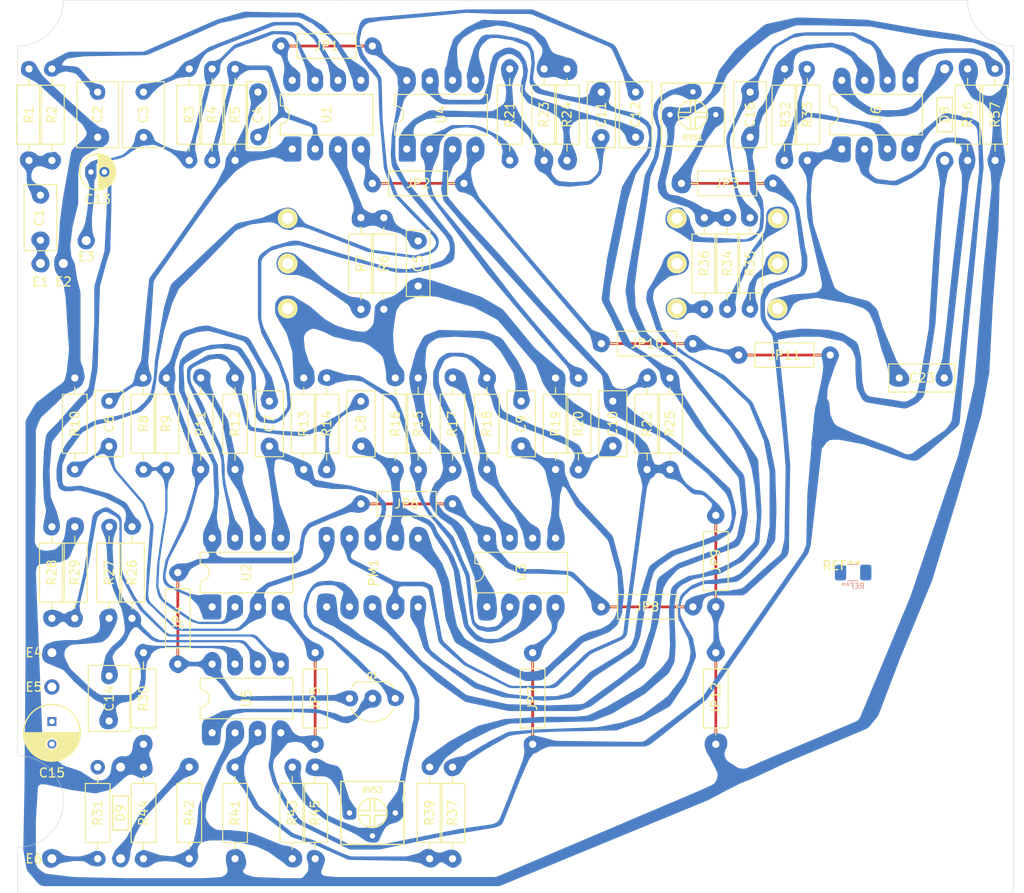
<source format=kicad_pcb>
(kicad_pcb (version 20171130) (host pcbnew "(5.1.4)-1")
  (layers (0 F.Cu signal) (31 B.Cu signal) (34 B.Paste user) (35 F.Paste user) (36 B.SilkS user) (37 F.SilkS user) (38 B.Mask user) (39 F.Mask user) (44 Edge.Cuts user))
  (net 0 "")
  (net 1 "Net-(C1-Pad2)")
  (net 2 SEND)
  (net 3 "Net-(C2-Pad1)")
  (net 4 GND)
  (net 5 "Net-(C13-Pad1)")
  (net 6 "Net-(C3-Pad1)")
  (net 7 PHASER_IN)
  (net 8 "Net-(C4-Pad1)")
  (net 9 "Net-(C5-Pad1)")
  (net 10 "Net-(C6-Pad2)")
  (net 11 "Net-(C7-Pad2)")
  (net 12 "Net-(C7-Pad1)")
  (net 13 "Net-(C8-Pad2)")
  (net 14 "Net-(C8-Pad1)")
  (net 15 "Net-(C9-Pad2)")
  (net 16 "Net-(C9-Pad1)")
  (net 17 "Net-(C10-Pad2)")
  (net 18 "Net-(C10-Pad1)")
  (net 19 "Net-(C11-Pad2)")
  (net 20 "Net-(C11-Pad1)")
  (net 21 "Net-(C12-Pad2)")
  (net 22 PHASER_OUT)
  (net 23 "Net-(C13-Pad2)")
  (net 24 "Net-(C14-Pad2)")
  (net 25 "Net-(C14-Pad1)")
  (net 26 "Net-(C15-Pad2)")
  (net 27 "Net-(C16-Pad2)")
  (net 28 "Net-(C16-Pad1)")
  (net 29 "Net-(C23-Pad2)")
  (net 30 "Net-(C23-Pad1)")
  (net 31 "Net-(D8-Pad2)")
  (net 32 VCC)
  (net 33 "Net-(D9-Pad1)")
  (net 34 "Net-(R7-Pad1)")
  (net 35 "Net-(R8-Pad1)")
  (net 36 "Net-(R11-Pad1)")
  (net 37 "Net-(R14-Pad1)")
  (net 38 "Net-(R17-Pad1)")
  (net 39 "Net-(R20-Pad1)")
  (net 40 "Net-(R23-Pad1)")
  (net 41 "Net-(R28-Pad1)")
  (net 42 RETURN)
  (net 43 "Net-(R32-Pad2)")
  (net 44 "Net-(R34-Pad2)")
  (net 45 "Net-(R35-Pad2)")
  (net 46 "Net-(R36-Pad2)")
  (net 47 "Net-(R37-Pad2)")
  (net 48 "Net-(R37-Pad1)")
  (net 49 "Net-(R39-Pad1)")
  (net 50 "Net-(R42-Pad2)")
  (net 51 "Net-(R45-Pad1)")
  (net 52 "Net-(R57-Pad2)")
  (net 53 VSS)
  (net 54 "Net-(PM1-Pad2)")
  (net 55 "Net-(Q1-Pad2)")
  (net 56 "Net-(PM1-Pad1)")
  (net 57 "Net-(C15-Pad1)")
  (module Capacitors_Chip_SMD:C_1206_3216M_h1.60 (layer B.Cu) (at 182.88 110.49)
    (fp_text reference REF** (at 0 1.5) (layer B.SilkS) (effects (font (size 0.6 0.6) (thickness 0.127)) (justify mirror)))
    (fp_text value C_1206_3216M_h1.60)
    (pad 1 smd roundrect (at -1.4 0) (size 1.25 1.75) (layers B.Cu B.Paste B.Mask) (roundrect_rratio 0.2))
    (pad 2 smd roundrect (at 1.4 0) (size 1.25 1.75) (layers B.Cu B.Paste B.Mask) (roundrect_rratio 0.2))
  )
  (module Various:Powermodule_LT1054 (layer F.Cu) (at 181.61 109.22)
    (fp_text reference REF** (at 0 0.5) (layer F.SilkS))
    (fp_text value Powermodule_LT1054)
  )
  (module Connectors_Wire_Pads_THT:Wire_Pad_1x01 (layer F.Cu) (at 93.98 142.24)
    (fp_text reference E6 (at -2 0 180) (layer F.SilkS))
    (fp_text value Output)
    (pad 1 thru_hole circle (at 0 0) (size 1.7 1.7) (drill 1) (layers *.Cu *.Mask) (net 42 RETURN))
  )
  (module Connectors_Wire_Pads_THT:Wire_Pad_1x01 (layer F.Cu) (at 93.98 123.19)
    (fp_text reference E5 (at -2 0 180) (layer F.SilkS))
    (fp_text value SW_COM)
    (pad 1 thru_hole circle (at 0 0) (size 1.7 1.7) (drill 1) (layers *.Cu *.Mask) (net 57 "Net-(C15-Pad1)"))
  )
  (module Connectors_Wire_Pads_THT:Wire_Pad_1x01 (layer F.Cu) (at 93.98 119.38)
    (fp_text reference E4 (at -2 0 180) (layer F.SilkS))
    (fp_text value SW_NC)
    (pad 1 thru_hole circle (at 0 0) (size 1.7 1.7) (drill 1) (layers *.Cu *.Mask) (net 24 "Net-(C14-Pad2)"))
  )
  (module Connectors_Wire_Pads_THT:Wire_Pad_1x01 (layer F.Cu) (at 97.79 73.66)
    (fp_text reference E3 (at 0 1.778 180) (layer F.SilkS))
    (fp_text value SW_NO)
    (pad 1 thru_hole circle (at 0 0) (size 1.7 1.7) (drill 1) (layers *.Cu *.Mask) (net 5 "Net-(C13-Pad1)"))
  )
  (module Connectors_Wire_Pads_THT:Wire_Pad_1x01 (layer F.Cu) (at 95.25 76.2)
    (fp_text reference E2 (at 0 2.032 180) (layer F.SilkS))
    (fp_text value Ground)
    (pad 1 thru_hole circle (at 0 0) (size 1.7 1.7) (drill 1) (layers *.Cu *.Mask) (net 4 GND))
  )
  (module Connectors_Wire_Pads_THT:Wire_Pad_1x01 (layer F.Cu) (at 92.71 76.2)
    (fp_text reference E1 (at 0 2.032 180) (layer F.SilkS))
    (fp_text value Input)
    (pad 1 thru_hole circle (at 0 0) (size 1.7 1.7) (drill 1) (layers *.Cu *.Mask) (net 2 SEND))
  )
  (module Capacitors_Electrolytic_THT:10uF_50V_6.3x5x2.5_UMA1H100MDD (layer F.Cu) (at 93.98 128.27 270)
    (fp_text reference C15 (at 4.445 0 180) (layer F.SilkS))
    (fp_text value 10u)
    (pad 2 thru_hole circle (at 1.25 0 270) (size 1 1) (drill 0.6) (layers *.Cu *.Mask) (net 26 "Net-(C15-Pad2)"))
    (pad 1 thru_hole rect (at -1.25 0 270) (size 1 1) (drill 0.6) (layers *.Cu *.Mask) (net 57 "Net-(C15-Pad1)"))
  )
  (module Capacitors_Electrolytic_THT:1.0uF_50V_4x5x1.5_UMA1H010MDD (layer F.Cu) (at 99.06 66.04)
    (fp_text reference C13 (at 0 3.048) (layer F.SilkS))
    (fp_text value 1u)
    (pad 2 thru_hole circle (at 0.75 0) (size 1 1) (drill 0.6) (layers *.Cu *.Mask) (net 23 "Net-(C13-Pad2)"))
    (pad 1 thru_hole rect (at -0.75 0) (size 1 1) (drill 0.6) (layers *.Cu *.Mask) (net 5 "Net-(C13-Pad1)"))
  )
  (module Transistors_BJT_THT:ON_Semi_2N3904TAR (layer F.Cu) (at 129.54 124.46 180)
    (fp_text reference Q1 (at 0 2.54) (layer F.SilkS) (effects (font (size 0.6 0.6) (thickness 0.127))))
    (fp_text value ON_Semi_2N3904TAR)
    (pad 1 thru_hole circle (at -2.54 0 270) (size 1.6 1.6) (drill 0.8) (layers *.Cu *.Mask) (net 54 "Net-(PM1-Pad2)"))
    (pad 3 thru_hole circle (at 2.54 0 270) (size 1.6 1.6) (drill 0.8) (layers *.Cu *.Mask) (net 32 VCC))
    (pad 2 thru_hole circle (at 0 0 270) (size 1.6 1.6) (drill 0.8) (layers *.Cu *.Mask) (net 55 "Net-(Q1-Pad2)"))
  )
  (module Potentiometers_Trimmers_THT:Bourns_3362P-1-104 (layer F.Cu) (at 129.54 137.16 180)
    (fp_text reference RV52 (at 0 2.54) (layer F.SilkS) (effects (font (size 0.6 0.6) (thickness 0.127))))
    (fp_text value 1k)
    (pad 2 thru_hole roundrect (at 0 -2.54 180) (size 1.25 1.25) (drill 0.6) (layers *.Cu *.Mask) (net 56 "Net-(PM1-Pad1)"))
    (pad 1 thru_hole roundrect (at -2.54 0 180) (size 1.25 1.25) (drill 0.6) (layers *.Cu *.Mask) (net 56 "Net-(PM1-Pad1)"))
    (pad 3 thru_hole roundrect (at 2.54 0 180) (size 1.25 1.25) (drill 0.6) (layers *.Cu *.Mask) (net 51 "Net-(R45-Pad1)"))
  )
  (module Potentiometers_Trimmers_THT:Bourns_3362P-1-104 (layer F.Cu) (at 165.1 59.69)
    (fp_text reference RV51 (at 0 2.54) (layer F.SilkS) (effects (font (size 0.6 0.6) (thickness 0.127))))
    (fp_text value 10k)
    (pad 2 thru_hole roundrect (at 0 -2.54) (size 1.25 1.25) (drill 0.6) (layers *.Cu *.Mask) (net 49 "Net-(R39-Pad1)"))
    (pad 1 thru_hole roundrect (at -2.54 0) (size 1.25 1.25) (drill 0.6) (layers *.Cu *.Mask) (net 4 GND))
    (pad 3 thru_hole roundrect (at 2.54 0) (size 1.25 1.25) (drill 0.6) (layers *.Cu *.Mask) (net 32 VCC))
  )
  (module Resistors_THT:R_CF25_P10.16_H (layer F.Cu) (at 167.64 124.46 90)
    (fp_text reference JP12 (at 0 0 90) (layer F.SilkS))
    (fp_text value 0R)
    (pad 2 thru_hole oval (at 5.08 0 90) (size 1.6 1.6) (drill 0.8) (layers *.Cu *.Mask) (net 4 GND))
    (pad 1 thru_hole circle (at -5.08 0 90) (size 1.6 1.6) (drill 0.8) (layers *.Cu *.Mask) (net 4 GND))
  )
  (module Resistors_THT:R_CF25_P10.16_H (layer F.Cu) (at 175.26 86.36 180)
    (fp_text reference JP11 (at 0 0) (layer F.SilkS))
    (fp_text value 0R)
    (pad 2 thru_hole oval (at 5.08 0 180) (size 1.6 1.6) (drill 0.8) (layers *.Cu *.Mask) (net 53 VSS))
    (pad 1 thru_hole circle (at -5.08 0 180) (size 1.6 1.6) (drill 0.8) (layers *.Cu *.Mask) (net 53 VSS))
  )
  (module Resistors_THT:R_CF25_P10.16_H (layer F.Cu) (at 160.02 85.09 180)
    (fp_text reference JP10 (at 0 0) (layer F.SilkS))
    (fp_text value 0R)
    (pad 2 thru_hole oval (at 5.08 0 180) (size 1.6 1.6) (drill 0.8) (layers *.Cu *.Mask) (net 53 VSS))
    (pad 1 thru_hole circle (at -5.08 0 180) (size 1.6 1.6) (drill 0.8) (layers *.Cu *.Mask) (net 53 VSS))
  )
  (module Resistors_THT:R_CF25_P10.16_H (layer F.Cu) (at 167.64 109.22 90)
    (fp_text reference JP9 (at 0 0 90) (layer F.SilkS))
    (fp_text value 0R)
    (pad 2 thru_hole oval (at 5.08 0 90) (size 1.6 1.6) (drill 0.8) (layers *.Cu *.Mask) (net 4 GND))
    (pad 1 thru_hole circle (at -5.08 0 90) (size 1.6 1.6) (drill 0.8) (layers *.Cu *.Mask) (net 4 GND))
  )
  (module Resistors_THT:R_CF25_P10.16_H (layer F.Cu) (at 160.02 114.3 180)
    (fp_text reference JP8 (at 0 0) (layer F.SilkS))
    (fp_text value 0R)
    (pad 2 thru_hole oval (at 5.08 0 180) (size 1.6 1.6) (drill 0.8) (layers *.Cu *.Mask) (net 32 VCC))
    (pad 1 thru_hole circle (at -5.08 0 180) (size 1.6 1.6) (drill 0.8) (layers *.Cu *.Mask) (net 32 VCC))
  )
  (module Resistors_THT:R_CF25_P10.16_H (layer F.Cu) (at 147.32 124.46 270)
    (fp_text reference JP7 (at 0 0 90) (layer F.SilkS))
    (fp_text value 0R)
    (pad 2 thru_hole oval (at 5.08 0 270) (size 1.6 1.6) (drill 0.8) (layers *.Cu *.Mask) (net 53 VSS))
    (pad 1 thru_hole circle (at -5.08 0 270) (size 1.6 1.6) (drill 0.8) (layers *.Cu *.Mask) (net 53 VSS))
  )
  (module Resistors_THT:R_CF25_P10.16_H (layer F.Cu) (at 133.35 102.87 180)
    (fp_text reference JP6 (at 0 0) (layer F.SilkS))
    (fp_text value 0R)
    (pad 2 thru_hole oval (at 5.08 0 180) (size 1.6 1.6) (drill 0.8) (layers *.Cu *.Mask) (net 32 VCC))
    (pad 1 thru_hole circle (at -5.08 0 180) (size 1.6 1.6) (drill 0.8) (layers *.Cu *.Mask) (net 32 VCC))
  )
  (module Resistors_THT:R_CF25_P10.16_H (layer F.Cu) (at 123.19 124.46 90)
    (fp_text reference JP5 (at 0 0 90) (layer F.SilkS))
    (fp_text value 0R)
    (pad 2 thru_hole oval (at 5.08 0 90) (size 1.6 1.6) (drill 0.8) (layers *.Cu *.Mask) (net 53 VSS))
    (pad 1 thru_hole circle (at -5.08 0 90) (size 1.6 1.6) (drill 0.8) (layers *.Cu *.Mask) (net 53 VSS))
  )
  (module Resistors_THT:R_CF25_P10.16_H (layer F.Cu) (at 107.95 115.57 90)
    (fp_text reference JP4 (at 0 0 90) (layer F.SilkS))
    (fp_text value 0R)
    (pad 2 thru_hole oval (at 5.08 0 90) (size 1.6 1.6) (drill 0.8) (layers *.Cu *.Mask) (net 32 VCC))
    (pad 1 thru_hole circle (at -5.08 0 90) (size 1.6 1.6) (drill 0.8) (layers *.Cu *.Mask) (net 32 VCC))
  )
  (module Resistors_THT:R_CF25_P10.16_H (layer F.Cu) (at 168.91 67.31)
    (fp_text reference JP3 (at 0 0) (layer F.SilkS))
    (fp_text value 0R)
    (pad 2 thru_hole oval (at 5.08 0) (size 1.6 1.6) (drill 0.8) (layers *.Cu *.Mask) (net 32 VCC))
    (pad 1 thru_hole circle (at -5.08 0) (size 1.6 1.6) (drill 0.8) (layers *.Cu *.Mask) (net 32 VCC))
  )
  (module Resistors_THT:R_CF25_P10.16_H (layer F.Cu) (at 134.62 67.31)
    (fp_text reference JP2 (at 0 0) (layer F.SilkS))
    (fp_text value 0R)
    (pad 2 thru_hole oval (at 5.08 0) (size 1.6 1.6) (drill 0.8) (layers *.Cu *.Mask) (net 53 VSS))
    (pad 1 thru_hole circle (at -5.08 0) (size 1.6 1.6) (drill 0.8) (layers *.Cu *.Mask) (net 53 VSS))
  )
  (module Resistors_THT:R_CF25_P10.16_H (layer F.Cu) (at 124.46 52.07)
    (fp_text reference JP1 (at 0 0) (layer F.SilkS))
    (fp_text value 0R)
    (pad 2 thru_hole oval (at 5.08 0) (size 1.6 1.6) (drill 0.8) (layers *.Cu *.Mask) (net 32 VCC))
    (pad 1 thru_hole circle (at -5.08 0) (size 1.6 1.6) (drill 0.8) (layers *.Cu *.Mask) (net 32 VCC))
  )
  (module Resistors_THT:R_CC25_P10.16_H (layer F.Cu) (at 198.628 59.69 90)
    (fp_text reference R57 (at 0 0 90) (layer F.SilkS))
    (fp_text value 27k)
    (pad 2 thru_hole oval (at 5.08 0 90) (size 1.6 1.6) (drill 0.8) (layers *.Cu *.Mask) (net 52 "Net-(R57-Pad2)"))
    (pad 1 thru_hole circle (at -5.08 0 90) (size 1.6 1.6) (drill 0.8) (layers *.Cu *.Mask) (net 4 GND))
  )
  (module Resistors_THT:R_CC25_P10.16_H (layer F.Cu) (at 195.58 59.69 270)
    (fp_text reference R56 (at 0 0 90) (layer F.SilkS))
    (fp_text value 100k)
    (pad 2 thru_hole oval (at 5.08 0 270) (size 1.6 1.6) (drill 0.8) (layers *.Cu *.Mask) (net 30 "Net-(C23-Pad1)"))
    (pad 1 thru_hole circle (at -5.08 0 270) (size 1.6 1.6) (drill 0.8) (layers *.Cu *.Mask) (net 4 GND))
  )
  (module Resistors_THT:R_CC25_P10.16_H (layer F.Cu) (at 123.19 137.16 270)
    (fp_text reference R45 (at 0 0 90) (layer F.SilkS))
    (fp_text value 220R)
    (pad 2 thru_hole oval (at 5.08 0 270) (size 1.6 1.6) (drill 0.8) (layers *.Cu *.Mask) (net 4 GND))
    (pad 1 thru_hole circle (at -5.08 0 270) (size 1.6 1.6) (drill 0.8) (layers *.Cu *.Mask) (net 51 "Net-(R45-Pad1)"))
  )
  (module Resistors_THT:R_CC25_P10.16_H (layer F.Cu) (at 104.14 137.16 270)
    (fp_text reference R44 (at 0 0 90) (layer F.SilkS))
    (fp_text value 68k)
    (pad 2 thru_hole oval (at 5.08 0 270) (size 1.6 1.6) (drill 0.8) (layers *.Cu *.Mask) (net 50 "Net-(R42-Pad2)"))
    (pad 1 thru_hole circle (at -5.08 0 270) (size 1.6 1.6) (drill 0.8) (layers *.Cu *.Mask) (net 4 GND))
  )
  (module Resistors_THT:R_CC25_P10.16_H (layer F.Cu) (at 120.65 137.16 270)
    (fp_text reference R43 (at 0 0 90) (layer F.SilkS))
    (fp_text value 220k)
    (pad 2 thru_hole oval (at 5.08 0 270) (size 1.6 1.6) (drill 0.8) (layers *.Cu *.Mask) (net 50 "Net-(R42-Pad2)"))
    (pad 1 thru_hole circle (at -5.08 0 270) (size 1.6 1.6) (drill 0.8) (layers *.Cu *.Mask) (net 56 "Net-(PM1-Pad1)"))
  )
  (module Resistors_THT:R_CC25_P10.16_H (layer F.Cu) (at 109.22 137.16 270)
    (fp_text reference R42 (at 0 0 90) (layer F.SilkS))
    (fp_text value 10k)
    (pad 2 thru_hole oval (at 5.08 0 270) (size 1.6 1.6) (drill 0.8) (layers *.Cu *.Mask) (net 50 "Net-(R42-Pad2)"))
    (pad 1 thru_hole circle (at -5.08 0 270) (size 1.6 1.6) (drill 0.8) (layers *.Cu *.Mask) (net 33 "Net-(D9-Pad1)"))
  )
  (module Resistors_THT:R_CC25_P10.16_H (layer F.Cu) (at 114.3 137.16 270)
    (fp_text reference R41 (at 0 0 90) (layer F.SilkS))
    (fp_text value 3k3)
    (pad 2 thru_hole oval (at 5.08 0 270) (size 1.6 1.6) (drill 0.8) (layers *.Cu *.Mask) (net 4 GND))
    (pad 1 thru_hole circle (at -5.08 0 270) (size 1.6 1.6) (drill 0.8) (layers *.Cu *.Mask) (net 47 "Net-(R37-Pad2)"))
  )
  (module Resistors_THT:R_CC25_P10.16_H (layer F.Cu) (at 135.89 137.16 270)
    (fp_text reference R39 (at 0 0 90) (layer F.SilkS))
    (fp_text value 47k)
    (pad 2 thru_hole oval (at 5.08 0 270) (size 1.6 1.6) (drill 0.8) (layers *.Cu *.Mask) (net 47 "Net-(R37-Pad2)"))
    (pad 1 thru_hole circle (at -5.08 0 270) (size 1.6 1.6) (drill 0.8) (layers *.Cu *.Mask) (net 49 "Net-(R39-Pad1)"))
  )
  (module Resistors_THT:R_CC25_P10.16_H (layer F.Cu) (at 138.43 137.16 270)
    (fp_text reference R37 (at 0 0 90) (layer F.SilkS))
    (fp_text value 82k)
    (pad 2 thru_hole oval (at 5.08 0 270) (size 1.6 1.6) (drill 0.8) (layers *.Cu *.Mask) (net 47 "Net-(R37-Pad2)"))
    (pad 1 thru_hole circle (at -5.08 0 270) (size 1.6 1.6) (drill 0.8) (layers *.Cu *.Mask) (net 48 "Net-(R37-Pad1)"))
  )
  (module Resistors_THT:R_CC25_P10.16_H (layer F.Cu) (at 166.37 76.2 270)
    (fp_text reference R36 (at 0 0 90) (layer F.SilkS))
    (fp_text value 560R)
    (pad 2 thru_hole oval (at 5.08 0 270) (size 1.6 1.6) (drill 0.8) (layers *.Cu *.Mask) (net 46 "Net-(R36-Pad2)"))
    (pad 1 thru_hole circle (at -5.08 0 270) (size 1.6 1.6) (drill 0.8) (layers *.Cu *.Mask) (net 4 GND))
  )
  (module Resistors_THT:R_CC25_P10.16_H (layer F.Cu) (at 171.45 76.2 270)
    (fp_text reference R35 (at 0 0 90) (layer F.SilkS))
    (fp_text value 27k)
    (pad 2 thru_hole oval (at 5.08 0 270) (size 1.6 1.6) (drill 0.8) (layers *.Cu *.Mask) (net 45 "Net-(R35-Pad2)"))
    (pad 1 thru_hole circle (at -5.08 0 270) (size 1.6 1.6) (drill 0.8) (layers *.Cu *.Mask) (net 28 "Net-(C16-Pad1)"))
  )
  (module Resistors_THT:R_CC25_P10.16_H (layer F.Cu) (at 168.91 76.2 270)
    (fp_text reference R34 (at 0 0 90) (layer F.SilkS))
    (fp_text value 82R)
    (pad 2 thru_hole oval (at 5.08 0 270) (size 1.6 1.6) (drill 0.8) (layers *.Cu *.Mask) (net 44 "Net-(R34-Pad2)"))
    (pad 1 thru_hole circle (at -5.08 0 270) (size 1.6 1.6) (drill 0.8) (layers *.Cu *.Mask) (net 4 GND))
  )
  (module Resistors_THT:R_CC25_P10.16_H (layer F.Cu) (at 177.8 59.69 90)
    (fp_text reference R33 (at 0 0 90) (layer F.SilkS))
    (fp_text value 56k)
    (pad 2 thru_hole oval (at 5.08 0 90) (size 1.6 1.6) (drill 0.8) (layers *.Cu *.Mask) (net 43 "Net-(R32-Pad2)"))
    (pad 1 thru_hole circle (at -5.08 0 90) (size 1.6 1.6) (drill 0.8) (layers *.Cu *.Mask) (net 29 "Net-(C23-Pad2)"))
  )
  (module Resistors_THT:R_CC25_P10.16_H (layer F.Cu) (at 175.26 59.69 270)
    (fp_text reference R32 (at 0 -0.127 90) (layer F.SilkS))
    (fp_text value 47k)
    (pad 2 thru_hole oval (at 5.08 0 270) (size 1.6 1.6) (drill 0.8) (layers *.Cu *.Mask) (net 43 "Net-(R32-Pad2)"))
    (pad 1 thru_hole circle (at -5.08 0 270) (size 1.6 1.6) (drill 0.8) (layers *.Cu *.Mask) (net 27 "Net-(C16-Pad2)"))
  )
  (module Resistors_THT:R_CC25_P10.16_H (layer F.Cu) (at 99.06 137.16 270)
    (fp_text reference R31 (at 0 0 90) (layer F.SilkS))
    (fp_text value 560R)
    (pad 2 thru_hole oval (at 5.08 0 270) (size 1.6 1.6) (drill 0.8) (layers *.Cu *.Mask) (net 42 RETURN))
    (pad 1 thru_hole circle (at -5.08 0 270) (size 1.6 1.6) (drill 0.8) (layers *.Cu *.Mask) (net 26 "Net-(C15-Pad2)"))
  )
  (module Resistors_THT:R_CC25_P10.16_H (layer F.Cu) (at 104.14 124.46 90)
    (fp_text reference R30 (at 0 0 90) (layer F.SilkS))
    (fp_text value 27k)
    (pad 2 thru_hole oval (at 5.08 0 90) (size 1.6 1.6) (drill 0.8) (layers *.Cu *.Mask) (net 24 "Net-(C14-Pad2)"))
    (pad 1 thru_hole circle (at -5.08 0 90) (size 1.6 1.6) (drill 0.8) (layers *.Cu *.Mask) (net 4 GND))
  )
  (module Resistors_THT:R_CC25_P10.16_H (layer F.Cu) (at 96.52 110.49 270)
    (fp_text reference R29 (at 0 0 90) (layer F.SilkS))
    (fp_text value 8k2)
    (pad 2 thru_hole oval (at 5.08 0 270) (size 1.6 1.6) (drill 0.8) (layers *.Cu *.Mask) (net 41 "Net-(R28-Pad1)"))
    (pad 1 thru_hole circle (at -5.08 0 270) (size 1.6 1.6) (drill 0.8) (layers *.Cu *.Mask) (net 4 GND))
  )
  (module Resistors_THT:R_CC25_P10.16_H (layer F.Cu) (at 93.98 110.49 90)
    (fp_text reference R28 (at 0 0 90) (layer F.SilkS))
    (fp_text value 10k)
    (pad 2 thru_hole oval (at 5.08 0 90) (size 1.6 1.6) (drill 0.8) (layers *.Cu *.Mask) (net 23 "Net-(C13-Pad2)"))
    (pad 1 thru_hole circle (at -5.08 0 90) (size 1.6 1.6) (drill 0.8) (layers *.Cu *.Mask) (net 41 "Net-(R28-Pad1)"))
  )
  (module Resistors_THT:R_CC25_P10.16_H (layer F.Cu) (at 100.33 110.49 90)
    (fp_text reference R27 (at 0 0 90) (layer F.SilkS))
    (fp_text value 8k2)
    (pad 2 thru_hole oval (at 5.08 0 90) (size 1.6 1.6) (drill 0.8) (layers *.Cu *.Mask) (net 25 "Net-(C14-Pad1)"))
    (pad 1 thru_hole circle (at -5.08 0 90) (size 1.6 1.6) (drill 0.8) (layers *.Cu *.Mask) (net 24 "Net-(C14-Pad2)"))
  )
  (module Resistors_THT:R_CC25_P10.16_H (layer F.Cu) (at 102.87 110.49 90)
    (fp_text reference R26 (at 0 0 90) (layer F.SilkS))
    (fp_text value 10k)
    (pad 2 thru_hole oval (at 5.08 0 90) (size 1.6 1.6) (drill 0.8) (layers *.Cu *.Mask) (net 21 "Net-(C12-Pad2)"))
    (pad 1 thru_hole circle (at -5.08 0 90) (size 1.6 1.6) (drill 0.8) (layers *.Cu *.Mask) (net 25 "Net-(C14-Pad1)"))
  )
  (module Resistors_THT:R_CC25_P10.16_H (layer F.Cu) (at 162.56 93.98 270)
    (fp_text reference R25 (at 0 0 90) (layer F.SilkS))
    (fp_text value 220k)
    (pad 2 thru_hole oval (at 5.08 0 270) (size 1.6 1.6) (drill 0.8) (layers *.Cu *.Mask) (net 4 GND))
    (pad 1 thru_hole circle (at -5.08 0 270) (size 1.6 1.6) (drill 0.8) (layers *.Cu *.Mask) (net 19 "Net-(C11-Pad2)"))
  )
  (module Resistors_THT:R_CC25_P10.16_H (layer F.Cu) (at 151.13 59.69 90)
    (fp_text reference R24 (at 0 0 90) (layer F.SilkS))
    (fp_text value 4k7)
    (pad 2 thru_hole oval (at 5.08 0 90) (size 1.6 1.6) (drill 0.8) (layers *.Cu *.Mask) (net 40 "Net-(R23-Pad1)"))
    (pad 1 thru_hole circle (at -5.08 0 90) (size 1.6 1.6) (drill 0.8) (layers *.Cu *.Mask) (net 22 PHASER_OUT))
  )
  (module Resistors_THT:R_CC25_P10.16_H (layer F.Cu) (at 148.59 59.69 270)
    (fp_text reference R23 (at 0 0 90) (layer F.SilkS))
    (fp_text value 4k7)
    (pad 2 thru_hole oval (at 5.08 0 270) (size 1.6 1.6) (drill 0.8) (layers *.Cu *.Mask) (net 20 "Net-(C11-Pad1)"))
    (pad 1 thru_hole circle (at -5.08 0 270) (size 1.6 1.6) (drill 0.8) (layers *.Cu *.Mask) (net 40 "Net-(R23-Pad1)"))
  )
  (module Resistors_THT:R_CC25_P10.16_H (layer F.Cu) (at 160.02 93.98 270)
    (fp_text reference R22 (at 0 0 90) (layer F.SilkS))
    (fp_text value 220k)
    (pad 2 thru_hole oval (at 5.08 0 270) (size 1.6 1.6) (drill 0.8) (layers *.Cu *.Mask) (net 4 GND))
    (pad 1 thru_hole circle (at -5.08 0 270) (size 1.6 1.6) (drill 0.8) (layers *.Cu *.Mask) (net 17 "Net-(C10-Pad2)"))
  )
  (module Resistors_THT:R_CC25_P10.16_H (layer F.Cu) (at 144.78 59.69 270)
    (fp_text reference R21 (at 0 0 90) (layer F.SilkS))
    (fp_text value 4k7)
    (pad 2 thru_hole oval (at 5.08 0 270) (size 1.6 1.6) (drill 0.8) (layers *.Cu *.Mask) (net 39 "Net-(R20-Pad1)"))
    (pad 1 thru_hole circle (at -5.08 0 270) (size 1.6 1.6) (drill 0.8) (layers *.Cu *.Mask) (net 20 "Net-(C11-Pad1)"))
  )
  (module Resistors_THT:R_CC25_P10.16_H (layer F.Cu) (at 152.4 93.98 270)
    (fp_text reference R20 (at 0 0 90) (layer F.SilkS))
    (fp_text value 4k7)
    (pad 2 thru_hole oval (at 5.08 0 270) (size 1.6 1.6) (drill 0.8) (layers *.Cu *.Mask) (net 18 "Net-(C10-Pad1)"))
    (pad 1 thru_hole circle (at -5.08 0 270) (size 1.6 1.6) (drill 0.8) (layers *.Cu *.Mask) (net 39 "Net-(R20-Pad1)"))
  )
  (module Resistors_THT:R_CC25_P10.16_H (layer F.Cu) (at 149.86 93.98 90)
    (fp_text reference R19 (at 0 0 90) (layer F.SilkS))
    (fp_text value 220k)
    (pad 2 thru_hole oval (at 5.08 0 90) (size 1.6 1.6) (drill 0.8) (layers *.Cu *.Mask) (net 4 GND))
    (pad 1 thru_hole circle (at -5.08 0 90) (size 1.6 1.6) (drill 0.8) (layers *.Cu *.Mask) (net 15 "Net-(C9-Pad2)"))
  )
  (module Resistors_THT:R_CC25_P10.16_H (layer F.Cu) (at 142.24 93.98 270)
    (fp_text reference R18 (at 0 0 90) (layer F.SilkS))
    (fp_text value 4k7)
    (pad 2 thru_hole oval (at 5.08 0 270) (size 1.6 1.6) (drill 0.8) (layers *.Cu *.Mask) (net 38 "Net-(R17-Pad1)"))
    (pad 1 thru_hole circle (at -5.08 0 270) (size 1.6 1.6) (drill 0.8) (layers *.Cu *.Mask) (net 18 "Net-(C10-Pad1)"))
  )
  (module Resistors_THT:R_CC25_P10.16_H (layer F.Cu) (at 138.43 93.98 270)
    (fp_text reference R17 (at 0 0 90) (layer F.SilkS))
    (fp_text value 4k7)
    (pad 2 thru_hole oval (at 5.08 0 270) (size 1.6 1.6) (drill 0.8) (layers *.Cu *.Mask) (net 16 "Net-(C9-Pad1)"))
    (pad 1 thru_hole circle (at -5.08 0 270) (size 1.6 1.6) (drill 0.8) (layers *.Cu *.Mask) (net 38 "Net-(R17-Pad1)"))
  )
  (module Resistors_THT:R_CC25_P10.16_H (layer F.Cu) (at 132.08 93.98 90)
    (fp_text reference R16 (at 0 0 90) (layer F.SilkS))
    (fp_text value 220k)
    (pad 2 thru_hole oval (at 5.08 0 90) (size 1.6 1.6) (drill 0.8) (layers *.Cu *.Mask) (net 4 GND))
    (pad 1 thru_hole circle (at -5.08 0 90) (size 1.6 1.6) (drill 0.8) (layers *.Cu *.Mask) (net 13 "Net-(C8-Pad2)"))
  )
  (module Resistors_THT:R_CC25_P10.16_H (layer F.Cu) (at 134.62 93.98 270)
    (fp_text reference R15 (at 0 0 90) (layer F.SilkS))
    (fp_text value 4k7)
    (pad 2 thru_hole oval (at 5.08 0 270) (size 1.6 1.6) (drill 0.8) (layers *.Cu *.Mask) (net 37 "Net-(R14-Pad1)"))
    (pad 1 thru_hole circle (at -5.08 0 270) (size 1.6 1.6) (drill 0.8) (layers *.Cu *.Mask) (net 16 "Net-(C9-Pad1)"))
  )
  (module Resistors_THT:R_CC25_P10.16_H (layer F.Cu) (at 124.46 93.98 270)
    (fp_text reference R14 (at 0 0 90) (layer F.SilkS))
    (fp_text value 4k7)
    (pad 2 thru_hole oval (at 5.08 0 270) (size 1.6 1.6) (drill 0.8) (layers *.Cu *.Mask) (net 14 "Net-(C8-Pad1)"))
    (pad 1 thru_hole circle (at -5.08 0 270) (size 1.6 1.6) (drill 0.8) (layers *.Cu *.Mask) (net 37 "Net-(R14-Pad1)"))
  )
  (module Resistors_THT:R_CC25_P10.16_H (layer F.Cu) (at 121.92 93.98 90)
    (fp_text reference R13 (at 0 0 90) (layer F.SilkS))
    (fp_text value 220k)
    (pad 2 thru_hole oval (at 5.08 0 90) (size 1.6 1.6) (drill 0.8) (layers *.Cu *.Mask) (net 4 GND))
    (pad 1 thru_hole circle (at -5.08 0 90) (size 1.6 1.6) (drill 0.8) (layers *.Cu *.Mask) (net 11 "Net-(C7-Pad2)"))
  )
  (module Resistors_THT:R_CC25_P10.16_H (layer F.Cu) (at 114.3 93.98 270)
    (fp_text reference R12 (at 0 0 90) (layer F.SilkS))
    (fp_text value 4k7)
    (pad 2 thru_hole oval (at 5.08 0 270) (size 1.6 1.6) (drill 0.8) (layers *.Cu *.Mask) (net 36 "Net-(R11-Pad1)"))
    (pad 1 thru_hole circle (at -5.08 0 270) (size 1.6 1.6) (drill 0.8) (layers *.Cu *.Mask) (net 14 "Net-(C8-Pad1)"))
  )
  (module Resistors_THT:R_CC25_P10.16_H (layer F.Cu) (at 110.49 93.98 270)
    (fp_text reference R11 (at 0 0 90) (layer F.SilkS))
    (fp_text value 4k7)
    (pad 2 thru_hole oval (at 5.08 0 270) (size 1.6 1.6) (drill 0.8) (layers *.Cu *.Mask) (net 12 "Net-(C7-Pad1)"))
    (pad 1 thru_hole circle (at -5.08 0 270) (size 1.6 1.6) (drill 0.8) (layers *.Cu *.Mask) (net 36 "Net-(R11-Pad1)"))
  )
  (module Resistors_THT:R_CC25_P10.16_H (layer F.Cu) (at 96.52 93.98 90)
    (fp_text reference R10 (at 0 0 90) (layer F.SilkS))
    (fp_text value 220k)
    (pad 2 thru_hole oval (at 5.08 0 90) (size 1.6 1.6) (drill 0.8) (layers *.Cu *.Mask) (net 4 GND))
    (pad 1 thru_hole circle (at -5.08 0 90) (size 1.6 1.6) (drill 0.8) (layers *.Cu *.Mask) (net 10 "Net-(C6-Pad2)"))
  )
  (module Resistors_THT:R_CC25_P10.16_H (layer F.Cu) (at 106.68 93.98 270)
    (fp_text reference R9 (at 0 0 90) (layer F.SilkS))
    (fp_text value 4k7)
    (pad 2 thru_hole oval (at 5.08 0 270) (size 1.6 1.6) (drill 0.8) (layers *.Cu *.Mask) (net 35 "Net-(R8-Pad1)"))
    (pad 1 thru_hole circle (at -5.08 0 270) (size 1.6 1.6) (drill 0.8) (layers *.Cu *.Mask) (net 12 "Net-(C7-Pad1)"))
  )
  (module Resistors_THT:R_CC25_P10.16_H (layer F.Cu) (at 104.14 93.98 90)
    (fp_text reference R8 (at 0 0 90) (layer F.SilkS))
    (fp_text value 4k7)
    (pad 2 thru_hole oval (at 5.08 0 90) (size 1.6 1.6) (drill 0.8) (layers *.Cu *.Mask) (net 7 PHASER_IN))
    (pad 1 thru_hole circle (at -5.08 0 90) (size 1.6 1.6) (drill 0.8) (layers *.Cu *.Mask) (net 35 "Net-(R8-Pad1)"))
  )
  (module Resistors_THT:R_CC25_P10.16_H (layer F.Cu) (at 128.27 76.2 90)
    (fp_text reference R7 (at 0 0 90) (layer F.SilkS))
    (fp_text value 8k2)
    (pad 2 thru_hole oval (at 5.08 0 90) (size 1.6 1.6) (drill 0.8) (layers *.Cu *.Mask) (net 9 "Net-(C5-Pad1)"))
    (pad 1 thru_hole circle (at -5.08 0 90) (size 1.6 1.6) (drill 0.8) (layers *.Cu *.Mask) (net 34 "Net-(R7-Pad1)"))
  )
  (module Resistors_THT:R_CC25_P10.16_H (layer F.Cu) (at 130.81 76.2 270)
    (fp_text reference R6 (at 0 0 90) (layer F.SilkS))
    (fp_text value 4k7)
    (pad 2 thru_hole oval (at 5.08 0 270) (size 1.6 1.6) (drill 0.8) (layers *.Cu *.Mask) (net 4 GND))
    (pad 1 thru_hole circle (at -5.08 0 270) (size 1.6 1.6) (drill 0.8) (layers *.Cu *.Mask) (net 9 "Net-(C5-Pad1)"))
  )
  (module Resistors_THT:R_CC25_P10.16_H (layer F.Cu) (at 114.3 59.69 270)
    (fp_text reference R5 (at 0 0 90) (layer F.SilkS))
    (fp_text value 4k7)
    (pad 2 thru_hole oval (at 5.08 0 270) (size 1.6 1.6) (drill 0.8) (layers *.Cu *.Mask) (net 7 PHASER_IN))
    (pad 1 thru_hole circle (at -5.08 0 270) (size 1.6 1.6) (drill 0.8) (layers *.Cu *.Mask) (net 8 "Net-(C4-Pad1)"))
  )
  (module Resistors_THT:R_CC25_P10.16_H (layer F.Cu) (at 111.76 59.69 270)
    (fp_text reference R4 (at 0 0 90) (layer F.SilkS))
    (fp_text value 4k7)
    (pad 2 thru_hole oval (at 5.08 0 270) (size 1.6 1.6) (drill 0.8) (layers *.Cu *.Mask) (net 8 "Net-(C4-Pad1)"))
    (pad 1 thru_hole circle (at -5.08 0 270) (size 1.6 1.6) (drill 0.8) (layers *.Cu *.Mask) (net 5 "Net-(C13-Pad1)"))
  )
  (module Resistors_THT:R_CC25_P10.16_H (layer F.Cu) (at 109.22 59.69 270)
    (fp_text reference R3 (at 0 0 90) (layer F.SilkS))
    (fp_text value 390k)
    (pad 2 thru_hole oval (at 5.08 0 270) (size 1.6 1.6) (drill 0.8) (layers *.Cu *.Mask) (net 5 "Net-(C13-Pad1)"))
    (pad 1 thru_hole circle (at -5.08 0 270) (size 1.6 1.6) (drill 0.8) (layers *.Cu *.Mask) (net 6 "Net-(C3-Pad1)"))
  )
  (module Resistors_THT:R_CC25_P10.16_H (layer F.Cu) (at 93.98 59.69 90)
    (fp_text reference R2 (at 0 0 90) (layer F.SilkS))
    (fp_text value 3k9)
    (pad 2 thru_hole oval (at 5.08 0 90) (size 1.6 1.6) (drill 0.8) (layers *.Cu *.Mask) (net 3 "Net-(C2-Pad1)"))
    (pad 1 thru_hole circle (at -5.08 0 90) (size 1.6 1.6) (drill 0.8) (layers *.Cu *.Mask) (net 1 "Net-(C1-Pad2)"))
  )
  (module Resistors_THT:R_CC25_P10.16_H (layer F.Cu) (at 91.44 59.69 270)
    (fp_text reference R1 (at 0 0 90) (layer F.SilkS))
    (fp_text value 390k)
    (pad 2 thru_hole oval (at 5.08 0 270) (size 1.6 1.6) (drill 0.8) (layers *.Cu *.Mask) (net 1 "Net-(C1-Pad2)"))
    (pad 1 thru_hole circle (at -5.08 0 270) (size 1.6 1.6) (drill 0.8) (layers *.Cu *.Mask) (net 4 GND))
  )
  (module Various:Photomodule (layer F.Cu) (at 128.27 110.49 90)
    (fp_text reference PM1 (at 0 1.397 90) (layer F.SilkS))
    (fp_text value Photomodule)
    (pad 6 thru_hole oval (at 3.81 6.35 90) (size 2.4 1.6) (drill 0.8) (layers *.Cu *.Mask) (net 15 "Net-(C9-Pad2)"))
    (pad 5 thru_hole oval (at -3.81 6.35 90) (size 2.4 1.6) (drill 0.8) (layers *.Cu *.Mask) (net 17 "Net-(C10-Pad2)"))
    (pad 10 thru_hole oval (at 3.81 -3.81 90) (size 2.4 1.6) (drill 0.8) (layers *.Cu *.Mask) (net 10 "Net-(C6-Pad2)"))
    (pad 4 thru_hole oval (at -3.81 3.81 90) (size 2.4 1.6) (drill 0.8) (layers *.Cu *.Mask) (net 4 GND))
    (pad 9 thru_hole oval (at 3.81 -1.27 90) (size 2.4 1.6) (drill 0.8) (layers *.Cu *.Mask) (net 4 GND))
    (pad 3 thru_hole oval (at -3.81 1.27 90) (size 2.4 1.6) (drill 0.8) (layers *.Cu *.Mask) (net 19 "Net-(C11-Pad2)"))
    (pad 8 thru_hole oval (at 3.81 1.27 90) (size 2.4 1.6) (drill 0.8) (layers *.Cu *.Mask) (net 11 "Net-(C7-Pad2)"))
    (pad 2 thru_hole oval (at -3.81 -1.27 90) (size 2.4 1.6) (drill 0.8) (layers *.Cu *.Mask) (net 54 "Net-(PM1-Pad2)"))
    (pad 7 thru_hole oval (at 3.81 3.81 90) (size 2.4 1.6) (drill 0.8) (layers *.Cu *.Mask) (net 13 "Net-(C8-Pad2)"))
    (pad 1 thru_hole rect (at -3.81 -3.81 90) (size 2.4 1.6) (drill 0.8) (layers *.Cu *.Mask) (net 56 "Net-(PM1-Pad1)"))
  )
  (module Amplifiers_Operational_THT:Texas_Instruments_RC4558P (layer F.Cu) (at 137.16 59.69 90)
    (fp_text reference U4 (at 0 0 90) (layer F.SilkS))
    (fp_text value 4558)
    (pad 1 thru_hole rect (at -3.81 -3.81 90) (size 2.4 1.6) (drill 0.8) (layers *.Cu *.Mask) (net 20 "Net-(C11-Pad1)"))
    (pad 5 thru_hole oval (at 3.81 3.81 90) (size 2.4 1.6) (drill 0.8) (layers *.Cu *.Mask) (net 19 "Net-(C11-Pad2)"))
    (pad 2 thru_hole oval (at -3.81 -1.27 90) (size 2.4 1.6) (drill 0.8) (layers *.Cu *.Mask) (net 39 "Net-(R20-Pad1)"))
    (pad 6 thru_hole oval (at 3.81 1.27 90) (size 2.4 1.6) (drill 0.8) (layers *.Cu *.Mask) (net 40 "Net-(R23-Pad1)"))
    (pad 3 thru_hole oval (at -3.81 1.27 90) (size 2.4 1.6) (drill 0.8) (layers *.Cu *.Mask) (net 17 "Net-(C10-Pad2)"))
    (pad 7 thru_hole oval (at 3.81 -1.27 90) (size 2.4 1.6) (drill 0.8) (layers *.Cu *.Mask) (net 22 PHASER_OUT))
    (pad 4 thru_hole oval (at -3.81 3.81 90) (size 2.4 1.6) (drill 0.8) (layers *.Cu *.Mask) (net 53 VSS))
    (pad 8 thru_hole oval (at 3.81 -3.81 90) (size 2.4 1.6) (drill 0.8) (layers *.Cu *.Mask) (net 32 VCC))
  )
  (module Amplifiers_Operational_THT:Texas_Instruments_RC4558P (layer F.Cu) (at 146.05 110.49 90)
    (fp_text reference U3 (at 0 0 90) (layer F.SilkS))
    (fp_text value 4558)
    (pad 1 thru_hole rect (at -3.81 -3.81 90) (size 2.4 1.6) (drill 0.8) (layers *.Cu *.Mask) (net 16 "Net-(C9-Pad1)"))
    (pad 5 thru_hole oval (at 3.81 3.81 90) (size 2.4 1.6) (drill 0.8) (layers *.Cu *.Mask) (net 15 "Net-(C9-Pad2)"))
    (pad 2 thru_hole oval (at -3.81 -1.27 90) (size 2.4 1.6) (drill 0.8) (layers *.Cu *.Mask) (net 37 "Net-(R14-Pad1)"))
    (pad 6 thru_hole oval (at 3.81 1.27 90) (size 2.4 1.6) (drill 0.8) (layers *.Cu *.Mask) (net 38 "Net-(R17-Pad1)"))
    (pad 3 thru_hole oval (at -3.81 1.27 90) (size 2.4 1.6) (drill 0.8) (layers *.Cu *.Mask) (net 13 "Net-(C8-Pad2)"))
    (pad 7 thru_hole oval (at 3.81 -1.27 90) (size 2.4 1.6) (drill 0.8) (layers *.Cu *.Mask) (net 18 "Net-(C10-Pad1)"))
    (pad 4 thru_hole oval (at -3.81 3.81 90) (size 2.4 1.6) (drill 0.8) (layers *.Cu *.Mask) (net 53 VSS))
    (pad 8 thru_hole oval (at 3.81 -3.81 90) (size 2.4 1.6) (drill 0.8) (layers *.Cu *.Mask) (net 32 VCC))
  )
  (module Amplifiers_Operational_THT:Texas_Instruments_RC4558P (layer F.Cu) (at 115.57 110.49 90)
    (fp_text reference U2 (at 0 0 90) (layer F.SilkS))
    (fp_text value 4558)
    (pad 1 thru_hole rect (at -3.81 -3.81 90) (size 2.4 1.6) (drill 0.8) (layers *.Cu *.Mask) (net 12 "Net-(C7-Pad1)"))
    (pad 5 thru_hole oval (at 3.81 3.81 90) (size 2.4 1.6) (drill 0.8) (layers *.Cu *.Mask) (net 11 "Net-(C7-Pad2)"))
    (pad 2 thru_hole oval (at -3.81 -1.27 90) (size 2.4 1.6) (drill 0.8) (layers *.Cu *.Mask) (net 35 "Net-(R8-Pad1)"))
    (pad 6 thru_hole oval (at 3.81 1.27 90) (size 2.4 1.6) (drill 0.8) (layers *.Cu *.Mask) (net 36 "Net-(R11-Pad1)"))
    (pad 3 thru_hole oval (at -3.81 1.27 90) (size 2.4 1.6) (drill 0.8) (layers *.Cu *.Mask) (net 10 "Net-(C6-Pad2)"))
    (pad 7 thru_hole oval (at 3.81 -1.27 90) (size 2.4 1.6) (drill 0.8) (layers *.Cu *.Mask) (net 14 "Net-(C8-Pad1)"))
    (pad 4 thru_hole oval (at -3.81 3.81 90) (size 2.4 1.6) (drill 0.8) (layers *.Cu *.Mask) (net 53 VSS))
    (pad 8 thru_hole oval (at 3.81 -3.81 90) (size 2.4 1.6) (drill 0.8) (layers *.Cu *.Mask) (net 32 VCC))
  )
  (module Amplifiers_Operational_THT:Texas_Instruments_RC4558P (layer F.Cu) (at 185.42 59.69 90)
    (fp_text reference U6 (at 0 0 90) (layer F.SilkS))
    (fp_text value 4558)
    (pad 1 thru_hole rect (at -3.81 -3.81 90) (size 2.4 1.6) (drill 0.8) (layers *.Cu *.Mask) (net 29 "Net-(C23-Pad2)"))
    (pad 5 thru_hole oval (at 3.81 3.81 90) (size 2.4 1.6) (drill 0.8) (layers *.Cu *.Mask) (net 52 "Net-(R57-Pad2)"))
    (pad 2 thru_hole oval (at -3.81 -1.27 90) (size 2.4 1.6) (drill 0.8) (layers *.Cu *.Mask) (net 30 "Net-(C23-Pad1)"))
    (pad 6 thru_hole oval (at 3.81 1.27 90) (size 2.4 1.6) (drill 0.8) (layers *.Cu *.Mask) (net 28 "Net-(C16-Pad1)"))
    (pad 3 thru_hole oval (at -3.81 1.27 90) (size 2.4 1.6) (drill 0.8) (layers *.Cu *.Mask) (net 43 "Net-(R32-Pad2)"))
    (pad 7 thru_hole oval (at 3.81 -1.27 90) (size 2.4 1.6) (drill 0.8) (layers *.Cu *.Mask) (net 27 "Net-(C16-Pad2)"))
    (pad 4 thru_hole oval (at -3.81 3.81 90) (size 2.4 1.6) (drill 0.8) (layers *.Cu *.Mask) (net 53 VSS))
    (pad 8 thru_hole oval (at 3.81 -3.81 90) (size 2.4 1.6) (drill 0.8) (layers *.Cu *.Mask) (net 31 "Net-(D8-Pad2)"))
  )
  (module Amplifiers_Operational_THT:Texas_Instruments_RC4558P (layer F.Cu) (at 115.57 124.46 90)
    (fp_text reference U5 (at 0 0 90) (layer F.SilkS))
    (fp_text value 4558)
    (pad 1 thru_hole rect (at -3.81 -3.81 90) (size 2.4 1.6) (drill 0.8) (layers *.Cu *.Mask) (net 55 "Net-(Q1-Pad2)"))
    (pad 5 thru_hole oval (at 3.81 3.81 90) (size 2.4 1.6) (drill 0.8) (layers *.Cu *.Mask) (net 41 "Net-(R28-Pad1)"))
    (pad 2 thru_hole oval (at -3.81 -1.27 90) (size 2.4 1.6) (drill 0.8) (layers *.Cu *.Mask) (net 50 "Net-(R42-Pad2)"))
    (pad 6 thru_hole oval (at 3.81 1.27 90) (size 2.4 1.6) (drill 0.8) (layers *.Cu *.Mask) (net 25 "Net-(C14-Pad1)"))
    (pad 3 thru_hole oval (at -3.81 1.27 90) (size 2.4 1.6) (drill 0.8) (layers *.Cu *.Mask) (net 47 "Net-(R37-Pad2)"))
    (pad 7 thru_hole oval (at 3.81 -1.27 90) (size 2.4 1.6) (drill 0.8) (layers *.Cu *.Mask) (net 24 "Net-(C14-Pad2)"))
    (pad 4 thru_hole oval (at -3.81 3.81 90) (size 2.4 1.6) (drill 0.8) (layers *.Cu *.Mask) (net 53 VSS))
    (pad 8 thru_hole oval (at 3.81 -3.81 90) (size 2.4 1.6) (drill 0.8) (layers *.Cu *.Mask) (net 32 VCC))
  )
  (module Amplifiers_Operational_THT:Texas_Instruments_RC4558P (layer F.Cu) (at 124.46 59.69 90)
    (fp_text reference U1 (at 0 0 90) (layer F.SilkS))
    (fp_text value 4558)
    (pad 1 thru_hole rect (at -3.81 -3.81 90) (size 2.4 1.6) (drill 0.8) (layers *.Cu *.Mask) (net 7 PHASER_IN))
    (pad 5 thru_hole oval (at 3.81 3.81 90) (size 2.4 1.6) (drill 0.8) (layers *.Cu *.Mask) (net 3 "Net-(C2-Pad1)"))
    (pad 2 thru_hole oval (at -3.81 -1.27 90) (size 2.4 1.6) (drill 0.8) (layers *.Cu *.Mask) (net 8 "Net-(C4-Pad1)"))
    (pad 6 thru_hole oval (at 3.81 1.27 90) (size 2.4 1.6) (drill 0.8) (layers *.Cu *.Mask) (net 6 "Net-(C3-Pad1)"))
    (pad 3 thru_hole oval (at -3.81 1.27 90) (size 2.4 1.6) (drill 0.8) (layers *.Cu *.Mask) (net 9 "Net-(C5-Pad1)"))
    (pad 7 thru_hole oval (at 3.81 -1.27 90) (size 2.4 1.6) (drill 0.8) (layers *.Cu *.Mask) (net 5 "Net-(C13-Pad1)"))
    (pad 4 thru_hole oval (at -3.81 3.81 90) (size 2.4 1.6) (drill 0.8) (layers *.Cu *.Mask) (net 53 VSS))
    (pad 8 thru_hole oval (at 3.81 -3.81 90) (size 2.4 1.6) (drill 0.8) (layers *.Cu *.Mask) (net 32 VCC))
  )
  (module Potentiometers_THT:Alpha_Taiwan_RV16AF-41 (layer F.Cu) (at 190.5 76.2 270)
    (fp_text reference RV55)
    (fp_text value A25k)
    (pad 2 thru_hole circle (at 0 16 270) (size 2.2 2.2) (drill 1.2) (layers *.Cu *.Mask F.SilkS) (net 45 "Net-(R35-Pad2)"))
    (pad 3 thru_hole circle (at 5 16 270) (size 2.2 2.2) (drill 1.2) (layers *.Cu *.Mask F.SilkS) (net 29 "Net-(C23-Pad2)"))
    (pad 1 thru_hole circle (at -5 16 270) (size 2.2 2.2) (drill 1.2) (layers *.Cu *.Mask F.SilkS) (net 44 "Net-(R34-Pad2)"))
  )
  (module Potentiometers_THT:Alpha_Taiwan_RV16AF-41 (layer F.Cu) (at 147.32 76.2 90)
    (fp_text reference RV54)
    (fp_text value B10k)
    (pad 2 thru_hole circle (at 0 16 90) (size 2.2 2.2) (drill 1.2) (layers *.Cu *.Mask F.SilkS) (net 48 "Net-(R37-Pad1)"))
    (pad 3 thru_hole circle (at 5 16 90) (size 2.2 2.2) (drill 1.2) (layers *.Cu *.Mask F.SilkS) (net 27 "Net-(C16-Pad2)"))
    (pad 1 thru_hole circle (at -5 16 90) (size 2.2 2.2) (drill 1.2) (layers *.Cu *.Mask F.SilkS) (net 46 "Net-(R36-Pad2)"))
  )
  (module Potentiometers_THT:Alpha_Taiwan_RV16AF-41 (layer F.Cu) (at 104.14 76.2 90)
    (fp_text reference RV53)
    (fp_text value B10k)
    (pad 2 thru_hole circle (at 0 16 90) (size 2.2 2.2) (drill 1.2) (layers *.Cu *.Mask F.SilkS) (net 34 "Net-(R7-Pad1)"))
    (pad 3 thru_hole circle (at 5 16 90) (size 2.2 2.2) (drill 1.2) (layers *.Cu *.Mask F.SilkS) (net 21 "Net-(C12-Pad2)"))
    (pad 1 thru_hole circle (at -5 16 90) (size 2.2 2.2) (drill 1.2) (layers *.Cu *.Mask F.SilkS) (net 4 GND))
  )
  (module Diodes_Signal_THT:DO-35_P10.16 (layer F.Cu) (at 101.6 137.16 90)
    (fp_text reference D9 (at 0 0 90) (layer F.SilkS))
    (fp_text value 4148)
    (pad 2 thru_hole circle (at 5.08 0 90) (size 1.6 1.6) (drill 1) (layers *.Cu *.Mask) (net 4 GND))
    (pad 1 thru_hole circle (at -5.08 0 90) (size 1.6 1.6) (drill 1) (layers *.Cu *.Mask) (net 33 "Net-(D9-Pad1)"))
  )
  (module Diodes_Signal_THT:DO-35_P10.16 (layer F.Cu) (at 193.04 59.69 90)
    (fp_text reference D8 (at 0 0 90) (layer F.SilkS))
    (fp_text value 1N4148WS)
    (pad 2 thru_hole circle (at 5.08 0 90) (size 1.6 1.6) (drill 1) (layers *.Cu *.Mask) (net 31 "Net-(D8-Pad2)"))
    (pad 1 thru_hole circle (at -5.08 0 90) (size 1.6 1.6) (drill 1) (layers *.Cu *.Mask) (net 32 VCC))
  )
  (module Capacitors_Film_THT:Wima_FKS2G016801B00KSSD (layer F.Cu) (at 190.5 88.9 180)
    (fp_text reference C23 (at 0 0) (layer F.SilkS))
    (fp_text value 6n8)
    (pad 2 thru_hole circle (at 2.5 0 180) (size 1.6 1.6) (drill 0.8) (layers *.Cu *.Mask) (net 29 "Net-(C23-Pad2)"))
    (pad 1 thru_hole circle (at -2.5 0 180) (size 1.6 1.6) (drill 0.8) (layers *.Cu *.Mask) (net 30 "Net-(C23-Pad1)"))
  )
  (module Capacitors_Film_THT:Wima_MKS2C034701C00KSSD (layer F.Cu) (at 171.45 59.69 270)
    (fp_text reference C16 (at 0 0 90) (layer F.SilkS))
    (fp_text value 470n)
    (pad 2 thru_hole circle (at 2.5 0 270) (size 1.6 1.6) (drill 0.8) (layers *.Cu *.Mask) (net 27 "Net-(C16-Pad2)"))
    (pad 1 thru_hole circle (at -2.5 0 270) (size 1.6 1.6) (drill 0.8) (layers *.Cu *.Mask) (net 28 "Net-(C16-Pad1)"))
  )
  (module Capacitors_Film_THT:Wima_FKP2J006801D00JSSD (layer F.Cu) (at 100.33 124.46 270)
    (fp_text reference C14 (at 0 0 90) (layer F.SilkS))
    (fp_text value 820p)
    (pad 2 thru_hole circle (at 2.5 0 270) (size 1.6 1.6) (drill 0.8) (layers *.Cu *.Mask) (net 24 "Net-(C14-Pad2)"))
    (pad 1 thru_hole circle (at -2.5 0 270) (size 1.6 1.6) (drill 0.8) (layers *.Cu *.Mask) (net 25 "Net-(C14-Pad1)"))
  )
  (module Capacitors_Film_THT:Wima_MKS2C034701C00KSSD (layer F.Cu) (at 158.75 59.69 90)
    (fp_text reference C12 (at 0 0 90) (layer F.SilkS))
    (fp_text value 470n)
    (pad 2 thru_hole circle (at 2.5 0 90) (size 1.6 1.6) (drill 0.8) (layers *.Cu *.Mask) (net 21 "Net-(C12-Pad2)"))
    (pad 1 thru_hole circle (at -2.5 0 90) (size 1.6 1.6) (drill 0.8) (layers *.Cu *.Mask) (net 22 PHASER_OUT))
  )
  (module Capacitors_Film_THT:Wima_FKS2G016801B00KSSD (layer F.Cu) (at 154.94 59.69 90)
    (fp_text reference C11 (at 0 0 90) (layer F.SilkS))
    (fp_text value 6n8)
    (pad 2 thru_hole circle (at 2.5 0 90) (size 1.6 1.6) (drill 0.8) (layers *.Cu *.Mask) (net 19 "Net-(C11-Pad2)"))
    (pad 1 thru_hole circle (at -2.5 0 90) (size 1.6 1.6) (drill 0.8) (layers *.Cu *.Mask) (net 20 "Net-(C11-Pad1)"))
  )
  (module Capacitors_Film_THT:Wima_FKS2G016801B00KSSD (layer F.Cu) (at 156.21 93.98 90)
    (fp_text reference C10 (at 0 0 90) (layer F.SilkS))
    (fp_text value 6n8)
    (pad 2 thru_hole circle (at 2.5 0 90) (size 1.6 1.6) (drill 0.8) (layers *.Cu *.Mask) (net 17 "Net-(C10-Pad2)"))
    (pad 1 thru_hole circle (at -2.5 0 90) (size 1.6 1.6) (drill 0.8) (layers *.Cu *.Mask) (net 18 "Net-(C10-Pad1)"))
  )
  (module Capacitors_Film_THT:Wima_FKS2G016801B00KSSD (layer F.Cu) (at 146.05 93.98 270)
    (fp_text reference C9 (at 0 0 90) (layer F.SilkS))
    (fp_text value 6n8)
    (pad 2 thru_hole circle (at 2.5 0 270) (size 1.6 1.6) (drill 0.8) (layers *.Cu *.Mask) (net 15 "Net-(C9-Pad2)"))
    (pad 1 thru_hole circle (at -2.5 0 270) (size 1.6 1.6) (drill 0.8) (layers *.Cu *.Mask) (net 16 "Net-(C9-Pad1)"))
  )
  (module Capacitors_Film_THT:Wima_FKS2G016801B00KSSD (layer F.Cu) (at 128.27 93.98 270)
    (fp_text reference C8 (at 0 0 90) (layer F.SilkS))
    (fp_text value 6n8)
    (pad 2 thru_hole circle (at 2.5 0 270) (size 1.6 1.6) (drill 0.8) (layers *.Cu *.Mask) (net 13 "Net-(C8-Pad2)"))
    (pad 1 thru_hole circle (at -2.5 0 270) (size 1.6 1.6) (drill 0.8) (layers *.Cu *.Mask) (net 14 "Net-(C8-Pad1)"))
  )
  (module Capacitors_Film_THT:Wima_FKS2G016801B00KSSD (layer F.Cu) (at 118.11 93.98 270)
    (fp_text reference C7 (at 0 0 90) (layer F.SilkS))
    (fp_text value 6n8)
    (pad 2 thru_hole circle (at 2.5 0 270) (size 1.6 1.6) (drill 0.8) (layers *.Cu *.Mask) (net 11 "Net-(C7-Pad2)"))
    (pad 1 thru_hole circle (at -2.5 0 270) (size 1.6 1.6) (drill 0.8) (layers *.Cu *.Mask) (net 12 "Net-(C7-Pad1)"))
  )
  (module Capacitors_Film_THT:Wima_FKS2G016801B00KSSD (layer F.Cu) (at 100.33 93.98 270)
    (fp_text reference C6 (at 0 0 90) (layer F.SilkS))
    (fp_text value 6n8)
    (pad 2 thru_hole circle (at 2.5 0 270) (size 1.6 1.6) (drill 0.8) (layers *.Cu *.Mask) (net 10 "Net-(C6-Pad2)"))
    (pad 1 thru_hole circle (at -2.5 0 270) (size 1.6 1.6) (drill 0.8) (layers *.Cu *.Mask) (net 7 PHASER_IN))
  )
  (module Capacitors_Film_THT:Wima_FKS2G013301A00KSSD (layer F.Cu) (at 134.62 76.2 270)
    (fp_text reference C5 (at 0 0 90) (layer F.SilkS))
    (fp_text value 3n3)
    (pad 2 thru_hole circle (at 2.5 0 270) (size 1.6 1.6) (drill 0.8) (layers *.Cu *.Mask) (net 4 GND))
    (pad 1 thru_hole circle (at -2.5 0 270) (size 1.6 1.6) (drill 0.8) (layers *.Cu *.Mask) (net 9 "Net-(C5-Pad1)"))
  )
  (module Capacitors_Film_THT:Wima_FKS2G011001A00KSSD (layer F.Cu) (at 116.84 59.69 90)
    (fp_text reference C4 (at 0 0 90) (layer F.SilkS))
    (fp_text value 1n)
    (pad 2 thru_hole circle (at 2.5 0 90) (size 1.6 1.6) (drill 0.8) (layers *.Cu *.Mask) (net 7 PHASER_IN))
    (pad 1 thru_hole circle (at -2.5 0 90) (size 1.6 1.6) (drill 0.8) (layers *.Cu *.Mask) (net 8 "Net-(C4-Pad1)"))
  )
  (module Capacitors_Film_THT:Wima_MKS2F031001E00KSSD (layer F.Cu) (at 104.14 59.69 270)
    (fp_text reference C3 (at 0 0 90) (layer F.SilkS))
    (fp_text value 100n)
    (pad 2 thru_hole circle (at 2.5 0 270) (size 1.6 1.6) (drill 0.8) (layers *.Cu *.Mask) (net 5 "Net-(C13-Pad1)"))
    (pad 1 thru_hole circle (at -2.5 0 270) (size 1.6 1.6) (drill 0.8) (layers *.Cu *.Mask) (net 6 "Net-(C3-Pad1)"))
  )
  (module Capacitors_Film_THT:Wima_FKP2J001001D00JSSD (layer F.Cu) (at 99.06 59.69 270)
    (fp_text reference C2 (at 0 0 90) (layer F.SilkS))
    (fp_text value 33p)
    (pad 1 thru_hole circle (at -2.5 0 270) (size 1.6 1.6) (drill 0.8) (layers *.Cu *.Mask) (net 3 "Net-(C2-Pad1)"))
    (pad 2 thru_hole circle (at 2.5 0 270) (size 1.6 1.6) (drill 0.8) (layers *.Cu *.Mask) (net 4 GND))
  )
  (module Capacitors_Film_THT:Wima_MKS2F024701C00KSSD (layer F.Cu) (at 92.71 71.12 90)
    (fp_text reference C1 (at 0 -0.127 90) (layer F.SilkS))
    (fp_text value 47n)
    (pad 2 thru_hole circle (at 2.5 0 90) (size 1.6 1.6) (drill 0.8) (layers *.Cu *.Mask) (net 1 "Net-(C1-Pad2)"))
    (pad 1 thru_hole circle (at -2.5 0 90) (size 1.6 1.6) (drill 0.8) (layers *.Cu *.Mask) (net 2 SEND))
  )
  (gr_arc (start 90.17 135.89) (end 90.17 140.97) (angle -180) (layer Edge.Cuts) (width 0.05))
  (gr_arc (start 200.66 46.99) (end 195.58 46.99) (angle -90) (layer Edge.Cuts) (width 0.05))
  (gr_arc (start 90.17 46.99) (end 90.17 52.07) (angle -90) (layer Edge.Cuts) (width 0.05))
  (gr_line (start 125.73 46.99) (end 95.25 46.99) (layer Edge.Cuts) (width 0.05))
  (gr_line (start 195.58 46.99) (end 125.73 46.99) (layer Edge.Cuts) (width 0.05))
  (gr_line (start 200.66 146.05) (end 200.66 52.07) (layer Edge.Cuts) (width 0.05))
  (gr_line (start 146.05 146.05) (end 200.66 146.05) (layer Edge.Cuts) (width 0.05))
  (gr_line (start 97.79 146.05) (end 146.05 146.05) (layer Edge.Cuts) (width 0.05))
  (gr_line (start 90.17 146.05) (end 97.79 146.05) (layer Edge.Cuts) (width 0.05))
  (gr_line (start 90.17 140.97) (end 90.17 146.05) (layer Edge.Cuts) (width 0.05))
  (gr_line (start 90.17 99.06) (end 90.17 52.07) (layer Edge.Cuts) (width 0.05))
  (gr_line (start 90.17 130.81) (end 90.17 99.06) (layer Edge.Cuts) (width 0.05))
  (segment (start 167.64 104.14) (end 167.64 114.3) (width 0.3) (layer F.Cu) (net 4))
  (segment (start 167.64 119.38) (end 167.64 129.54) (width 0.3) (layer F.Cu) (net 4))
  (segment (start 128.27 102.87) (end 138.43 102.87) (width 0.3) (layer F.Cu) (net 32))
  (segment (start 154.94 114.3) (end 165.1 114.3) (width 0.3) (layer F.Cu) (net 32))
  (segment (start 163.83 67.31) (end 173.99 67.31) (width 0.3) (layer F.Cu) (net 32))
  (segment (start 129.54 52.07) (end 119.38 52.07) (width 0.3) (layer F.Cu) (net 32))
  (segment (start 107.95 110.49) (end 107.95 120.65) (width 0.3) (layer F.Cu) (net 32))
  (segment (start 123.19 119.38) (end 123.19 129.54) (width 0.3) (layer F.Cu) (net 53))
  (segment (start 129.54 67.31) (end 139.7 67.31) (width 0.3) (layer F.Cu) (net 53))
  (segment (start 154.94 85.09) (end 165.1 85.09) (width 0.3) (layer F.Cu) (net 53))
  (segment (start 170.18 86.36) (end 180.34 86.36) (width 0.3) (layer F.Cu) (net 53))
  (segment (start 170.18 86.36) (end 165.1 85.09) (width 0.3) (layer F.Cu) (net 53))
  (segment (start 147.32 119.38) (end 147.32 129.54) (width 0.3) (layer F.Cu) (net 53))
  (zone (net 4) (net_name GND) (layer B.Cu) (connect_pads yes (clearance 0.254)) (min_thickness 0.254) (fill yes (arc_segments 32) (thermal_gap 0.508) (thermal_bridge_width 0.508) (smoothing fillet) (radius 1))
    (polygon (pts (xy 184.404 49.149) (xy 190.119 50.165) (xy 194.564 50.8) (xy 196.85 51.435) (xy 198.501 51.943) (xy 199.39 52.578) (xy 200.279 53.848) (xy 200.279 55.118) (xy 200.025 57.15) (xy 199.263 60.071) (xy 199.39 62.23) (xy 199.644 63.754) (xy 199.771 64.77) (xy 199.644 65.278) (xy 199.136 67.183) (xy 199.009 72.136) (xy 198.374 80.772) (xy 197.993 88.265) (xy 197.104 93.091) (xy 194.31 102.616) (xy 191.643 111.379) (xy 188.087 120.015) (xy 185.674 126.365) (xy 184.531 127.762) (xy 175.514 131.572) (xy 171.704 133.35) (xy 170.434 133.858) (xy 168.91 134.62) (xy 166.751 135.763) (xy 143.637 145.288) (xy 92.71 145.288) (xy 91.186 143.51) (xy 90.805 141.224) (xy 90.932 134.493) (xy 91.059 118.872) (xy 91.059 93.599) (xy 92.202 91.694) (xy 93.98 90.297) (xy 95.377 89.281) (xy 95.631 88.138) (xy 95.885 85.725) (xy 95.758 84.074) (xy 95.504 80.01) (xy 95.377 79.248) (xy 95.25 78.359) (xy 94.361 77.089) (xy 94.234 76.454) (xy 94.234 75.692) (xy 94.615 74.93) (xy 94.742 73.66) (xy 94.869 71.501) (xy 95.25 68.707) (xy 95.885 65.151) (xy 96.139 63.627) (xy 97.409 62.484) (xy 97.959333 61.8236) (xy 97.409 60.833) (xy 92.583 56.388) (xy 92.075 56.007) (xy 91.313 55.626) (xy 90.678 55.245) (xy 90.551 54.991) (xy 90.551 54.483) (xy 90.678 53.975) (xy 91.186 53.721) (xy 91.821 53.721) (xy 92.202 54.102) (xy 92.456 54.61) (xy 92.964 55.372) (xy 95.631 57.912) (xy 98.298 60.325) (xy 99.322194 61.144355) (xy 99.949 61.214) (xy 100.33 61.722) (xy 100.33 62.738) (xy 99.695 63.246) (xy 98.679 63.627) (xy 97.409 64.389) (xy 97.028 65.278) (xy 96.901 66.421) (xy 96.901 69.596) (xy 96.266 72.136) (xy 96.012 74.295) (xy 96.139 75.438) (xy 96.52 76.2) (xy 96.774 77.851) (xy 97.155 79.375) (xy 97.155 87.122) (xy 97.409 87.63) (xy 97.663 88.9) (xy 97.282 89.789) (xy 96.393 90.297) (xy 95.504 90.678) (xy 94.488 91.694) (xy 92.71 93.345) (xy 92.202 94.615) (xy 92.202 100.584) (xy 92.075 107.315) (xy 92.583 107.95) (xy 93.345 108.077) (xy 94.361 107.95) (xy 95.123 107.188) (xy 95.377 106.553) (xy 95.504 105.664) (xy 95.631 104.648) (xy 96.393 104.267) (xy 97.282 104.521) (xy 97.536 105.029) (xy 97.536 105.918) (xy 97.028 106.553) (xy 96.393 107.696) (xy 95.885 108.966) (xy 94.869 109.347) (xy 93.472 109.474) (xy 92.329 109.601) (xy 92.202 110.49) (xy 92.964 129.667) (xy 94.234 131.064) (xy 95.25 131.8895) (xy 97.155 132.5245) (xy 98.806 133.604) (xy 99.949 133.477) (xy 100.457 132.842) (xy 100.584 132.08) (xy 100.711 131.445) (xy 101.473 130.81) (xy 102.362 130.937) (xy 102.87 130.429) (xy 102.997 129.413) (xy 103.251 128.905) (xy 103.505 128.651) (xy 104.14 128.397) (xy 104.902 128.651) (xy 105.156 129.286) (xy 105.156 129.921) (xy 104.775 130.429) (xy 104.775 130.81) (xy 104.902 131.064) (xy 105.156 131.953) (xy 105.156 132.715) (xy 104.648 133.096) (xy 103.886 133.35) (xy 103.378 133.096) (xy 102.743 132.842) (xy 102.235 133.096) (xy 101.6 133.6675) (xy 100.584 134.5565) (xy 98.806 135.001) (xy 96.139 134.62) (xy 93.218 133.985) (xy 92.456 133.985) (xy 92.202 137.922) (xy 92.202 143.129) (xy 93.218 143.891) (xy 96.393 144.272) (xy 102.108 144.399) (xy 110.744 144.399) (xy 112.903 144.272) (xy 113.538 143.764) (xy 113.284 142.494) (xy 113.284 141.859) (xy 113.538 141.351) (xy 114.427 141.097) (xy 114.808 141.224) (xy 115.316 141.605) (xy 115.57 142.621) (xy 115.443 143.256) (xy 115.189 143.51) (xy 115.189 143.764) (xy 115.57 144.018) (xy 116.459 144.272) (xy 119.634 144.399) (xy 121.793 144.399) (xy 122.047 144.018) (xy 122.428 143.637) (xy 122.428 142.748) (xy 122.174 142.113) (xy 122.428 141.351) (xy 123.19 141.224) (xy 123.825 141.478) (xy 124.333 142.113) (xy 124.206 142.748) (xy 123.952 143.383) (xy 123.825 143.764) (xy 123.952 144.018) (xy 124.206 144.145) (xy 125.476 144.272) (xy 143.256 144.272) (xy 165.989 134.62) (xy 167.64 133.858) (xy 167.894 132.842) (xy 167.005 131.064) (xy 166.624 130.429) (xy 166.37 129.667) (xy 166.497 128.778) (xy 167.386 128.27) (xy 168.402 128.397) (xy 168.91 128.905) (xy 168.91 129.794) (xy 168.529 130.556) (xy 168.783 131.318) (xy 170.18 132.207) (xy 170.872727 132.276273) (xy 172.72 131.445) (xy 183.515 126.873) (xy 189.23 113.157) (xy 194.564 97.409) (xy 196.342 89.535) (xy 197.358 76.581) (xy 198.247 67.691) (xy 198.12 66.04) (xy 197.866 65.278) (xy 197.739 64.643) (xy 197.993 64.008) (xy 198.247 62.992) (xy 198.374 61.087) (xy 198.374 59.563) (xy 197.358 58.42) (xy 196.088 57.912) (xy 195.326 56.642) (xy 195.072 56.007) (xy 194.691 55.245) (xy 194.564 54.483) (xy 194.691 53.721) (xy 195.326 53.467) (xy 195.961 53.467) (xy 196.469 53.848) (xy 196.723 54.483) (xy 196.723 55.372) (xy 196.469 56.007) (xy 196.469 56.769) (xy 197.358 57.531) (xy 198.247 57.658) (xy 199.263 56.896) (xy 199.771 55.626) (xy 199.771 54.102) (xy 198.755 52.705) (xy 196.215 51.689) (xy 191.135 51.054) (xy 184.785 49.911) (xy 179.451 49.784) (xy 176.53 49.784) (xy 173.736 50.8) (xy 171.45 52.578) (xy 168.91 55.245) (xy 168.021 57.15) (xy 166.624 58.547) (xy 165.735 59.055) (xy 164.465 59.944) (xy 163.333043 60.396783) (xy 163.322 60.452) (xy 163.068 60.96) (xy 163.068 61.468) (xy 163.0045 62.357) (xy 162.6235 64.77) (xy 162.052 67.183) (xy 162.179 68.1355) (xy 162.433 68.5165) (xy 163.576 68.707) (xy 165.354 69.469) (xy 166.37 70.104) (xy 167.005 70.231) (xy 167.386 70.485) (xy 167.894 70.485) (xy 168.402 70.231) (xy 168.783 70.104) (xy 169.418 70.231) (xy 169.926 70.739) (xy 169.926 71.374) (xy 169.545 72.009) (xy 168.91 72.136) (xy 168.148 72.009) (xy 167.894 71.628) (xy 167.64 71.501) (xy 167.386 71.628) (xy 167.132 71.882) (xy 166.37 72.263) (xy 165.735 72.009) (xy 165.354 71.501) (xy 165.354 71.12) (xy 165.227 70.485) (xy 164.592 69.977) (xy 162.7505 69.4055) (xy 161.8615 69.0245) (xy 161.29 68.326) (xy 161.163 67.437) (xy 161.544 65.913) (xy 162.052 63.754) (xy 162.306 62.103) (xy 162.179 61.087) (xy 161.798 60.579) (xy 161.7472 60.2742) (xy 161.671 60.198) (xy 161.544 59.817) (xy 161.798 59.055) (xy 162.179 58.801) (xy 162.814 58.801) (xy 162.956875 58.848625) (xy 163.83 58.928) (xy 164.973 58.801) (xy 166.243 58.166) (xy 167.132 57.15) (xy 167.513 56.134) (xy 168.021 54.737) (xy 169.799 52.451) (xy 173.101 49.657) (xy 176.657 48.895)))
  )
  (zone (net 3) (net_name "Net-(C2-Pad1)") (layer B.Cu) (connect_pads yes (clearance 0.254)) (min_thickness 0.254) (fill yes (arc_segments 32) (thermal_gap 0.508) (thermal_bridge_width 0.508) (smoothing fillet) (radius 1))
    (polygon (pts (xy 98.171 57.277) (xy 98.298 57.658) (xy 98.679 58.039) (xy 99.441 58.039) (xy 99.822 57.785) (xy 99.949 56.896) (xy 99.568 56.388) (xy 99.06 56.261) (xy 98.425 56.134) (xy 96.901 54.356) (xy 95.123 54.229) (xy 94.234 53.721) (xy 93.726 53.721) (xy 93.345 53.975) (xy 93.091 54.483) (xy 93.091 54.991) (xy 93.472 55.372) (xy 94.107 55.499) (xy 94.488 55.372) (xy 94.742 55.118) (xy 95.504 54.864) (xy 96.647 55.118) (xy 97.79 56.515) (xy 98.171 56.896)))
  )
  (zone (net 5) (net_name "Net-(C13-Pad1)") (layer B.Cu) (connect_pads yes (clearance 0.1524)) (min_thickness 0.1524) (fill yes (arc_segments 32) (thermal_gap 0.508) (thermal_bridge_width 0.508) (smoothing fillet) (radius 1))
    (polygon (pts (xy 122.301 55.88) (xy 122.301 56.388) (xy 122.428 56.769) (xy 122.682 57.023) (xy 123.063 57.15) (xy 123.444 57.15) (xy 123.698 57.023) (xy 123.952 56.769) (xy 124.079 56.515) (xy 124.079 56.134) (xy 124.079 55.372) (xy 123.952 54.991) (xy 123.825 54.737) (xy 123.571 54.61) (xy 123.19 54.483) (xy 122.428 53.721) (xy 121.285 51.435) (xy 120.904 50.546) (xy 120.015 50.419) (xy 118.364 50.419) (xy 114.173 51.943) (xy 112.649 53.467) (xy 112.141 53.721) (xy 111.633 53.721) (xy 111.252 53.848) (xy 110.871 54.229) (xy 110.871 54.737) (xy 110.998 55.118) (xy 111.252 55.372) (xy 111.633 55.499) (xy 112.014 55.499) (xy 112.268 55.372) (xy 112.522 55.118) (xy 112.649 54.737) (xy 112.649 54.356) (xy 112.776 53.848) (xy 113.284 53.34) (xy 114.3 52.324) (xy 116.84 51.435) (xy 118.11 50.927) (xy 118.618 50.7365) (xy 120.7135 50.8635) (xy 121.92 53.848) (xy 122.301 54.991)))
  )
  (zone (net 6) (net_name "Net-(C3-Pad1)") (layer B.Cu) (connect_pads yes (clearance 0.1524)) (min_thickness 0.1524) (fill yes (arc_segments 32) (thermal_gap 0.508) (thermal_bridge_width 0.508) (smoothing fillet) (radius 1))
    (polygon (pts (xy 124.841 55.626) (xy 124.841 56.134) (xy 124.841 56.515) (xy 124.968 56.769) (xy 125.222 57.023) (xy 125.476 57.15) (xy 125.984 57.15) (xy 126.365 56.896) (xy 126.619 56.388) (xy 126.619 55.372) (xy 126.492 54.991) (xy 126.238 54.737) (xy 125.73 54.483) (xy 125.095 53.848) (xy 123.317 50.927) (xy 121.412 49.403) (xy 118.491 49.403) (xy 111.379 52.197) (xy 109.601 53.467) (xy 108.966 53.721) (xy 108.458 54.102) (xy 108.331 54.483) (xy 108.331 54.864) (xy 108.458 55.118) (xy 108.712 55.372) (xy 109.093 55.499) (xy 109.474 55.499) (xy 109.855 55.245) (xy 110.109 54.737) (xy 110.49 53.721) (xy 111.125 52.832) (xy 112.522 52.197) (xy 118.745 49.784) (xy 121.285 49.784) (xy 123.063 51.308) (xy 124.587 54.102) (xy 124.841 55.245)))
  )
  (zone (net 6) (net_name "Net-(C3-Pad1)") (layer B.Cu) (connect_pads yes (clearance 0.1524)) (min_thickness 0.1524) (fill yes (arc_segments 32) (thermal_gap 0.508) (thermal_bridge_width 0.508) (smoothing fillet) (radius 1))
    (polygon (pts (xy 103.251 57.277) (xy 103.251 57.404) (xy 103.632 57.912) (xy 103.886 58.039) (xy 104.394 58.039) (xy 104.775 57.785) (xy 105.029 57.404) (xy 105.791 56.642) (xy 106.426 56.261) (xy 107.061 56.007) (xy 107.95 55.626) (xy 108.966 55.499) (xy 109.474 55.499) (xy 109.855 55.245) (xy 110.109 54.737) (xy 110.109 54.356) (xy 109.855 53.975) (xy 109.474 53.721) (xy 108.966 53.721) (xy 108.712 53.848) (xy 108.331 54.229) (xy 107.95 54.737) (xy 107.315 55.372) (xy 105.791 56.007) (xy 105.156 56.134) (xy 104.267 56.261) (xy 103.886 56.261) (xy 103.378 56.642) (xy 103.251 57.023)))
  )
  (zone (net 41) (net_name "Net-(R28-Pad1)") (layer B.Cu) (connect_pads yes (clearance 0.1524)) (min_thickness 0.1524) (fill yes (arc_segments 32) (thermal_gap 0.508) (thermal_bridge_width 0.508) (smoothing fillet) (radius 1))
    (polygon (pts (xy 118.491 120.65) (xy 118.491 120.904) (xy 118.491 121.285) (xy 118.618 121.539) (xy 118.999 121.92) (xy 119.38 121.92) (xy 119.634 121.92) (xy 120.015 121.666) (xy 120.269 121.285) (xy 120.269 120.65) (xy 120.269 120.015) (xy 120.015 119.634) (xy 119.634 119.38) (xy 119.126 119.38) (xy 118.491 119.253) (xy 117.856 118.745) (xy 116.586 117.348) (xy 107.061 117.348) (xy 106.807 117.221) (xy 104.14 114.554) (xy 103.124 113.03) (xy 101.854 110.617) (xy 101.727 109.982) (xy 101.727 105.918) (xy 101.727 104.267) (xy 100.203 103.251) (xy 99.822 103.251) (xy 98.552 103.886) (xy 97.536 110.363) (xy 96.647 114.173) (xy 96.266 114.681) (xy 95.885 114.935) (xy 95.631 115.316) (xy 95.631 115.697) (xy 95.758 116.078) (xy 96.012 116.332) (xy 96.393 116.459) (xy 96.774 116.459) (xy 97.155 116.205) (xy 97.409 115.824) (xy 97.409 115.316) (xy 97.155 114.935) (xy 97.028 114.173) (xy 97.917 110.363) (xy 98.933 104.775) (xy 99.06 104.267) (xy 99.695 103.759) (xy 100.076 103.759) (xy 101.473 104.521) (xy 101.473 105.537) (xy 101.473 110.617) (xy 102.87 113.284) (xy 103.759 114.681) (xy 106.807 117.602) (xy 116.332 117.602) (xy 117.856 119.253) (xy 118.364 120.142)))
  )
  (zone (net 25) (net_name "Net-(C14-Pad1)") (layer B.Cu) (connect_pads yes (clearance 0.1524)) (min_thickness 0.1524) (fill yes (arc_segments 32) (thermal_gap 0.508) (thermal_bridge_width 0.508) (smoothing fillet) (radius 1))
    (polygon (pts (xy 115.951 120.65) (xy 115.951 121.158) (xy 116.078 121.539) (xy 116.332 121.793) (xy 116.713 121.92) (xy 117.094 121.92) (xy 117.475 121.666) (xy 117.729 121.158) (xy 117.729 120.396) (xy 117.729 120.015) (xy 117.475 119.634) (xy 117.094 119.38) (xy 116.332 119.126) (xy 115.443 118.11) (xy 115.062 117.983) (xy 105.918 117.983) (xy 105.156 117.602) (xy 103.886 116.332) (xy 103.759 115.824) (xy 103.759 115.443) (xy 103.632 115.062) (xy 103.124 114.681) (xy 102.743 114.681) (xy 102.362 114.808) (xy 102.108 115.062) (xy 101.981 115.443) (xy 101.981 115.824) (xy 102.235 116.205) (xy 102.616 116.459) (xy 102.997 116.459) (xy 103.505 116.586) (xy 104.14 117.221) (xy 105.029 117.983) (xy 105.664 118.237) (xy 106.807 118.237) (xy 114.681 118.237) (xy 115.189 118.364) (xy 115.824 119.126) (xy 115.951 119.761)))
  )
  (zone (net 24) (net_name "Net-(C14-Pad2)") (layer B.Cu) (connect_pads yes (clearance 0.1524)) (min_thickness 0.1524) (fill yes (arc_segments 32) (thermal_gap 0.508) (thermal_bridge_width 0.508) (smoothing fillet) (radius 1))
    (polygon (pts (xy 113.411 120.396) (xy 113.411 121.031) (xy 113.538 121.539) (xy 113.792 121.793) (xy 114.046 121.92) (xy 114.554 121.92) (xy 114.935 121.666) (xy 115.189 121.285) (xy 115.189 120.269) (xy 115.189 120.015) (xy 114.935 119.634) (xy 114.554 118.999) (xy 113.03 118.618) (xy 105.41 118.618) (xy 104.394 118.491) (xy 103.886 118.491) (xy 103.505 118.745) (xy 103.251 119.126) (xy 103.251 119.507) (xy 103.378 119.888) (xy 103.632 120.142) (xy 104.013 120.269) (xy 104.394 120.269) (xy 104.775 120.015) (xy 105.029 119.507) (xy 105.41 119.126) (xy 106.045 118.872) (xy 111.76 118.872) (xy 112.903 118.999) (xy 113.411 119.507) (xy 113.411 120.015)))
  )
  (zone (net 32) (net_name VCC) (layer B.Cu) (connect_pads yes (clearance 0.1524)) (min_thickness 0.1524) (fill yes (arc_segments 32) (thermal_gap 0.508) (thermal_bridge_width 0.508) (smoothing fillet) (radius 1))
    (polygon (pts (xy 111.76 119.253) (xy 112.268 119.38) (xy 112.649 119.888) (xy 112.776 120.269) (xy 112.776 121.158) (xy 112.522 121.666) (xy 112.141 121.92) (xy 111.633 122.047) (xy 110.998 121.793) (xy 110.744 121.158) (xy 110.236 120.904) (xy 109.474 120.904) (xy 109.093 120.904) (xy 108.839 121.158) (xy 108.204 121.666) (xy 107.823 121.666) (xy 107.188 121.285) (xy 106.934 120.777) (xy 107.061 120.142) (xy 107.569 119.761) (xy 107.95 119.634) (xy 108.331 119.761) (xy 108.712 120.015) (xy 109.22 120.396) (xy 110.236 120.396) (xy 110.744 120.142) (xy 110.998 119.634) (xy 111.379 119.38)))
  )
  (zone (net 32) (net_name VCC) (layer B.Cu) (connect_pads yes (clearance 0.1524)) (min_thickness 0.1524) (fill yes (arc_segments 32) (thermal_gap 0.508) (thermal_bridge_width 0.508) (smoothing fillet) (radius 1))
    (polygon (pts (xy 127 123.571) (xy 127.381 123.571) (xy 127.762 123.825) (xy 127.889 124.079) (xy 128.016 124.46) (xy 127.762 125.095) (xy 127.381 125.349) (xy 126.873 125.349) (xy 126.111 124.968) (xy 125.349 124.714) (xy 114.046 124.714) (xy 112.903 123.063) (xy 112.014 122.174) (xy 111.125 121.793) (xy 110.744 121.158) (xy 110.744 120.269) (xy 111.125 119.634) (xy 111.76 119.38) (xy 112.395 119.761) (xy 112.649 120.396) (xy 112.649 121.285) (xy 113.03 122.174) (xy 114.427 124.206) (xy 116.332 124.206) (xy 125.349 124.079) (xy 126.365 123.698) (xy 126.746 123.571)))
  )
  (zone (net 5) (net_name "Net-(C13-Pad1)") (layer B.Cu) (connect_pads yes (clearance 0.1524)) (min_thickness 0.1524) (fill yes (arc_segments 32) (thermal_gap 0.508) (thermal_bridge_width 0.508) (smoothing fillet) (radius 1))
    (polygon (pts (xy 109.22 65.659) (xy 109.474 65.659) (xy 109.855 65.405) (xy 110.109 65.024) (xy 110.109 64.516) (xy 109.855 63.5) (xy 109.982 62.357) (xy 111.125 58.166) (xy 111.633 56.134) (xy 112.522 55.118) (xy 112.649 54.61) (xy 112.522 53.975) (xy 112.141 53.721) (xy 111.76 53.721) (xy 111.379 53.721) (xy 110.871 54.356) (xy 110.871 55.499) (xy 111.125 56.261) (xy 109.474 62.611) (xy 108.966 63.754) (xy 108.585 64.135) (xy 108.331 64.643) (xy 108.331 65.024) (xy 108.585 65.405) (xy 108.966 65.659)))
  )
  (zone (net 8) (net_name "Net-(C4-Pad1)") (layer B.Cu) (connect_pads yes (clearance 0.1524)) (min_thickness 0.1524) (fill yes (arc_segments 32) (thermal_gap 0.508) (thermal_bridge_width 0.508) (smoothing fillet) (radius 1))
    (polygon (pts (xy 110.871 64.643) (xy 110.871 65.024) (xy 111.125 65.405) (xy 111.506 65.659) (xy 111.887 65.659) (xy 112.268 65.532) (xy 112.649 65.024) (xy 112.649 64.643) (xy 112.395 63.246) (xy 112.522 62.611) (xy 114.173 56.134) (xy 114.681 55.499) (xy 115.062 55.118) (xy 115.189 54.61) (xy 115.189 54.356) (xy 114.935 53.975) (xy 114.554 53.721) (xy 114.046 53.721) (xy 113.665 53.975) (xy 113.411 54.356) (xy 113.411 54.991) (xy 113.538 55.499) (xy 113.665 56.388) (xy 111.887 62.992) (xy 111.633 63.373) (xy 111.252 64.008) (xy 110.998 64.262)))
  )
  (zone (net 8) (net_name "Net-(C4-Pad1)") (layer B.Cu) (connect_pads yes (clearance 0.1524)) (min_thickness 0.1524) (fill yes (arc_segments 32) (thermal_gap 0.508) (thermal_bridge_width 0.508) (smoothing fillet) (radius 1))
    (polygon (pts (xy 114.3 55.499) (xy 114.935 55.245) (xy 115.697 54.737) (xy 117.729 54.737) (xy 117.983 54.991) (xy 118.999 58.166) (xy 119.126 59.563) (xy 118.491 60.198) (xy 117.475 61.087) (xy 116.459 61.341) (xy 116.078 61.595) (xy 115.951 62.23) (xy 116.078 62.738) (xy 116.586 63.119) (xy 117.094 63.119) (xy 117.602 62.738) (xy 117.856 62.103) (xy 117.983 61.341) (xy 118.999 60.325) (xy 119.507 59.944) (xy 120.269 60.198) (xy 122.809 61.087) (xy 122.936 61.468) (xy 122.936 61.849) (xy 122.682 62.357) (xy 122.428 62.611) (xy 122.301 62.992) (xy 122.301 63.5) (xy 122.301 64.135) (xy 122.555 64.516) (xy 122.809 64.77) (xy 123.317 64.77) (xy 123.571 64.77) (xy 124.079 64.262) (xy 124.079 63.5) (xy 124.079 62.865) (xy 123.825 62.484) (xy 123.444 61.849) (xy 123.444 61.214) (xy 123.317 60.833) (xy 122.174 60.325) (xy 119.888 59.436) (xy 119.761 59.055) (xy 119.634 58.039) (xy 118.364 54.356) (xy 117.983 54.229) (xy 116.967 54.229) (xy 115.57 54.229) (xy 114.808 53.848) (xy 114.3 53.721) (xy 113.792 53.848) (xy 113.538 54.102) (xy 113.411 54.61) (xy 113.538 55.245)))
  )
  (zone (net 3) (net_name "Net-(C2-Pad1)") (layer B.Cu) (connect_pads yes (clearance 0.1524)) (min_thickness 0.1524) (fill yes (arc_segments 32) (thermal_gap 0.508) (thermal_bridge_width 0.508) (smoothing fillet) (radius 1))
    (polygon (pts (xy 127.381 56.007) (xy 127.381 56.388) (xy 127.508 56.769) (xy 127.762 57.023) (xy 128.143 57.15) (xy 128.397 57.15) (xy 128.778 57.023) (xy 129.159 56.515) (xy 129.159 55.753) (xy 129.159 55.245) (xy 128.778 54.61) (xy 126.873 53.34) (xy 125.73 51.562) (xy 124.079 49.784) (xy 122.809 49.022) (xy 121.666 48.387) (xy 115.316 48.26) (xy 112.268 49.149) (xy 104.14 52.705) (xy 95.758 52.705) (xy 94.107 53.594) (xy 93.472 53.975) (xy 93.218 54.356) (xy 93.218 54.991) (xy 93.472 55.372) (xy 93.98 55.499) (xy 94.488 55.372) (xy 94.869 54.991) (xy 94.996 54.356) (xy 95.25 53.848) (xy 95.631 53.467) (xy 97.536 53.213) (xy 104.521 53.086) (xy 109.474 50.927) (xy 112.649 49.53) (xy 115.697 48.895) (xy 121.412 48.895) (xy 122.809 49.53) (xy 124.968 51.308) (xy 125.984 52.959) (xy 126.619 53.975)))
  )
  (zone (net 21) (net_name "Net-(C12-Pad2)") (layer B.Cu) (connect_pads yes (clearance 0.1524)) (min_thickness 0.1524) (fill yes (arc_segments 32) (thermal_gap 0.508) (thermal_bridge_width 0.508) (smoothing fillet) (radius 1))
    (polygon (pts (xy 157.861 57.15) (xy 157.861 57.404) (xy 157.988 57.658) (xy 158.115 57.912) (xy 158.496 58.166) (xy 159.004 58.039) (xy 159.258 57.912) (xy 159.512 57.658) (xy 159.639 57.404) (xy 159.639 57.023) (xy 159.385 56.515) (xy 158.623 56.007) (xy 157.988 55.245) (xy 156.464 51.943) (xy 147.32 48.006) (xy 139.954 48.006) (xy 128.27 49.022) (xy 127.635 51.689) (xy 128.143 53.34) (xy 129.159 54.61) (xy 130.175 55.753) (xy 130.302 59.69) (xy 130.81 65.659) (xy 131.953 68.707) (xy 133.858 70.739) (xy 136.144 73.025) (xy 136.652 73.787) (xy 136.525 74.295) (xy 136.017 74.803) (xy 134.239 75.311) (xy 129.54 74.676) (xy 122.047 71.755) (xy 121.285 70.739) (xy 121.031 70.358) (xy 120.65 70.104) (xy 120.269 69.977) (xy 119.634 70.104) (xy 119.253 70.358) (xy 118.999 70.739) (xy 118.872 71.374) (xy 119.126 71.882) (xy 119.507 72.263) (xy 120.015 72.39) (xy 120.65 72.263) (xy 121.666 72.136) (xy 122.555 72.39) (xy 129.032 74.93) (xy 133.858 75.565) (xy 134.366 75.565) (xy 135.89 75.184) (xy 136.525 74.803) (xy 136.906 74.168) (xy 136.906 73.533) (xy 136.652 73.025) (xy 136.017 72.39) (xy 132.334 68.58) (xy 131.191 65.659) (xy 130.81 61.722) (xy 130.683 60.325) (xy 130.556 55.626) (xy 129.921 54.61) (xy 129.159 53.848) (xy 128.524 52.959) (xy 128.143 51.689) (xy 128.143 51.308) (xy 128.397 50.165) (xy 128.905 49.53) (xy 130.429 49.276) (xy 136.017 48.768) (xy 139.954 48.387) (xy 143.256 48.514) (xy 147.066 48.514) (xy 150.749 50.038) (xy 155.575 52.07) (xy 156.083 52.324) (xy 157.353 55.245)))
  )
  (zone (net 32) (net_name VCC) (layer B.Cu) (connect_pads yes (clearance 0.1524)) (min_thickness 0.1524) (fill yes (arc_segments 32) (thermal_gap 0.508) (thermal_bridge_width 0.508) (smoothing fillet) (radius 1))
    (polygon (pts (xy 119.634 55.499) (xy 119.634 56.261) (xy 119.888 56.896) (xy 120.269 57.15) (xy 120.777 57.15) (xy 121.158 57.023) (xy 121.539 56.642) (xy 121.539 55.499) (xy 121.539 55.118) (xy 121.031 54.61) (xy 120.523 54.229) (xy 120.142 53.594) (xy 120.142 52.705) (xy 120.396 52.197) (xy 120.269 51.689) (xy 119.888 51.181) (xy 119.507 51.054) (xy 118.999 51.181) (xy 118.491 51.562) (xy 118.364 52.197) (xy 118.618 52.705) (xy 118.999 52.959) (xy 119.38 53.086) (xy 119.634 53.721) (xy 119.761 54.229) (xy 119.761 54.991)))
  )
  (zone (net 32) (net_name VCC) (layer B.Cu) (connect_pads yes (clearance 0.1524)) (min_thickness 0.1524) (fill yes (arc_segments 32) (thermal_gap 0.508) (thermal_bridge_width 0.508) (smoothing fillet) (radius 1))
    (polygon (pts (xy 128.651 51.689) (xy 128.651 52.451) (xy 128.905 52.832) (xy 129.413 53.086) (xy 129.921 53.086) (xy 130.81 53.721) (xy 131.953 54.864) (xy 132.334 55.499) (xy 132.334 56.261) (xy 132.461 56.769) (xy 132.842 57.15) (xy 133.223 57.277) (xy 133.477 57.277) (xy 133.858 57.15) (xy 134.239 56.642) (xy 134.366 56.388) (xy 134.366 55.626) (xy 134.112 54.864) (xy 133.604 54.483) (xy 132.334 54.229) (xy 131.572 53.721) (xy 130.683 52.832) (xy 130.556 51.943) (xy 130.302 51.435) (xy 129.667 51.054) (xy 129.032 51.181)))
  )
  (zone (net 32) (net_name VCC) (layer B.Cu) (connect_pads yes (clearance 0.1524)) (min_thickness 0.1524) (fill yes (arc_segments 32) (thermal_gap 0.508) (thermal_bridge_width 0.508) (smoothing fillet) (radius 1))
    (polygon (pts (xy 134.239 56.261) (xy 134.239 56.515) (xy 134.112 57.023) (xy 133.731 57.277) (xy 133.096 57.912) (xy 132.207 60.96) (xy 132.08 62.357) (xy 132.08 64.135) (xy 132.207 65.024) (xy 133.223 66.929) (xy 135.89 70.104) (xy 138.43 73.279) (xy 138.684 74.168) (xy 138.684 75.057) (xy 138.557 75.946) (xy 137.16 76.581) (xy 134.366 77.216) (xy 132.207 77.216) (xy 125.603 75.438) (xy 121.412 74.168) (xy 119.888 74.295) (xy 118.237 74.803) (xy 117.221 75.692) (xy 117.221 76.962) (xy 117.221 80.772) (xy 117.221 82.423) (xy 117.475 83.312) (xy 119.253 86.741) (xy 120.269 89.408) (xy 120.523 92.202) (xy 119.634 93.472) (xy 118.745 93.98) (xy 117.094 93.853) (xy 116.586 93.218) (xy 116.205 90.805) (xy 116.078 88.392) (xy 115.189 86.868) (xy 114.427 85.852) (xy 112.522 85.598) (xy 110.998 85.852) (xy 109.22 86.995) (xy 108.585 87.376) (xy 108.585 88.011) (xy 108.712 90.424) (xy 110.744 94.996) (xy 112.395 98.552) (xy 112.522 101.727) (xy 112.268 104.394) (xy 112.522 105.791) (xy 112.776 106.172) (xy 112.776 107.061) (xy 112.522 107.696) (xy 112.141 107.95) (xy 111.76 108.077) (xy 111.379 107.95) (xy 110.998 107.696) (xy 110.744 107.188) (xy 110.744 106.172) (xy 110.871 105.791) (xy 111.506 104.394) (xy 111.887 103.378) (xy 112.014 101.727) (xy 111.887 99.568) (xy 111.887 98.552) (xy 109.728 94.107) (xy 108.077 90.297) (xy 108.077 87.63) (xy 108.204 86.868) (xy 109.474 85.852) (xy 111.633 85.217) (xy 113.538 85.09) (xy 114.935 85.471) (xy 115.951 86.995) (xy 116.586 88.392) (xy 116.713 91.44) (xy 116.84 92.456) (xy 117.221 93.218) (xy 118.11 93.599) (xy 118.999 93.472) (xy 119.634 92.837) (xy 120.142 92.075) (xy 120.015 90.551) (xy 119.888 89.662) (xy 119.507 88.646) (xy 119.126 87.503) (xy 117.221 83.947) (xy 116.84 82.296) (xy 116.84 75.819) (xy 116.967 75.311) (xy 117.602 74.803) (xy 118.364 74.295) (xy 120.65 73.66) (xy 121.285 73.66) (xy 122.936 74.168) (xy 129.794 76.2) (xy 131.699 76.708) (xy 133.35 76.835) (xy 135.636 76.454) (xy 137.414 75.819) (xy 137.795 75.311) (xy 138.176 74.803) (xy 138.049 73.787) (xy 137.541 73.025) (xy 134.366 69.342) (xy 133.096 67.818) (xy 131.699 65.405) (xy 131.572 64.135) (xy 131.699 61.849) (xy 132.207 59.055) (xy 132.334 57.404) (xy 132.461 56.388) (xy 132.461 55.372) (xy 132.715 54.737) (xy 133.223 54.483) (xy 133.731 54.61) (xy 134.239 54.991) (xy 134.366 55.626)))
  )
  (zone (net 32) (net_name VCC) (layer B.Cu) (connect_pads yes (clearance 0.1524)) (min_thickness 0.1524) (fill yes (arc_segments 32) (thermal_gap 0.508) (thermal_bridge_width 0.508) (smoothing fillet) (radius 1))
    (polygon (pts (xy 110.871 106.553) (xy 110.871 107.188) (xy 111.125 108.077) (xy 111.506 108.458) (xy 111.379 108.839) (xy 111.125 108.966) (xy 110.236 108.966) (xy 108.966 109.474) (xy 107.95 109.474) (xy 107.188 109.855) (xy 106.934 110.49) (xy 107.061 110.871) (xy 107.442 111.379) (xy 107.95 111.506) (xy 108.585 111.379) (xy 108.966 110.871) (xy 109.347 110.109) (xy 110.49 109.474) (xy 112.903 109.474) (xy 120.904 109.474) (xy 121.539 109.093) (xy 121.793 108.331) (xy 122.047 106.553) (xy 122.555 105.537) (xy 124.968 104.521) (xy 127.127 103.759) (xy 128.016 103.886) (xy 128.651 103.759) (xy 129.159 103.378) (xy 129.286 102.87) (xy 129.159 102.362) (xy 128.651 101.981) (xy 128.143 101.854) (xy 127.635 102.108) (xy 127.254 102.743) (xy 126.238 103.378) (xy 122.428 105.029) (xy 121.793 105.791) (xy 121.539 106.934) (xy 121.412 108.077) (xy 120.65 108.839) (xy 118.11 108.839) (xy 113.03 108.839) (xy 112.268 108.585) (xy 112.141 108.204) (xy 112.395 107.823) (xy 112.776 107.315) (xy 112.776 106.299) (xy 112.649 105.664) (xy 112.014 105.283) (xy 111.506 105.283) (xy 110.998 105.664)))
  )
  (zone (net 32) (net_name VCC) (layer B.Cu) (connect_pads yes (clearance 0.1524)) (min_thickness 0.1524) (fill yes (arc_segments 32) (thermal_gap 0.508) (thermal_bridge_width 0.508) (smoothing fillet) (radius 1))
    (polygon (pts (xy 138.43 103.886) (xy 137.795 103.632) (xy 137.414 103.124) (xy 137.541 102.362) (xy 137.922 101.981) (xy 138.557 101.854) (xy 139.065 102.108) (xy 139.319 102.489) (xy 139.7 103.378) (xy 140.081 104.14) (xy 140.843 104.902) (xy 141.732 105.283) (xy 142.875 105.537) (xy 143.256 106.045) (xy 143.256 106.807) (xy 143.383 107.823) (xy 144.78 109.474) (xy 146.431 110.109) (xy 148.336 110.109) (xy 151.765 110.363) (xy 153.543 112.141) (xy 155.448 113.538) (xy 155.956 114.046) (xy 155.829 114.808) (xy 155.321 115.189) (xy 154.686 115.316) (xy 154.305 115.062) (xy 153.924 114.681) (xy 153.797 113.665) (xy 152.908 112.141) (xy 151.638 110.998) (xy 151.257 110.744) (xy 147.955 110.617) (xy 146.05 110.617) (xy 144.399 109.982) (xy 142.621 108.458) (xy 141.605 107.823) (xy 141.224 107.188) (xy 141.224 106.426) (xy 140.716 105.664) (xy 140.462 105.283) (xy 139.7 104.521) (xy 139.065 104.14)))
  )
  (zone (net 32) (net_name VCC) (layer B.Cu) (connect_pads yes (clearance 0.1524)) (min_thickness 0.1524) (fill yes (arc_segments 32) (thermal_gap 0.508) (thermal_bridge_width 0.508) (smoothing fillet) (radius 1))
    (polygon (pts (xy 164.338 113.665) (xy 164.084 114.3) (xy 164.211 114.808) (xy 164.719 115.189) (xy 165.227 115.316) (xy 165.735 115.062) (xy 166.116 114.427) (xy 166.243 113.538) (xy 166.624 113.157) (xy 167.132 113.03) (xy 168.402 113.03) (xy 170.053 113.03) (xy 170.688 113.03) (xy 171.069 112.776) (xy 175.641 108.585) (xy 175.768 107.823) (xy 175.768 107.188) (xy 175.895 98.425) (xy 175.387 92.583) (xy 174.498 84.455) (xy 174.498 83.947) (xy 173.863 83.439) (xy 173.228 82.423) (xy 173.101 81.915) (xy 173.101 80.264) (xy 173.736 79.121) (xy 175.26 78.486) (xy 177.546 77.47) (xy 177.8 76.581) (xy 177.8 75.438) (xy 177.546 74.422) (xy 176.911 70.231) (xy 176.276 68.707) (xy 175.26 67.31) (xy 174.752 66.675) (xy 174.117 66.294) (xy 173.863 66.294) (xy 173.355 66.548) (xy 172.974 67.056) (xy 172.974 67.437) (xy 173.228 67.945) (xy 173.609 68.199) (xy 174.244 68.326) (xy 174.752 68.58) (xy 175.641 69.215) (xy 176.149 69.596) (xy 176.403 70.231) (xy 176.657 72.009) (xy 176.911 74.041) (xy 177.165 75.565) (xy 177.165 76.454) (xy 177.038 77.216) (xy 176.276 77.597) (xy 173.482 78.486) (xy 172.847 79.121) (xy 172.593 80.137) (xy 172.593 82.042) (xy 172.72 82.55) (xy 173.101 83.185) (xy 173.863 84.074) (xy 173.99 84.582) (xy 174.498 89.535) (xy 175.133 95.631) (xy 175.387 98.806) (xy 175.26 106.807) (xy 174.879 108.458) (xy 173.355 109.728) (xy 170.561 112.268) (xy 168.91 112.522) (xy 167.513 112.522) (xy 166.116 112.903) (xy 165.1 113.157) (xy 164.465 113.538)))
  )
  (zone (net 32) (net_name VCC) (layer B.Cu) (connect_pads yes (clearance 0.1524)) (min_thickness 0.1524) (fill yes (arc_segments 32) (thermal_gap 0.508) (thermal_bridge_width 0.508) (smoothing fillet) (radius 1))
    (polygon (pts (xy 193.04 63.754) (xy 193.548 63.881) (xy 193.929 64.389) (xy 194.056 65.024) (xy 193.802 65.405) (xy 193.421 65.913) (xy 193.04 67.818) (xy 192.659 72.517) (xy 192.024 82.804) (xy 191.262 87.884) (xy 190.754 90.932) (xy 189.992 91.694) (xy 188.722 92.329) (xy 184.023 91.567) (xy 183.261 90.043) (xy 183.134 88.138) (xy 183.134 86.741) (xy 182.753 85.725) (xy 181.737 84.836) (xy 179.197 84.328) (xy 177.165 84.328) (xy 175.768 84.455) (xy 174.244 84.709) (xy 173.99 84.074) (xy 175.006 83.693) (xy 176.149 83.566) (xy 176.911 83.439) (xy 177.927 83.439) (xy 180.213 83.566) (xy 181.737 83.947) (xy 183.388 84.963) (xy 183.769 86.614) (xy 183.896 89.281) (xy 184.15 90.424) (xy 184.531 90.932) (xy 187.198 91.313) (xy 188.722 91.567) (xy 189.865 90.932) (xy 190.246 89.408) (xy 191.262 83.439) (xy 191.77 75.311) (xy 192.278 69.215) (xy 192.532 67.31) (xy 192.278 65.786) (xy 192.024 64.77) (xy 192.151 64.262) (xy 192.532 63.881)))
  )
  (zone (net 53) (net_name VSS) (layer B.Cu) (connect_pads yes (clearance 0.1524)) (min_thickness 0.1524) (fill yes (arc_segments 32) (thermal_gap 0.508) (thermal_bridge_width 0.508) (smoothing fillet) (radius 1))
    (polygon (pts (xy 148.844 114.046) (xy 148.844 114.681) (xy 148.971 115.316) (xy 149.352 115.951) (xy 149.479 116.459) (xy 149.352 117.094) (xy 148.844 117.602) (xy 147.574 118.491) (xy 147.066 118.491) (xy 146.558 118.745) (xy 146.304 119.253) (xy 146.431 119.888) (xy 146.812 120.269) (xy 147.447 120.396) (xy 147.828 120.269) (xy 148.209 119.888) (xy 148.336 119.253) (xy 148.59 118.618) (xy 149.225 117.856) (xy 149.987 116.967) (xy 150.114 115.951) (xy 150.495 115.443) (xy 150.749 115.062) (xy 150.876 114.554) (xy 150.876 114.046) (xy 150.749 113.411) (xy 150.368 113.03) (xy 149.86 112.903) (xy 149.352 113.03) (xy 148.971 113.411)))
  )
  (zone (net 53) (net_name VSS) (layer B.Cu) (connect_pads yes (clearance 0.1524)) (min_thickness 0.1524) (fill yes (arc_segments 32) (thermal_gap 0.508) (thermal_bridge_width 0.508) (smoothing fillet) (radius 1))
    (polygon (pts (xy 147.32 128.524) (xy 147.828 128.651) (xy 148.209 129.032) (xy 148.336 129.413) (xy 148.336 129.794) (xy 147.955 130.302) (xy 147.447 130.556) (xy 146.939 131.191) (xy 145.923 133.477) (xy 143.891 138.557) (xy 143.002 138.811) (xy 137.668 139.7) (xy 130.302 141.224) (xy 127 141.224) (xy 124.206 139.827) (xy 121.158 138.303) (xy 119.761 136.144) (xy 118.491 133.858) (xy 117.983 131.953) (xy 118.237 130.556) (xy 118.364 128.778) (xy 118.364 127.889) (xy 118.618 127.254) (xy 118.999 126.873) (xy 119.38 126.873) (xy 119.888 127) (xy 120.269 127.381) (xy 120.396 128.016) (xy 120.396 128.651) (xy 120.142 129.413) (xy 119.507 130.175) (xy 118.618 131.191) (xy 118.491 131.953) (xy 118.618 132.588) (xy 118.999 133.858) (xy 119.761 135.255) (xy 121.412 137.795) (xy 121.92 138.176) (xy 126.873 140.589) (xy 127.254 140.716) (xy 130.048 140.716) (xy 130.937 140.589) (xy 139.192 138.938) (xy 142.748 138.43) (xy 143.51 138.176) (xy 144.399 136.017) (xy 146.177 131.445) (xy 146.431 130.429) (xy 146.304 129.54) (xy 146.558 129.032) (xy 146.812 128.651)))
  )
  (zone (net 53) (net_name VSS) (layer B.Cu) (connect_pads yes (clearance 0.1524)) (min_thickness 0.1524) (fill yes (arc_segments 32) (thermal_gap 0.508) (thermal_bridge_width 0.508) (smoothing fillet) (radius 1))
    (polygon (pts (xy 122.936 130.429) (xy 123.19 130.556) (xy 123.571 130.429) (xy 123.952 130.175) (xy 124.206 129.667) (xy 124.079 129.032) (xy 123.698 128.651) (xy 122.936 128.524) (xy 121.92 128.651) (xy 121.412 128.651) (xy 120.777 128.27) (xy 120.269 127.381) (xy 119.761 127) (xy 119.253 126.873) (xy 118.491 127.254) (xy 118.364 127.889) (xy 118.364 128.651) (xy 118.618 129.286) (xy 119.126 129.667) (xy 120.142 129.413) (xy 120.777 129.286) (xy 121.285 129.286) (xy 121.793 129.413) (xy 122.174 129.794) (xy 122.555 130.302)))
  )
  (zone (net 53) (net_name VSS) (layer B.Cu) (connect_pads yes (clearance 0.1524)) (min_thickness 0.1524) (fill yes (arc_segments 32) (thermal_gap 0.508) (thermal_bridge_width 0.508) (smoothing fillet) (radius 1))
    (polygon (pts (xy 119.38 112.903) (xy 118.618 113.157) (xy 118.364 113.665) (xy 118.364 114.427) (xy 118.364 114.935) (xy 118.618 115.443) (xy 119.253 115.697) (xy 120.015 115.824) (xy 120.523 116.332) (xy 121.92 118.11) (xy 122.174 118.999) (xy 122.301 119.888) (xy 122.682 120.269) (xy 123.317 120.396) (xy 123.825 120.142) (xy 124.206 119.634) (xy 124.079 118.872) (xy 123.698 118.491) (xy 122.809 118.11) (xy 122.047 117.475) (xy 120.777 115.697) (xy 120.396 114.808) (xy 120.396 113.792) (xy 120.142 113.284)))
  )
  (zone (net 53) (net_name VSS) (layer B.Cu) (connect_pads yes (clearance 0.1524)) (min_thickness 0.1524) (fill yes (arc_segments 32) (thermal_gap 0.508) (thermal_bridge_width 0.508) (smoothing fillet) (radius 1))
    (polygon (pts (xy 129.286 63.246) (xy 129.159 62.611) (xy 128.524 62.103) (xy 128.143 62.103) (xy 127.635 62.357) (xy 127.254 62.865) (xy 127.254 63.627) (xy 127.381 64.389) (xy 127.762 64.77) (xy 128.27 65.151) (xy 128.651 65.405) (xy 128.778 65.913) (xy 128.651 66.802) (xy 128.524 67.31) (xy 128.778 67.945) (xy 129.286 68.326) (xy 129.921 68.326) (xy 130.302 67.945) (xy 130.556 67.437) (xy 130.429 66.929) (xy 130.048 66.421) (xy 129.54 66.04) (xy 129.286 65.659) (xy 129.159 65.024) (xy 129.286 64.135)))
  )
  (zone (net 53) (net_name VSS) (layer B.Cu) (connect_pads yes (clearance 0.1524)) (min_thickness 0.1524) (fill yes (arc_segments 32) (thermal_gap 0.508) (thermal_bridge_width 0.508) (smoothing fillet) (radius 1))
    (polygon (pts (xy 140.97 62.103) (xy 140.335 62.357) (xy 139.954 62.865) (xy 139.954 64.008) (xy 140.081 64.643) (xy 139.954 65.786) (xy 139.446 66.294) (xy 138.938 66.675) (xy 138.684 67.183) (xy 138.811 67.691) (xy 139.065 68.199) (xy 139.446 68.326) (xy 140.081 68.326) (xy 140.462 68.072) (xy 140.716 67.437) (xy 140.589 66.929) (xy 140.462 66.04) (xy 140.589 65.532) (xy 140.97 65.024) (xy 141.478 64.77) (xy 141.859 64.389) (xy 141.986 63.754) (xy 141.986 62.992) (xy 141.605 62.357) (xy 141.224 62.103)))
  )
  (zone (net 53) (net_name VSS) (layer B.Cu) (connect_pads yes (clearance 0.1524)) (min_thickness 0.1524) (fill yes (arc_segments 32) (thermal_gap 0.508) (thermal_bridge_width 0.508) (smoothing fillet) (radius 1))
    (polygon (pts (xy 139.319 66.421) (xy 139.065 66.548) (xy 138.684 66.929) (xy 138.684 67.564) (xy 138.938 68.072) (xy 139.7 68.326) (xy 140.589 68.707) (xy 142.24 70.612) (xy 153.67 84.074) (xy 153.924 84.963) (xy 154.051 85.725) (xy 154.559 85.979) (xy 155.194 86.106) (xy 155.702 85.725) (xy 155.956 84.963) (xy 155.829 84.455) (xy 155.321 84.074) (xy 153.924 83.566) (xy 149.098 77.978) (xy 145.415 73.66) (xy 141.351 68.834) (xy 140.716 67.437) (xy 140.589 66.802) (xy 140.208 66.421) (xy 139.573 66.294)))
  )
  (zone (net 53) (net_name VSS) (layer B.Cu) (connect_pads yes (clearance 0.1524)) (min_thickness 0.1524) (fill yes (arc_segments 32) (thermal_gap 0.508) (thermal_bridge_width 0.508) (smoothing fillet) (radius 1))
    (polygon (pts (xy 165.227 84.074) (xy 164.592 84.201) (xy 164.211 84.709) (xy 164.084 85.09) (xy 164.211 85.598) (xy 164.719 86.106) (xy 165.354 86.106) (xy 165.989 85.852) (xy 166.751 85.725) (xy 167.513 85.852) (xy 168.529 86.106) (xy 169.164 86.487) (xy 169.418 86.995) (xy 169.672 87.249) (xy 170.18 87.376) (xy 170.688 87.249) (xy 171.069 86.868) (xy 171.196 86.36) (xy 171.069 85.979) (xy 170.688 85.471) (xy 170.18 85.344) (xy 169.672 85.471) (xy 169.291 85.725) (xy 168.529 85.725) (xy 167.386 85.471) (xy 166.751 85.217) (xy 166.116 84.709) (xy 165.735 84.328)))
  )
  (zone (net 53) (net_name VSS) (layer B.Cu) (connect_pads yes (clearance 0.1524)) (min_thickness 0.1524) (fill yes (arc_segments 32) (thermal_gap 0.508) (thermal_bridge_width 0.508) (smoothing fillet) (radius 1))
    (polygon (pts (xy 147.32 128.524) (xy 146.431 128.905) (xy 146.304 129.54) (xy 146.431 130.175) (xy 147.193 130.556) (xy 147.701 130.556) (xy 148.209 130.175) (xy 149.098 129.794) (xy 150.241 129.794) (xy 159.893 129.794) (xy 160.401 129.54) (xy 161.544 128.651) (xy 166.624 124.587) (xy 170.18 119.507) (xy 177.927 108.331) (xy 178.181 107.442) (xy 179.705 94.107) (xy 180.086 89.916) (xy 180.848 87.63) (xy 181.229 86.741) (xy 181.356 86.36) (xy 181.102 85.725) (xy 180.467 85.344) (xy 179.832 85.471) (xy 179.451 85.852) (xy 179.324 86.36) (xy 179.451 86.868) (xy 179.578 87.63) (xy 179.451 88.646) (xy 179.197 89.916) (xy 178.562 92.964) (xy 177.8 101.727) (xy 177.673 107.442) (xy 177.292 108.331) (xy 176.403 109.601) (xy 166.497 123.825) (xy 166.116 124.333) (xy 159.766 129.159) (xy 159.385 129.286) (xy 149.86 129.159) (xy 148.463 128.778)))
  )
  (zone (net 53) (net_name VSS) (layer B.Cu) (connect_pads yes (clearance 0.1524)) (min_thickness 0.1524) (fill yes (arc_segments 32) (thermal_gap 0.508) (thermal_bridge_width 0.508) (smoothing fillet) (radius 1))
    (polygon (pts (xy 180.848 94.107) (xy 180.34 92.964) (xy 180.213 91.313) (xy 179.197 90.678) (xy 178.689 92.075) (xy 178.435 94.615) (xy 178.181 96.52) (xy 178.689 96.901) (xy 179.451 96.774) (xy 180.086 95.758) (xy 181.356 95.758) (xy 184.023 96.266) (xy 188.722 97.917) (xy 189.865 98.171) (xy 190.881 97.409) (xy 194.691 94.107) (xy 194.945 90.932) (xy 195.834 81.534) (xy 196.469 75.057) (xy 197.104 67.818) (xy 197.358 65.532) (xy 197.231 62.865) (xy 196.977 60.579) (xy 195.961 60.071) (xy 193.04 59.436) (xy 191.389 60.833) (xy 190.119 61.849) (xy 188.722 62.23) (xy 188.341 62.611) (xy 188.214 63.373) (xy 188.214 64.135) (xy 188.468 64.643) (xy 188.976 64.897) (xy 189.484 64.897) (xy 189.992 64.643) (xy 190.246 64.008) (xy 190.5 62.865) (xy 191.389 61.595) (xy 192.405 60.579) (xy 193.04 60.071) (xy 194.183 60.198) (xy 195.707 60.452) (xy 196.596 60.96) (xy 196.723 62.103) (xy 196.85 65.278) (xy 196.85 65.913) (xy 196.342 70.358) (xy 195.326 79.756) (xy 194.437 88.9) (xy 193.802 93.726) (xy 193.167 94.615) (xy 190.246 96.647) (xy 189.103 97.536) (xy 187.198 96.647) (xy 183.134 95.123)))
  )
  (zone (net 4) (net_name GND) (layer B.Cu) (connect_pads yes (clearance 0.1524)) (min_thickness 0.1524) (fill yes (arc_segments 32) (thermal_gap 0.508) (thermal_bridge_width 0.508) (smoothing fillet) (radius 1))
    (polygon (pts (xy 125.984 106.172) (xy 125.984 106.934) (xy 126.111 107.442) (xy 126.365 107.823) (xy 126.619 108.458) (xy 126.873 109.347) (xy 130.302 111.125) (xy 131.699 111.887) (xy 131.826 112.141) (xy 131.826 112.522) (xy 131.572 113.03) (xy 131.318 113.284) (xy 131.064 113.919) (xy 131.064 114.808) (xy 131.318 115.316) (xy 131.826 115.697) (xy 132.334 115.697) (xy 132.842 115.316) (xy 133.096 114.808) (xy 133.096 114.046) (xy 133.096 113.538) (xy 132.842 113.284) (xy 132.461 113.03) (xy 132.334 112.522) (xy 132.461 112.141) (xy 132.842 112.014) (xy 133.858 112.014) (xy 135.001 112.014) (xy 135.509 112.141) (xy 135.763 112.395) (xy 136.906 118.237) (xy 137.16 118.491) (xy 137.541 118.872) (xy 139.7 120.777) (xy 144.78 123.317) (xy 149.86 123.317) (xy 153.797 119.507) (xy 157.734 117.729) (xy 159.893 101.854) (xy 160.02 100.965) (xy 160.401 100.076) (xy 160.909 99.568) (xy 161.163 99.441) (xy 161.417 99.441) (xy 161.798 99.568) (xy 162.052 99.949) (xy 162.433 100.076) (xy 163.195 100.203) (xy 163.83 100.584) (xy 164.973 101.727) (xy 165.481 101.854) (xy 166.116 101.854) (xy 166.497 102.108) (xy 167.259 102.87) (xy 167.132 103.378) (xy 166.751 103.759) (xy 166.624 104.267) (xy 166.751 104.648) (xy 167.132 105.029) (xy 167.64 105.156) (xy 168.148 105.029) (xy 168.402 104.775) (xy 168.656 104.267) (xy 168.529 103.632) (xy 168.275 103.378) (xy 168.021 102.997) (xy 167.767 102.743) (xy 166.497 101.6) (xy 165.989 101.346) (xy 165.354 101.346) (xy 164.338 100.584) (xy 163.83 99.822) (xy 163.576 99.06) (xy 163.449 98.552) (xy 163.068 98.171) (xy 162.56 98.044) (xy 162.052 98.171) (xy 161.671 98.425) (xy 161.417 98.552) (xy 161.163 98.552) (xy 160.782 98.425) (xy 160.274 98.044) (xy 159.893 98.044) (xy 159.385 98.298) (xy 159.004 98.806) (xy 159.004 99.314) (xy 159.258 99.822) (xy 159.385 100.33) (xy 159.512 100.965) (xy 159.385 101.854) (xy 157.353 117.348) (xy 157.099 117.602) (xy 153.67 119.126) (xy 153.162 119.507) (xy 149.733 122.809) (xy 149.098 123.063) (xy 145.034 123.063) (xy 144.653 122.936) (xy 139.954 120.523) (xy 137.414 118.11) (xy 137.287 117.856) (xy 136.271 112.268) (xy 136.144 111.887) (xy 135.255 111.506) (xy 133.477 111.506) (xy 132.588 111.506) (xy 131.953 111.379) (xy 128.27 109.474) (xy 127.254 108.966) (xy 127.127 108.712) (xy 127.254 108.204) (xy 127.762 107.823) (xy 128.016 107.061) (xy 128.016 106.172) (xy 127.889 105.791) (xy 127.508 105.41) (xy 127.127 105.283) (xy 126.746 105.283) (xy 126.238 105.537) (xy 125.984 106.045)))
  )
  (zone (net 4) (net_name GND) (layer B.Cu) (connect_pads yes (clearance 0.1524)) (min_thickness 0.1524) (fill yes (arc_segments 32) (thermal_gap 0.508) (thermal_bridge_width 0.508) (smoothing fillet) (radius 1))
    (polygon (pts (xy 167.64 113.284) (xy 167.132 113.411) (xy 166.751 113.792) (xy 166.624 114.3) (xy 166.751 114.808) (xy 167.132 115.189) (xy 167.386 116.078) (xy 167.386 117.602) (xy 167.386 118.11) (xy 167.005 118.618) (xy 166.624 119.126) (xy 166.624 119.507) (xy 166.878 120.015) (xy 167.386 120.396) (xy 167.894 120.396) (xy 168.275 120.142) (xy 168.656 119.634) (xy 168.656 119.253) (xy 168.529 118.872) (xy 168.275 118.618) (xy 168.021 117.856) (xy 167.894 116.332) (xy 168.021 115.697) (xy 168.402 114.935) (xy 168.656 114.173) (xy 168.529 113.665) (xy 168.148 113.411) (xy 167.894 113.284)))
  )
  (zone (net 7) (net_name PHASER_IN) (layer B.Cu) (connect_pads yes (clearance 0.1524)) (min_thickness 0.1524) (fill yes (arc_segments 32) (thermal_gap 0.508) (thermal_bridge_width 0.508) (smoothing fillet) (radius 1))
    (polygon (pts (xy 100.33 90.551) (xy 99.822 90.678) (xy 99.441 91.186) (xy 99.441 91.694) (xy 99.695 92.202) (xy 100.076 92.329) (xy 100.711 92.329) (xy 101.092 91.948) (xy 101.6 90.805) (xy 102.362 90.297) (xy 103.124 89.789) (xy 103.759 89.789) (xy 104.394 89.789) (xy 104.775 89.535) (xy 105.029 89.154) (xy 105.029 88.646) (xy 104.775 88.265) (xy 104.394 88.011) (xy 103.886 88.011) (xy 103.378 88.392) (xy 103.124 88.9) (xy 102.997 89.408) (xy 102.743 89.662) (xy 101.346 90.551)))
  )
  (zone (net 10) (net_name "Net-(C6-Pad2)") (layer B.Cu) (connect_pads yes (clearance 0.1524)) (min_thickness 0.1524) (fill yes (arc_segments 32) (thermal_gap 0.508) (thermal_bridge_width 0.508) (smoothing fillet) (radius 1))
    (polygon (pts (xy 125.349 107.188) (xy 125.349 106.172) (xy 125.222 105.664) (xy 124.714 105.41) (xy 124.333 105.41) (xy 123.825 105.537) (xy 123.571 105.918) (xy 123.571 107.188) (xy 123.698 107.696) (xy 124.079 108.204) (xy 124.206 108.712) (xy 123.825 109.22) (xy 122.428 110.109) (xy 117.856 111.633) (xy 116.713 112.522) (xy 115.951 113.665) (xy 115.951 114.3) (xy 115.951 115.062) (xy 116.332 115.443) (xy 116.586 115.57) (xy 117.094 115.57) (xy 117.475 115.316) (xy 117.729 114.935) (xy 117.729 114.3) (xy 117.729 113.665) (xy 117.475 113.284) (xy 117.602 112.649) (xy 117.983 112.141) (xy 122.936 110.49) (xy 124.333 109.474) (xy 124.714 108.839) (xy 125.095 108.077)))
  )
  (zone (net 10) (net_name "Net-(C6-Pad2)") (layer B.Cu) (connect_pads yes (clearance 0.1524)) (min_thickness 0.1524) (fill yes (arc_segments 32) (thermal_gap 0.508) (thermal_bridge_width 0.508) (smoothing fillet) (radius 1))
    (polygon (pts (xy 115.951 114.173) (xy 115.951 113.665) (xy 116.205 113.157) (xy 116.713 112.903) (xy 117.348 113.03) (xy 117.729 113.411) (xy 117.729 113.919) (xy 117.729 114.935) (xy 117.602 115.316) (xy 117.221 115.57) (xy 116.713 115.697) (xy 115.951 116.078) (xy 114.808 116.967) (xy 112.776 116.967) (xy 108.331 116.967) (xy 107.696 116.84) (xy 104.394 113.665) (xy 104.394 113.157) (xy 104.521 110.109) (xy 104.902 105.283) (xy 104.648 104.521) (xy 104.013 102.87) (xy 100.838 99.187) (xy 100.203 97.663) (xy 99.949 97.409) (xy 99.568 97.282) (xy 98.806 97.663) (xy 98.044 98.298) (xy 97.536 98.933) (xy 97.282 99.568) (xy 97.028 99.822) (xy 96.774 99.949) (xy 96.393 99.949) (xy 96.012 99.822) (xy 95.758 99.568) (xy 95.631 99.314) (xy 95.631 99.06) (xy 95.631 98.933) (xy 95.631 98.806) (xy 95.758 98.552) (xy 96.012 98.298) (xy 96.266 98.171) (xy 96.647 98.171) (xy 97.282 98.171) (xy 97.663 98.044) (xy 98.298 97.663) (xy 99.06 97.155) (xy 99.314 96.774) (xy 99.441 96.393) (xy 99.441 96.139) (xy 99.568 95.885) (xy 99.949 95.631) (xy 100.203 95.504) (xy 100.711 95.631) (xy 100.965 95.758) (xy 101.219 96.139) (xy 101.219 96.774) (xy 100.965 97.155) (xy 100.838 97.536) (xy 100.838 98.044) (xy 100.965 98.679) (xy 101.092 99.06) (xy 102.616 100.838) (xy 104.267 102.743) (xy 105.156 104.902) (xy 105.283 105.283) (xy 104.648 112.903) (xy 104.775 113.665) (xy 105.41 114.3) (xy 107.823 116.586) (xy 108.204 116.713) (xy 114.554 116.713) (xy 115.57 115.697) (xy 115.951 114.808)))
  )
  (zone (net 35) (net_name "Net-(R8-Pad1)") (layer B.Cu) (connect_pads yes (clearance 0.1524)) (min_thickness 0.1524) (fill yes (arc_segments 32) (thermal_gap 0.508) (thermal_bridge_width 0.508) (smoothing fillet) (radius 1))
    (polygon (pts (xy 113.411 114.173) (xy 113.411 113.538) (xy 113.665 113.157) (xy 114.3 112.903) (xy 114.935 113.157) (xy 115.189 113.538) (xy 115.189 114.554) (xy 115.189 115.062) (xy 114.808 115.443) (xy 114.046 115.697) (xy 113.157 116.205) (xy 112.522 116.205) (xy 110.236 116.205) (xy 109.474 115.951) (xy 106.426 113.919) (xy 105.791 113.157) (xy 105.537 112.014) (xy 105.664 109.474) (xy 106.172 106.045) (xy 106.553 103.632) (xy 106.553 101.346) (xy 106.426 100.33) (xy 106.172 99.822) (xy 105.791 99.441) (xy 105.537 99.187) (xy 105.41 99.187) (xy 105.283 99.187) (xy 105.029 99.314) (xy 104.902 99.695) (xy 104.648 99.822) (xy 104.394 99.949) (xy 104.013 99.949) (xy 103.759 99.949) (xy 103.632 99.822) (xy 103.378 99.568) (xy 103.251 99.314) (xy 103.251 98.933) (xy 103.378 98.552) (xy 103.632 98.298) (xy 103.886 98.171) (xy 104.267 98.171) (xy 104.648 98.298) (xy 104.902 98.552) (xy 105.156 98.806) (xy 105.283 98.806) (xy 105.537 98.806) (xy 105.791 98.679) (xy 106.045 98.425) (xy 106.172 98.298) (xy 106.426 98.171) (xy 106.934 98.171) (xy 107.315 98.425) (xy 107.569 98.806) (xy 107.569 99.314) (xy 107.442 99.568) (xy 107.188 99.949) (xy 106.934 100.33) (xy 106.807 101.346) (xy 106.807 103.632) (xy 105.918 109.347) (xy 105.791 112.014) (xy 106.045 112.903) (xy 106.426 113.538) (xy 109.601 115.697) (xy 110.236 115.951) (xy 112.776 115.951) (xy 113.157 115.697) (xy 113.284 115.316) (xy 113.411 114.808)))
  )
  (zone (net 12) (net_name "Net-(C7-Pad1)") (layer B.Cu) (connect_pads yes (clearance 0.1524)) (min_thickness 0.1524) (fill yes (arc_segments 32) (thermal_gap 0.508) (thermal_bridge_width 0.508) (smoothing fillet) (radius 1))
    (polygon (pts (xy 112.014 112.903) (xy 112.522 112.903) (xy 112.776 113.03) (xy 112.776 113.538) (xy 112.776 114.935) (xy 112.776 115.443) (xy 112.649 115.697) (xy 112.268 115.697) (xy 111.125 115.697) (xy 110.744 115.697) (xy 110.617 115.189) (xy 110.236 114.173) (xy 109.22 113.157) (xy 106.934 112.141) (xy 106.553 111.887) (xy 106.299 111.379) (xy 106.299 110.744) (xy 106.553 109.22) (xy 108.712 104.648) (xy 109.474 102.235) (xy 109.855 100.838) (xy 109.855 100.203) (xy 109.601 99.314) (xy 109.601 98.933) (xy 109.728 98.552) (xy 109.982 98.298) (xy 110.363 98.171) (xy 110.744 98.171) (xy 111.125 98.425) (xy 111.379 98.806) (xy 111.379 99.314) (xy 111.252 99.568) (xy 110.998 99.822) (xy 110.744 100.203) (xy 110.236 100.838) (xy 109.728 102.743) (xy 109.22 104.521) (xy 108.585 105.918) (xy 107.188 108.585) (xy 106.934 109.093) (xy 106.807 109.601) (xy 106.68 110.236) (xy 106.553 110.871) (xy 106.68 111.379) (xy 106.934 111.76) (xy 107.315 112.014) (xy 109.093 112.776) (xy 110.236 113.03) (xy 110.871 112.903)))
  )
  (zone (net 5) (net_name "Net-(C13-Pad1)") (layer B.Cu) (connect_pads yes (clearance 0.1524)) (min_thickness 0.1524) (fill yes (arc_segments 32) (thermal_gap 0.508) (thermal_bridge_width 0.508) (smoothing fillet) (radius 1))
    (polygon (pts (xy 109.982 64.135) (xy 110.109 64.643) (xy 110.109 65.024) (xy 109.855 65.405) (xy 109.474 65.659) (xy 108.966 65.659) (xy 108.458 65.278) (xy 108.331 65.024) (xy 107.823 64.389) (xy 107.188 63.881) (xy 106.172 63.373) (xy 105.283 62.992) (xy 104.521 63.119) (xy 104.013 63.119) (xy 103.505 63.373) (xy 102.87 63.754) (xy 101.981 64.389) (xy 101.219 64.643) (xy 99.568 64.897) (xy 99.06 65.024) (xy 98.933 65.151) (xy 98.933 65.278) (xy 98.933 65.532) (xy 98.933 66.421) (xy 98.933 66.548) (xy 98.806 66.802) (xy 98.679 67.056) (xy 98.679 67.437) (xy 98.679 68.072) (xy 98.679 68.707) (xy 98.552 69.85) (xy 98.425 70.993) (xy 98.425 71.374) (xy 98.425 71.628) (xy 98.425 72.136) (xy 98.552 73.025) (xy 98.806 73.533) (xy 98.679 74.041) (xy 98.298 74.549) (xy 97.79 74.676) (xy 97.282 74.549) (xy 96.901 74.168) (xy 96.774 73.533) (xy 97.028 73.025) (xy 97.409 72.39) (xy 97.663 71.755) (xy 97.917 70.231) (xy 98.044 68.834) (xy 98.171 67.691) (xy 97.917 66.929) (xy 97.663 66.548) (xy 97.663 66.167) (xy 97.663 65.532) (xy 97.79 65.405) (xy 98.298 64.897) (xy 99.06 64.643) (xy 100.584 64.516) (xy 101.854 64.135) (xy 102.743 63.373) (xy 103.124 62.738) (xy 103.251 61.976) (xy 103.505 61.468) (xy 104.013 61.214) (xy 104.648 61.341) (xy 105.029 61.722) (xy 105.283 62.23) (xy 105.41 62.611) (xy 106.68 63.246) (xy 107.696 63.627) (xy 109.601 63.881)))
  )
  (zone (net 52) (net_name "Net-(R57-Pad2)") (layer B.Cu) (connect_pads yes (clearance 0.1524)) (min_thickness 0.1524) (fill yes (arc_segments 32) (thermal_gap 0.508) (thermal_bridge_width 0.508) (smoothing fillet) (radius 1))
    (polygon (pts (xy 197.739 54.864) (xy 197.866 55.118) (xy 198.12 55.372) (xy 198.501 55.499) (xy 198.882 55.499) (xy 199.39 55.245) (xy 199.517 54.864) (xy 199.517 54.61) (xy 199.39 54.102) (xy 199.136 53.848) (xy 198.374 53.467) (xy 197.739 52.832) (xy 196.977 52.578) (xy 196.596 52.451) (xy 196.215 52.324) (xy 194.945 52.324) (xy 193.04 52.324) (xy 191.897 52.451) (xy 189.865 53.086) (xy 189.484 53.467) (xy 188.976 53.975) (xy 188.468 54.864) (xy 188.341 55.118) (xy 188.341 55.88) (xy 188.341 56.515) (xy 188.468 56.896) (xy 188.849 57.15) (xy 189.23 57.277) (xy 189.611 57.15) (xy 190.119 56.769) (xy 190.119 56.388) (xy 190.119 55.372) (xy 190.119 54.864) (xy 190.246 54.356) (xy 190.373 54.102) (xy 191.135 53.34) (xy 192.278 52.959) (xy 193.548 52.832) (xy 195.453 52.832) (xy 196.215 52.959) (xy 197.104 53.213) (xy 197.485 53.721) (xy 197.612 54.356)))
  )
  (zone (net 28) (net_name "Net-(C16-Pad1)") (layer B.Cu) (connect_pads yes (clearance 0.1524)) (min_thickness 0.1524) (fill yes (arc_segments 32) (thermal_gap 0.508) (thermal_bridge_width 0.508) (smoothing fillet) (radius 1))
    (polygon (pts (xy 187.579 55.753) (xy 187.579 56.261) (xy 187.579 56.515) (xy 187.452 56.896) (xy 187.071 57.15) (xy 186.69 57.277) (xy 186.182 57.15) (xy 185.928 56.769) (xy 185.801 56.388) (xy 185.801 55.88) (xy 185.801 54.864) (xy 185.42 52.705) (xy 184.912 51.943) (xy 183.896 51.562) (xy 182.88 50.927) (xy 181.229 50.927) (xy 177.419 50.927) (xy 176.149 51.181) (xy 174.371 52.197) (xy 173.736 53.086) (xy 172.466 55.626) (xy 172.339 56.134) (xy 172.339 56.769) (xy 172.466 57.277) (xy 172.339 57.912) (xy 171.958 58.166) (xy 171.069 58.674) (xy 170.561 59.436) (xy 169.291 61.976) (xy 169.164 62.611) (xy 169.418 64.643) (xy 169.799 66.802) (xy 170.18 68.326) (xy 170.942 69.469) (xy 171.831 70.231) (xy 172.339 70.739) (xy 172.339 71.374) (xy 172.085 71.882) (xy 171.577 72.136) (xy 170.815 72.009) (xy 170.434 71.501) (xy 170.434 70.358) (xy 170.053 69.342) (xy 169.799 68.453) (xy 168.91 63.5) (xy 168.783 62.611) (xy 168.91 61.849) (xy 169.672 60.325) (xy 170.434 58.547) (xy 170.561 58.039) (xy 170.561 57.404) (xy 170.434 57.15) (xy 170.434 56.769) (xy 170.688 56.388) (xy 171.323 55.88) (xy 172.085 55.372) (xy 173.101 53.34) (xy 173.99 52.07) (xy 175.26 51.308) (xy 176.403 50.673) (xy 177.673 50.546) (xy 183.007 50.546) (xy 184.277 51.181) (xy 185.166 51.562) (xy 185.928 52.451) (xy 186.309 53.213) (xy 187.452 54.737) (xy 187.579 55.372)))
  )
  (zone (net 14) (net_name "Net-(C8-Pad1)") (layer B.Cu) (connect_pads yes (clearance 0.1524)) (min_thickness 0.1524) (fill yes (arc_segments 32) (thermal_gap 0.508) (thermal_bridge_width 0.508) (smoothing fillet) (radius 1))
    (polygon (pts (xy 128.651 92.329) (xy 129.032 92.075) (xy 129.159 91.821) (xy 129.159 91.313) (xy 129.032 90.932) (xy 128.524 90.551) (xy 128.016 90.551) (xy 127.508 90.932) (xy 127.254 91.44) (xy 127 92.075) (xy 126.238 92.71) (xy 124.46 93.726) (xy 122.174 94.869) (xy 121.158 94.869) (xy 118.872 94.742) (xy 116.205 94.361) (xy 115.951 94.107) (xy 115.697 93.091) (xy 115.062 90.678) (xy 115.062 90.043) (xy 115.316 89.154) (xy 115.316 88.646) (xy 115.062 88.138) (xy 114.046 87.122) (xy 113.411 86.487) (xy 112.903 86.233) (xy 112.268 86.233) (xy 111.252 86.36) (xy 110.363 86.868) (xy 109.22 87.503) (xy 108.966 87.884) (xy 108.966 88.392) (xy 108.966 89.027) (xy 109.093 89.535) (xy 110.109 91.821) (xy 112.522 97.028) (xy 112.776 98.044) (xy 112.8395 99.6315) (xy 112.9665 100.7745) (xy 113.538 103.505) (xy 113.665 104.902) (xy 113.538 105.41) (xy 113.411 106.045) (xy 113.411 107.061) (xy 113.538 107.696) (xy 113.919 107.95) (xy 114.3 108.077) (xy 114.808 107.95) (xy 115.062 107.569) (xy 115.189 107.188) (xy 115.189 106.426) (xy 115.189 105.918) (xy 114.808 105.283) (xy 114.3 104.648) (xy 113.919 103.378) (xy 113.411 101.346) (xy 113.284 100.711) (xy 113.157 99.949) (xy 113.157 98.806) (xy 113.03 97.536) (xy 112.776 96.52) (xy 111.76 94.361) (xy 110.744 91.821) (xy 109.474 89.535) (xy 109.347 89.027) (xy 109.347 88.138) (xy 109.601 87.757) (xy 110.363 87.376) (xy 111.506 86.868) (xy 112.395 86.741) (xy 113.411 87.122) (xy 113.665 87.63) (xy 113.792 87.884) (xy 113.665 88.138) (xy 113.411 88.392) (xy 113.284 88.773) (xy 113.284 89.281) (xy 113.538 89.662) (xy 114.046 90.043) (xy 114.554 90.678) (xy 114.935 92.075) (xy 115.443 93.98) (xy 115.697 94.488) (xy 115.951 94.742) (xy 116.713 94.869) (xy 119.761 95.25) (xy 121.92 95.377) (xy 122.682 95.123) (xy 123.317 94.869) (xy 123.825 94.869) (xy 124.206 94.996) (xy 124.333 95.25) (xy 124.333 96.647) (xy 124.206 97.663) (xy 123.952 98.044) (xy 123.571 98.679) (xy 123.444 99.314) (xy 123.698 99.822) (xy 124.333 100.076) (xy 125.095 99.949) (xy 125.349 99.568) (xy 125.476 98.933) (xy 125.349 98.425) (xy 125.095 97.917) (xy 124.841 97.409) (xy 124.714 96.52) (xy 124.714 95.504) (xy 124.968 94.615) (xy 125.476 93.98) (xy 126.111 93.218) (xy 126.873 92.71) (xy 127.635 92.456) (xy 128.397 92.456)))
  )
  (zone (net 21) (net_name "Net-(C12-Pad2)") (layer B.Cu) (connect_pads yes (clearance 0.1524)) (min_thickness 0.1524) (fill yes (arc_segments 32) (thermal_gap 0.508) (thermal_bridge_width 0.508) (smoothing fillet) (radius 1))
    (polygon (pts (xy 103.124 106.299) (xy 103.632 106.045) (xy 103.886 105.537) (xy 103.886 105.156) (xy 103.632 104.648) (xy 103.251 104.394) (xy 102.616 103.378) (xy 102.235 102.743) (xy 100.33 101.727) (xy 97.155 100.838) (xy 95.758 100.965) (xy 95.25 100.838) (xy 95.123 100.33) (xy 95.123 99.695) (xy 95.123 98.552) (xy 95.631 97.282) (xy 97.282 94.996) (xy 98.806 94.107) (xy 101.092 93.599) (xy 103.886 92.6465) (xy 104.902 91.567) (xy 105.156 91.186) (xy 105.41 90.17) (xy 105.537 89.408) (xy 105.664 88.265) (xy 105.791 86.995) (xy 106.426 83.693) (xy 107.315 80.645) (xy 108.077 78.994) (xy 111.379 75.692) (xy 114.427 72.517) (xy 115.951 71.882) (xy 117.983 71.628) (xy 118.491 71.628) (xy 118.999 71.882) (xy 119.634 72.39) (xy 120.523 72.517) (xy 120.777 72.39) (xy 121.158 72.009) (xy 121.412 71.247) (xy 121.285 70.612) (xy 120.777 70.104) (xy 120.015 69.977) (xy 119.126 70.231) (xy 118.491 70.612) (xy 117.348 71.12) (xy 114.427 71.755) (xy 113.284 72.771) (xy 108.458 77.343) (xy 107.188 78.486) (xy 106.426 81.026) (xy 105.41 86.995) (xy 105.283 88.9) (xy 105.029 90.17) (xy 104.902 90.678) (xy 104.648 91.059) (xy 104.267 91.567) (xy 103.251 92.456) (xy 101.727 92.964) (xy 100.203 93.345) (xy 98.806 93.599) (xy 97.282 94.361) (xy 96.52 94.996) (xy 95.504 96.266) (xy 94.869 97.409) (xy 94.615 98.298) (xy 94.488 99.06) (xy 94.488 100.076) (xy 94.742 101.219) (xy 95.377 101.473) (xy 96.139 101.473) (xy 96.901 101.346) (xy 97.917 101.6) (xy 99.695 102.108) (xy 101.473 102.997) (xy 101.981 103.378) (xy 102.235 104.013) (xy 102.108 104.902) (xy 101.981 105.029) (xy 101.981 105.41) (xy 101.981 105.791) (xy 102.489 106.299)))
  )
  (zone (net 9) (net_name "Net-(C5-Pad1)") (layer B.Cu) (connect_pads yes (clearance 0.1524)) (min_thickness 0.1524) (fill yes (arc_segments 32) (thermal_gap 0.508) (thermal_bridge_width 0.508) (smoothing fillet) (radius 1))
    (polygon (pts (xy 134.62 74.676) (xy 135.001 74.549) (xy 135.509 74.168) (xy 135.636 73.66) (xy 135.382 73.025) (xy 134.874 72.771) (xy 134.112 72.644) (xy 133.35 72.517) (xy 132.715 72.263) (xy 132.207 71.882) (xy 131.953 71.501) (xy 131.699 70.612) (xy 131.064 70.231) (xy 130.556 70.231) (xy 130.048 70.358) (xy 129.794 70.612) (xy 129.413 70.612) (xy 128.905 70.358) (xy 128.524 70.104) (xy 128.27 69.469) (xy 127 66.294) (xy 126.746 65.532) (xy 126.746 64.516) (xy 126.746 63.881) (xy 126.746 62.865) (xy 126.492 62.357) (xy 125.73 61.976) (xy 124.968 62.357) (xy 124.714 63.246) (xy 124.714 64.262) (xy 125.222 65.024) (xy 125.857 66.04) (xy 126.746 67.818) (xy 127.381 69.469) (xy 127.508 70.231) (xy 127.254 70.866) (xy 127.254 71.755) (xy 127.635 72.136) (xy 128.524 72.263) (xy 129.286 72.009) (xy 129.921 72.009) (xy 130.683 72.39) (xy 131.826 72.644) (xy 132.715 72.898) (xy 133.35 73.406) (xy 133.604 73.914) (xy 133.858 74.422) (xy 134.493 74.676)))
  )
  (zone (net 34) (net_name "Net-(R7-Pad1)") (layer B.Cu) (connect_pads yes (clearance 0.1524)) (min_thickness 0.1524) (fill yes (arc_segments 32) (thermal_gap 0.508) (thermal_bridge_width 0.508) (smoothing fillet) (radius 1))
    (polygon (pts (xy 120.142 74.93) (xy 119.507 75.057) (xy 118.999 75.565) (xy 118.872 76.2) (xy 118.999 76.835) (xy 119.507 77.343) (xy 120.142 77.47) (xy 121.285 77.47) (xy 122.682 77.978) (xy 123.571 78.486) (xy 126.111 80.264) (xy 127 80.899) (xy 127.254 81.661) (xy 127.889 82.296) (xy 128.397 82.296) (xy 129.032 82.042) (xy 129.286 81.534) (xy 129.413 80.899) (xy 129.159 80.391) (xy 128.27 80.01) (xy 127.127 79.883) (xy 126.111 79.375) (xy 124.206 78.105) (xy 122.682 76.708) (xy 121.285 75.438) (xy 120.777 75.057)))
  )
  (zone (net 7) (net_name PHASER_IN) (layer B.Cu) (connect_pads yes (clearance 0.1524)) (min_thickness 0.1524) (fill yes (arc_segments 32) (thermal_gap 0.508) (thermal_bridge_width 0.508) (smoothing fillet) (radius 1))
    (polygon (pts (xy 120.65 62.103) (xy 121.158 62.103) (xy 121.412 62.103) (xy 121.666 62.23) (xy 121.666 62.357) (xy 121.666 62.865) (xy 121.666 64.262) (xy 121.666 64.643) (xy 121.539 64.897) (xy 120.904 64.897) (xy 120.015 64.897) (xy 119.761 64.897) (xy 119.507 64.643) (xy 118.618 64.389) (xy 117.348 64.643) (xy 115.951 64.897) (xy 115.189 65.405) (xy 114.427 65.913) (xy 112.522 67.945) (xy 110.109 71.247) (xy 105.283 78.105) (xy 105.156 80.01) (xy 104.775 85.852) (xy 104.648 87.122) (xy 104.775 88.011) (xy 105.029 88.646) (xy 105.029 89.281) (xy 104.648 89.789) (xy 103.759 89.916) (xy 103.251 89.662) (xy 103.124 88.773) (xy 103.378 88.011) (xy 103.886 86.995) (xy 104.521 80.264) (xy 104.775 77.851) (xy 106.172 75.946) (xy 112.268 67.31) (xy 113.157 65.532) (xy 113.284 64.516) (xy 113.665 63.881) (xy 114.427 62.865) (xy 115.316 61.087) (xy 115.824 59.69) (xy 116.078 58.42) (xy 115.824 57.15) (xy 116.078 56.388) (xy 116.84 56.134) (xy 117.602 56.388) (xy 117.983 57.277) (xy 117.602 58.039) (xy 116.713 58.801) (xy 116.078 60.071) (xy 115.443 62.357) (xy 115.443 63.627) (xy 115.697 63.754) (xy 116.332 63.754) (xy 117.475 63.754) (xy 118.745 63.373) (xy 119.507 62.738) (xy 119.761 62.103)))
  )
  (zone (net 12) (net_name "Net-(C7-Pad1)") (layer B.Cu) (connect_pads yes (clearance 0.1524)) (min_thickness 0.1524) (fill yes (arc_segments 32) (thermal_gap 0.508) (thermal_bridge_width 0.508) (smoothing fillet) (radius 1))
    (polygon (pts (xy 117.221 91.567) (xy 117.221 91.948) (xy 117.602 92.329) (xy 118.11 92.456) (xy 118.618 92.329) (xy 118.999 91.948) (xy 119.126 91.44) (xy 118.872 90.805) (xy 118.618 89.662) (xy 118.364 88.773) (xy 117.475 87.376) (xy 115.951 84.582) (xy 115.57 84.328) (xy 112.903 83.566) (xy 111.252 83.058) (xy 110.236 83.185) (xy 108.331 83.82) (xy 107.569 85.598) (xy 107.061 87.122) (xy 106.553 87.63) (xy 105.918 88.265) (xy 105.791 89.027) (xy 105.918 89.535) (xy 106.426 89.789) (xy 106.934 90.424) (xy 108.712 95.25) (xy 109.601 97.409) (xy 109.728 97.917) (xy 109.474 99.06) (xy 109.601 99.822) (xy 110.236 100.203) (xy 110.871 100.076) (xy 111.379 99.568) (xy 111.506 98.679) (xy 110.871 97.79) (xy 110.109 97.155) (xy 108.712 93.726) (xy 107.95 91.694) (xy 107.569 90.551) (xy 107.569 89.535) (xy 107.696 89.154) (xy 107.696 88.9) (xy 107.696 88.646) (xy 107.569 87.884) (xy 107.696 87.122) (xy 108.585 84.582) (xy 108.966 84.201) (xy 110.109 83.82) (xy 111.125 83.693) (xy 111.379 83.693) (xy 112.395 83.947) (xy 115.316 84.836) (xy 115.697 85.344) (xy 117.475 88.392) (xy 117.729 89.408) (xy 117.348 90.678) (xy 117.221 90.932) (xy 117.094 91.186)))
  )
  (zone (net 20) (net_name "Net-(C11-Pad1)") (layer B.Cu) (connect_pads yes (clearance 0.1524)) (min_thickness 0.1524) (fill yes (arc_segments 32) (thermal_gap 0.508) (thermal_bridge_width 0.508) (smoothing fillet) (radius 1))
    (polygon (pts (xy 132.461 63.373) (xy 132.461 63.881) (xy 132.461 64.77) (xy 132.588 64.897) (xy 133.477 64.897) (xy 134.239 64.897) (xy 134.366 64.77) (xy 134.366 63.754) (xy 134.366 62.357) (xy 134.112 61.976) (xy 134.112 61.214) (xy 134.493 60.706) (xy 135.509 60.198) (xy 137.287 59.944) (xy 139.954 59.944) (xy 142.875 60.071) (xy 145.288 60.579) (xy 146.812 61.976) (xy 147.701 63.5) (xy 147.701 63.881) (xy 147.447 65.024) (xy 147.955 65.913) (xy 148.717 66.294) (xy 149.86 67.564) (xy 151.384 67.691) (xy 153.797 67.437) (xy 154.94 66.294) (xy 155.194 64.008) (xy 155.448 63.119) (xy 155.956 62.357) (xy 155.702 61.468) (xy 154.94 61.214) (xy 154.178 61.468) (xy 153.797 62.484) (xy 154.178 62.992) (xy 154.432 63.881) (xy 154.686 64.897) (xy 154.686 66.04) (xy 154.051 66.675) (xy 153.543 67.056) (xy 151.638 67.183) (xy 150.114 67.056) (xy 149.479 66.294) (xy 149.352 65.913) (xy 149.606 65.024) (xy 149.606 64.262) (xy 149.098 63.627) (xy 148.209 63.119) (xy 147.32 61.722) (xy 146.177 60.198) (xy 145.161 58.293) (xy 145.034 56.388) (xy 145.288 55.626) (xy 145.669 54.864) (xy 145.796 54.356) (xy 145.542 53.975) (xy 145.034 53.467) (xy 144.272 53.594) (xy 143.764 54.356) (xy 143.891 55.372) (xy 144.272 56.261) (xy 144.399 57.15) (xy 144.272 58.42) (xy 142.875 59.309) (xy 140.462 59.309) (xy 135.89 59.182) (xy 134.112 60.198) (xy 132.969 61.341) (xy 132.461 62.23)))
  )
  (zone (net 22) (net_name PHASER_OUT) (layer B.Cu) (connect_pads yes (clearance 0.1524)) (min_thickness 0.1524) (fill yes (arc_segments 32) (thermal_gap 0.508) (thermal_bridge_width 0.508) (smoothing fillet) (radius 1))
    (polygon (pts (xy 135.001 55.499) (xy 135.001 56.007) (xy 135.001 56.769) (xy 135.763 57.404) (xy 136.652 58.166) (xy 137.287 58.547) (xy 140.335 58.547) (xy 142.24 58.547) (xy 142.621 57.912) (xy 143.002 55.626) (xy 143.51 53.467) (xy 144.399 52.959) (xy 145.034 52.959) (xy 145.796 53.467) (xy 146.177 54.102) (xy 146.304 55.118) (xy 146.05 56.007) (xy 145.923 57.15) (xy 146.812 58.42) (xy 149.098 59.309) (xy 150.368 60.071) (xy 150.749 61.722) (xy 150.749 62.992) (xy 150.495 64.008) (xy 150.114 64.516) (xy 150.114 65.024) (xy 150.622 65.786) (xy 151.511 65.913) (xy 152.146 65.405) (xy 152.273 64.516) (xy 152.019 63.754) (xy 151.511 62.611) (xy 151.384 61.341) (xy 151.765 60.579) (xy 152.527 60.198) (xy 153.924 60.198) (xy 155.575 60.706) (xy 157.099 61.341) (xy 157.607 61.976) (xy 157.861 62.865) (xy 158.623 63.246) (xy 159.385 62.992) (xy 159.766 62.23) (xy 159.512 61.468) (xy 158.623 61.087) (xy 156.972 60.452) (xy 154.94 60.071) (xy 148.209 58.039) (xy 147.066 57.658) (xy 146.558 57.15) (xy 146.431 56.896) (xy 146.558 56.134) (xy 146.685 55.626) (xy 146.812 54.737) (xy 146.558 53.721) (xy 145.923 52.705) (xy 144.907 52.197) (xy 144.145 52.324) (xy 143.002 52.959) (xy 142.621 54.102) (xy 142.367 56.134) (xy 141.859 57.785) (xy 141.478 58.039) (xy 139.7 58.039) (xy 138.176 58.039) (xy 137.287 57.912) (xy 137.033 57.531) (xy 136.779 57.023) (xy 136.906 56.388) (xy 136.906 55.626) (xy 136.652 54.61) (xy 136.017 54.483) (xy 135.255 54.737) (xy 135.001 55.245)))
  )
  (zone (net 40) (net_name "Net-(R23-Pad1)") (layer B.Cu) (connect_pads yes (clearance 0.1524)) (min_thickness 0.1524) (fill yes (arc_segments 32) (thermal_gap 0.508) (thermal_bridge_width 0.508) (smoothing fillet) (radius 1))
    (polygon (pts (xy 137.541 55.753) (xy 137.541 56.261) (xy 137.541 56.642) (xy 137.795 57.023) (xy 138.303 57.277) (xy 138.557 57.277) (xy 139.065 57.023) (xy 139.446 56.515) (xy 139.446 56.007) (xy 139.446 55.118) (xy 139.065 54.483) (xy 138.938 52.959) (xy 138.938 52.07) (xy 139.573 51.181) (xy 140.97 50.292) (xy 143.383 49.784) (xy 145.034 50.038) (xy 147.32 50.927) (xy 148.463 52.324) (xy 148.336 53.086) (xy 147.955 53.721) (xy 147.701 54.61) (xy 148.082 55.499) (xy 148.717 55.626) (xy 149.479 55.499) (xy 149.86 55.499) (xy 150.495 55.753) (xy 151.13 55.88) (xy 151.892 55.753) (xy 152.273 55.118) (xy 152.273 54.102) (xy 151.765 53.467) (xy 151.13 53.34) (xy 149.479 52.832) (xy 148.717 51.181) (xy 147.447 50.165) (xy 144.272 49.276) (xy 141.732 49.149) (xy 139.954 50.038) (xy 138.557 51.181) (xy 138.049 52.705) (xy 137.795 54.102) (xy 137.541 54.737)))
  )
  (zone (net 19) (net_name "Net-(C11-Pad2)") (layer B.Cu) (connect_pads yes (clearance 0.1524)) (min_thickness 0.1524) (fill yes (arc_segments 32) (thermal_gap 0.508) (thermal_bridge_width 0.508) (smoothing fillet) (radius 1))
    (polygon (pts (xy 140.081 55.753) (xy 140.081 56.388) (xy 140.081 56.642) (xy 140.462 57.023) (xy 140.843 57.277) (xy 141.351 57.277) (xy 141.732 56.896) (xy 141.986 56.261) (xy 141.986 55.372) (xy 141.859 55.118) (xy 141.605 54.356) (xy 141.351 53.34) (xy 141.351 52.705) (xy 141.605 52.07) (xy 142.494 51.181) (xy 143.383 51.181) (xy 145.034 51.435) (xy 146.685 52.07) (xy 147.066 52.705) (xy 147.193 53.975) (xy 146.939 56.134) (xy 147.574 57.277) (xy 149.225 57.658) (xy 154.813 58.928) (xy 158.623 60.071) (xy 160.02 60.96) (xy 160.274 62.23) (xy 160.02 63.627) (xy 158.369 65.786) (xy 157.226 67.691) (xy 155.575 75.692) (xy 154.94 80.264) (xy 155.956 82.169) (xy 157.353 85.217) (xy 159.893 86.741) (xy 161.417 88.138) (xy 161.544 89.027) (xy 161.925 89.789) (xy 162.814 90.297) (xy 165.481 94.361) (xy 170.18 99.949) (xy 170.561 103.759) (xy 169.926 106.807) (xy 168.529 107.569) (xy 163.449 109.474) (xy 161.163 111.125) (xy 160.401 116.713) (xy 159.131 120.396) (xy 156.972 122.174) (xy 152.908 125.095) (xy 149.225 125.222) (xy 144.526 125.095) (xy 139.954 124.079) (xy 135.001 120.269) (xy 130.81 115.57) (xy 130.556 114.935) (xy 130.556 114.173) (xy 130.429 113.284) (xy 129.54 112.903) (xy 128.651 113.284) (xy 128.524 114.173) (xy 128.651 115.316) (xy 129.54 115.824) (xy 131.191 117.094) (xy 133.604 119.634) (xy 136.652 122.555) (xy 139.827 124.841) (xy 144.653 125.857) (xy 152.4 125.857) (xy 153.797 125.349) (xy 159.766 120.904) (xy 160.782 117.729) (xy 161.29 115.951) (xy 161.798 112.268) (xy 162.306 111.379) (xy 163.449 110.109) (xy 170.18 107.569) (xy 170.815 106.299) (xy 171.196 104.013) (xy 170.815 99.695) (xy 166.751 94.996) (xy 163.83 90.424) (xy 163.703 90.043) (xy 163.576 88.773) (xy 163.195 88.011) (xy 161.925 87.503) (xy 160.528 86.614) (xy 158.242 85.09) (xy 155.829 80.264) (xy 155.956 78.74) (xy 157.861 69.215) (xy 158.75 66.294) (xy 160.147 64.262) (xy 160.528 63.373) (xy 160.655 62.357) (xy 160.528 61.087) (xy 160.147 60.452) (xy 158.877 59.563) (xy 156.718 59.055) (xy 155.956 58.674) (xy 155.702 58.293) (xy 155.956 57.531) (xy 155.956 56.769) (xy 155.321 56.007) (xy 154.305 56.134) (xy 153.797 56.642) (xy 153.543 57.531) (xy 153.035 57.785) (xy 152.273 57.785) (xy 150.876 57.531) (xy 148.336 56.896) (xy 147.32 56.007) (xy 147.447 54.991) (xy 147.574 53.975) (xy 147.447 52.705) (xy 146.939 51.689) (xy 145.669 51.181) (xy 143.51 50.8) (xy 141.732 50.8) (xy 140.843 52.197) (xy 140.335 53.848) (xy 139.954 55.499)))
  )
  (zone (net 33) (net_name "Net-(D9-Pad1)") (layer B.Cu) (connect_pads yes (clearance 0.1524)) (min_thickness 0.1524) (fill yes (arc_segments 32) (thermal_gap 0.508) (thermal_bridge_width 0.508) (smoothing fillet) (radius 1))
    (polygon (pts (xy 100.711 142.494) (xy 100.711 142.748) (xy 101.219 143.129) (xy 101.854 143.256) (xy 102.362 142.875) (xy 102.616 142.24) (xy 102.743 141.224) (xy 103.251 139.573) (xy 104.394 137.541) (xy 107.315 134.366) (xy 108.585 133.35) (xy 109.855 132.842) (xy 110.363 132.207) (xy 110.109 131.318) (xy 109.22 130.937) (xy 108.331 131.318) (xy 108.077 132.207) (xy 106.807 133.858) (xy 103.886 137.033) (xy 102.235 139.954) (xy 100.965 141.351) (xy 100.584 142.24)))
  )
  (zone (net 50) (net_name "Net-(R42-Pad2)") (layer B.Cu) (connect_pads yes (clearance 0.1524)) (min_thickness 0.1524) (fill yes (arc_segments 32) (thermal_gap 0.508) (thermal_bridge_width 0.508) (smoothing fillet) (radius 1))
    (polygon (pts (xy 103.886 141.351) (xy 103.378 141.605) (xy 103.124 142.24) (xy 103.251 142.748) (xy 103.759 143.129) (xy 104.267 143.256) (xy 104.775 143.129) (xy 105.537 142.621) (xy 106.553 142.494) (xy 107.823 142.621) (xy 108.839 143.129) (xy 109.22 143.256) (xy 109.601 143.129) (xy 109.982 142.748) (xy 110.236 142.113) (xy 110.109 141.224) (xy 110.363 140.589) (xy 110.871 140.335) (xy 111.506 140.208) (xy 113.665 140.208) (xy 116.586 140.843) (xy 117.983 141.478) (xy 119.761 142.748) (xy 120.142 143.129) (xy 120.777 143.256) (xy 121.285 143.129) (xy 121.666 142.748) (xy 121.793 142.24) (xy 121.666 141.605) (xy 121.031 141.097) (xy 120.269 140.843) (xy 119.507 140.716) (xy 118.237 140.208) (xy 116.078 139.319) (xy 113.792 139.065) (xy 112.268 139.065) (xy 111.506 138.557) (xy 110.998 137.668) (xy 111.125 136.144) (xy 111.887 134.366) (xy 112.903 131.826) (xy 113.919 130.175) (xy 114.935 129.413) (xy 115.316 128.778) (xy 115.316 127.889) (xy 115.062 127) (xy 114.427 126.873) (xy 113.792 127) (xy 113.284 127.635) (xy 113.284 128.905) (xy 113.03 130.048) (xy 112.395 131.318) (xy 110.998 134.239) (xy 110.236 136.525) (xy 110.109 138.303) (xy 109.855 139.7) (xy 109.601 140.716) (xy 109.22 141.097) (xy 108.458 141.605) (xy 107.442 141.986) (xy 106.045 141.859) (xy 105.283 141.605) (xy 104.521 141.351) (xy 104.14 141.224)))
  )
  (zone (net 47) (net_name "Net-(R37-Pad2)") (layer B.Cu) (connect_pads yes (clearance 0.1524)) (min_thickness 0.1524) (fill yes (arc_segments 32) (thermal_gap 0.508) (thermal_bridge_width 0.508) (smoothing fillet) (radius 1))
    (polygon (pts (xy 117.729 128.016) (xy 117.729 127.381) (xy 117.348 127) (xy 116.459 126.873) (xy 115.824 127.508) (xy 115.824 128.397) (xy 115.824 129.286) (xy 115.57 129.794) (xy 114.935 130.81) (xy 114.427 131.064) (xy 113.919 131.191) (xy 113.411 131.572) (xy 113.284 132.334) (xy 113.665 132.842) (xy 114.3 133.223) (xy 115.316 134.62) (xy 116.459 136.652) (xy 120.523 139.827) (xy 123.19 140.716) (xy 126.873 142.367) (xy 133.477 142.494) (xy 134.874 142.748) (xy 135.509 143.129) (xy 136.017 143.256) (xy 136.525 143.129) (xy 136.906 142.748) (xy 137.16 142.621) (xy 137.287 142.621) (xy 137.668 142.875) (xy 138.303 143.256) (xy 138.684 143.256) (xy 139.065 143.002) (xy 139.446 142.621) (xy 139.446 142.113) (xy 139.192 141.605) (xy 138.684 141.224) (xy 138.049 141.224) (xy 137.414 141.478) (xy 137.033 141.605) (xy 136.525 141.478) (xy 136.144 141.224) (xy 135.89 141.097) (xy 135.255 141.224) (xy 134.747 141.605) (xy 133.35 141.986) (xy 129.413 141.986) (xy 127.127 141.986) (xy 126.111 141.605) (xy 123.063 140.208) (xy 120.777 139.446) (xy 116.967 136.398) (xy 115.57 133.858) (xy 115.316 132.842) (xy 115.316 131.953) (xy 115.57 130.81) (xy 115.951 130.175) (xy 116.586 129.667) (xy 117.348 129.54) (xy 117.729 129.032)))
  )
  (zone (net 56) (net_name "Net-(PM1-Pad1)") (layer B.Cu) (connect_pads yes (clearance 0.1524)) (min_thickness 0.1524) (fill yes (arc_segments 32) (thermal_gap 0.508) (thermal_bridge_width 0.508) (smoothing fillet) (radius 1))
    (polygon (pts (xy 119.761 131.953) (xy 119.888 131.572) (xy 120.269 131.191) (xy 120.777 131.064) (xy 121.539 131.445) (xy 121.666 132.08) (xy 121.539 132.842) (xy 121.666 133.604) (xy 122.174 134.874) (xy 122.809 135.763) (xy 123.317 136.271) (xy 124.587 137.414) (xy 125.984 138.049) (xy 128.016 138.811) (xy 128.778 138.811) (xy 129.413 138.684) (xy 129.921 138.684) (xy 130.556 138.303) (xy 131.064 137.795) (xy 131.064 137.033) (xy 131.191 136.271) (xy 131.699 135.636) (xy 132.334 134.747) (xy 133.096 131.064) (xy 134.112 126.746) (xy 134.239 124.587) (xy 133.604 122.936) (xy 132.842 121.666) (xy 130.556 119.507) (xy 127.508 117.856) (xy 125.222 116.459) (xy 124.079 115.951) (xy 123.444 115.443) (xy 123.317 114.173) (xy 123.444 113.284) (xy 123.571 112.903) (xy 124.333 112.776) (xy 125.222 112.903) (xy 125.476 113.157) (xy 125.603 114.046) (xy 125.73 115.316) (xy 125.984 115.824) (xy 127 116.459) (xy 128.27 117.475) (xy 131.318 119.38) (xy 133.477 121.666) (xy 134.366 123.19) (xy 134.747 124.46) (xy 134.747 126.619) (xy 133.477 131.826) (xy 132.969 134.874) (xy 132.842 135.636) (xy 132.969 136.271) (xy 133.096 137.16) (xy 132.842 137.795) (xy 132.334 138.176) (xy 131.445 138.43) (xy 131.064 138.684) (xy 130.81 139.065) (xy 130.429 139.827) (xy 130.302 140.208) (xy 130.048 140.462) (xy 129.413 140.462) (xy 128.905 140.335) (xy 127.762 139.573) (xy 127 139.192) (xy 125.095 138.303) (xy 124.333 137.922) (xy 122.301 136.398) (xy 121.793 135.89) (xy 120.904 134.62) (xy 119.888 132.715) (xy 119.761 132.207)))
  )
  (zone (net 51) (net_name "Net-(R45-Pad1)") (layer B.Cu) (connect_pads yes (clearance 0.1524)) (min_thickness 0.1524) (fill yes (arc_segments 32) (thermal_gap 0.508) (thermal_bridge_width 0.508) (smoothing fillet) (radius 1))
    (polygon (pts (xy 126.238 137.541) (xy 126.365 137.795) (xy 126.619 137.922) (xy 127.254 137.922) (xy 127.508 137.922) (xy 127.762 137.668) (xy 127.762 137.414) (xy 127.762 136.906) (xy 127.762 136.652) (xy 127.508 136.398) (xy 127 135.636) (xy 126.365 133.604) (xy 126.111 132.461) (xy 125.73 131.953) (xy 124.587 131.699) (xy 123.698 131.191) (xy 122.936 131.064) (xy 122.301 131.445) (xy 122.047 132.588) (xy 122.555 132.969) (xy 123.19 133.096) (xy 124.333 133.096) (xy 124.968 133.477) (xy 125.476 134.239) (xy 126.111 135.636)))
  )
  (zone (net 55) (net_name "Net-(Q1-Pad2)") (layer B.Cu) (connect_pads yes (clearance 0.1524)) (min_thickness 0.1524) (fill yes (arc_segments 32) (thermal_gap 0.508) (thermal_bridge_width 0.508) (smoothing fillet) (radius 1))
    (polygon (pts (xy 128.651 124.46) (xy 128.651 124.206) (xy 128.778 123.825) (xy 129.159 123.571) (xy 129.54 123.444) (xy 130.048 123.571) (xy 130.556 124.079) (xy 130.556 124.841) (xy 130.048 125.476) (xy 129.286 125.476) (xy 128.524 125.857) (xy 127.762 126.746) (xy 126.873 127.254) (xy 126.111 127.127) (xy 123.698 126.111) (xy 121.158 125.984) (xy 115.443 125.984) (xy 114.046 126.238) (xy 113.284 127) (xy 112.776 127.762) (xy 112.649 129.413) (xy 112.395 129.667) (xy 111.506 129.667) (xy 110.998 129.667) (xy 110.744 129.54) (xy 110.617 129.032) (xy 110.617 127.635) (xy 110.617 127.381) (xy 110.871 126.746) (xy 111.379 126.619) (xy 112.903 125.857) (xy 114.808 125.603) (xy 116.332 125.603) (xy 123.19 125.603) (xy 125.476 126.111) (xy 126.238 126.492) (xy 127.254 126.365) (xy 127.889 125.73) (xy 128.27 124.968)))
  )
  (zone (net 54) (net_name "Net-(PM1-Pad2)") (layer B.Cu) (connect_pads yes (clearance 0.1524)) (min_thickness 0.1524) (fill yes (arc_segments 32) (thermal_gap 0.508) (thermal_bridge_width 0.508) (smoothing fillet) (radius 1))
    (polygon (pts (xy 131.191 124.46) (xy 131.318 124.968) (xy 131.572 125.222) (xy 132.08 125.349) (xy 132.588 125.222) (xy 132.969 124.841) (xy 133.096 124.206) (xy 132.842 123.825) (xy 132.334 123.571) (xy 131.064 122.936) (xy 129.794 121.92) (xy 127.889 120.015) (xy 125.095 117.602) (xy 122.936 116.332) (xy 122.301 115.062) (xy 122.301 114.046) (xy 122.682 112.776) (xy 123.19 112.141) (xy 124.079 111.887) (xy 125.349 111.887) (xy 126.365 112.649) (xy 126.238 113.03) (xy 125.984 113.919) (xy 125.984 115.062) (xy 126.492 115.57) (xy 127 115.697) (xy 127.381 115.697) (xy 127.762 115.316) (xy 128.016 114.808) (xy 128.016 114.427) (xy 128.016 113.538) (xy 127.635 113.03) (xy 127.254 112.395) (xy 126.365 111.633) (xy 124.841 111.379) (xy 123.444 111.506) (xy 122.936 111.887) (xy 122.301 112.776) (xy 121.92 113.919) (xy 121.92 115.443) (xy 122.555 116.586) (xy 124.206 117.602) (xy 125.095 118.11) (xy 128.651 121.539) (xy 130.429 122.936) (xy 130.937 123.698) (xy 131.191 124.206)))
  )
  (zone (net 11) (net_name "Net-(C7-Pad2)") (layer B.Cu) (connect_pads yes (clearance 0.1524)) (min_thickness 0.1524) (fill yes (arc_segments 32) (thermal_gap 0.508) (thermal_bridge_width 0.508) (smoothing fillet) (radius 1))
    (polygon (pts (xy 128.651 106.553) (xy 128.651 107.188) (xy 128.778 107.696) (xy 129.159 107.95) (xy 129.667 108.077) (xy 130.048 107.95) (xy 130.429 107.569) (xy 130.556 106.934) (xy 130.556 106.299) (xy 130.429 105.664) (xy 130.683 104.775) (xy 130.937 104.267) (xy 131.064 103.505) (xy 131.064 102.743) (xy 130.556 102.235) (xy 129.921 101.473) (xy 128.905 101.346) (xy 127.127 100.838) (xy 125.222 100.584) (xy 123.952 100.33) (xy 123.19 100.203) (xy 123.063 99.822) (xy 122.809 98.679) (xy 122.428 98.298) (xy 121.793 98.044) (xy 120.269 97.409) (xy 119.253 97.028) (xy 119.126 96.774) (xy 119.126 96.266) (xy 118.872 95.758) (xy 118.364 95.504) (xy 117.729 95.504) (xy 117.348 95.885) (xy 117.094 96.393) (xy 117.221 97.028) (xy 117.602 97.663) (xy 117.983 99.314) (xy 118.491 102.87) (xy 118.618 104.902) (xy 118.491 105.664) (xy 118.364 106.299) (xy 118.364 107.442) (xy 118.745 107.95) (xy 119.38 108.077) (xy 119.888 107.95) (xy 120.269 107.442) (xy 120.396 106.807) (xy 120.396 106.045) (xy 120.015 104.902) (xy 119.253 102.87) (xy 118.618 99.187) (xy 118.745 98.044) (xy 118.999 97.917) (xy 119.38 97.917) (xy 120.523 98.298) (xy 120.777 98.552) (xy 120.904 99.06) (xy 121.031 99.695) (xy 121.793 100.203) (xy 122.428 100.33) (xy 123.063 100.965) (xy 125.095 101.219) (xy 126.873 101.219) (xy 128.397 101.6) (xy 129.413 101.854) (xy 130.048 102.362) (xy 130.556 102.997) (xy 130.556 103.759) (xy 130.175 104.648) (xy 129.413 105.156) (xy 129.159 105.283) (xy 128.651 105.791)))
  )
  (zone (net 39) (net_name "Net-(R20-Pad1)") (layer B.Cu) (connect_pads yes (clearance 0.1524)) (min_thickness 0.1524) (fill yes (arc_segments 32) (thermal_gap 0.508) (thermal_bridge_width 0.508) (smoothing fillet) (radius 1))
    (polygon (pts (xy 143.891 64.77) (xy 143.891 65.024) (xy 144.145 65.405) (xy 144.526 65.659) (xy 145.034 65.659) (xy 145.288 65.532) (xy 145.669 65.151) (xy 145.796 64.643) (xy 145.542 64.135) (xy 145.288 63.627) (xy 144.78 62.992) (xy 143.764 62.103) (xy 141.732 61.087) (xy 140.843 60.833) (xy 138.303 60.833) (xy 137.414 61.341) (xy 136.144 61.849) (xy 135.128 62.357) (xy 134.874 63.119) (xy 134.874 64.262) (xy 135.255 64.77) (xy 135.382 65.405) (xy 135.382 66.548) (xy 135.763 68.58) (xy 138.811 72.644) (xy 142.24 77.216) (xy 148.336 84.455) (xy 151.13 87.63) (xy 151.511 88.392) (xy 151.384 89.027) (xy 151.638 89.662) (xy 152.273 89.916) (xy 152.654 89.916) (xy 153.289 89.535) (xy 153.416 89.027) (xy 153.416 88.519) (xy 152.908 87.884) (xy 152.019 87.63) (xy 151.384 87.249) (xy 148.209 83.566) (xy 145.542 80.391) (xy 139.827 73.025) (xy 136.779 69.342) (xy 136.271 68.453) (xy 136.017 67.437) (xy 136.017 66.675) (xy 136.271 65.532) (xy 136.652 64.643) (xy 136.906 64.008) (xy 137.033 62.865) (xy 137.287 62.357) (xy 137.795 61.722) (xy 138.303 61.341) (xy 138.684 61.214) (xy 139.954 61.087) (xy 140.97 61.214) (xy 142.748 61.976) (xy 143.764 62.865) (xy 144.018 63.754) (xy 143.891 64.389)))
  )
  (zone (net 49) (net_name "Net-(R39-Pad1)") (layer B.Cu) (connect_pads yes (clearance 0.1524)) (min_thickness 0.1524) (fill yes (arc_segments 32) (thermal_gap 0.508) (thermal_bridge_width 0.508) (smoothing fillet) (radius 1))
    (polygon (pts (xy 135.001 132.207) (xy 135.128 132.588) (xy 135.382 132.842) (xy 135.763 132.969) (xy 136.271 132.969) (xy 136.779 132.588) (xy 136.906 132.207) (xy 137.668 131.064) (xy 139.827 129.413) (xy 142.875 127.889) (xy 144.78 127.254) (xy 148.463 127.127) (xy 153.924 127) (xy 156.21 126.111) (xy 159.766 123.952) (xy 162.433 121.666) (xy 163.068 120.396) (xy 163.195 118.491) (xy 163.068 115.443) (xy 163.068 114.046) (xy 163.322 112.395) (xy 163.83 111.887) (xy 165.1 111.252) (xy 168.148 110.617) (xy 170.688 109.22) (xy 172.466 107.315) (xy 172.72 103.759) (xy 172.339 97.917) (xy 170.18 94.742) (xy 166.624 90.297) (xy 164.084 87.122) (xy 161.544 85.217) (xy 160.02 83.947) (xy 158.75 81.026) (xy 158.623 78.74) (xy 159.004 75.819) (xy 160.02 69.342) (xy 160.401 66.548) (xy 161.29 64.389) (xy 161.544 62.611) (xy 161.544 61.214) (xy 161.29 60.325) (xy 161.163 59.436) (xy 161.417 58.42) (xy 162.052 57.912) (xy 162.941 57.404) (xy 163.703 57.531) (xy 164.211 57.785) (xy 164.719 58.039) (xy 165.481 58.039) (xy 165.989 57.658) (xy 166.116 57.15) (xy 165.862 56.388) (xy 165.227 56.261) (xy 164.592 56.261) (xy 163.957 56.515) (xy 163.195 56.769) (xy 162.433 57.023) (xy 161.417 57.658) (xy 160.782 58.547) (xy 160.655 59.817) (xy 160.909 60.452) (xy 161.163 61.214) (xy 161.163 62.103) (xy 160.782 64.389) (xy 159.766 66.421) (xy 159.258 69.596) (xy 157.861 77.47) (xy 157.607 79.248) (xy 157.988 81.534) (xy 159.258 84.328) (xy 163.068 86.868) (xy 163.703 87.503) (xy 165.608 89.916) (xy 169.418 94.488) (xy 170.942 97.028) (xy 171.577 98.806) (xy 171.958 100.965) (xy 172.212 104.394) (xy 171.958 107.061) (xy 170.053 108.966) (xy 168.402 109.855) (xy 165.989 110.617) (xy 164.592 110.871) (xy 163.449 111.506) (xy 162.687 112.141) (xy 162.433 114.681) (xy 162.56 118.491) (xy 162.433 120.015) (xy 161.544 121.158) (xy 159.512 123.063) (xy 155.575 125.349) (xy 153.416 126.365) (xy 151.892 126.492) (xy 148.336 126.492) (xy 144.145 126.746) (xy 141.224 127.508) (xy 138.176 129.159) (xy 135.509 131.064) (xy 135.001 131.572)))
  )
  (zone (net 48) (net_name "Net-(R37-Pad1)") (layer B.Cu) (connect_pads yes (clearance 0.1524)) (min_thickness 0.1524) (fill yes (arc_segments 32) (thermal_gap 0.508) (thermal_bridge_width 0.508) (smoothing fillet) (radius 1))
    (polygon (pts (xy 137.414 132.08) (xy 137.541 132.588) (xy 138.049 133.096) (xy 138.557 133.096) (xy 139.192 132.842) (xy 139.446 132.461) (xy 140.081 131.445) (xy 141.986 130.175) (xy 144.653 128.651) (xy 145.161 128.524) (xy 146.177 128.397) (xy 147.32 128.27) (xy 149.86 128.143) (xy 156.591 128.016) (xy 159.512 127) (xy 162.56 125.349) (xy 164.338 122.682) (xy 165.481 119.761) (xy 165.1 117.729) (xy 164.338 116.459) (xy 163.703 115.189) (xy 163.703 114.173) (xy 163.957 113.284) (xy 164.846 112.395) (xy 166.37 111.76) (xy 167.64 111.76) (xy 170.053 111.506) (xy 171.196 110.617) (xy 173.228 108.458) (xy 174.244 106.934) (xy 174.371 103.632) (xy 174.244 99.187) (xy 173.609 96.012) (xy 171.704 91.567) (xy 168.656 88.646) (xy 164.592 86.36) (xy 162.814 84.963) (xy 161.671 83.439) (xy 160.655 80.137) (xy 160.782 79.121) (xy 161.544 78.359) (xy 162.56 77.597) (xy 163.449 77.47) (xy 164.211 77.216) (xy 164.592 76.708) (xy 164.719 75.946) (xy 164.338 75.184) (xy 163.576 74.803) (xy 162.56 74.93) (xy 161.925 75.565) (xy 161.544 76.581) (xy 161.036 77.47) (xy 160.655 78.232) (xy 160.02 79.248) (xy 159.893 80.264) (xy 160.274 81.28) (xy 160.528 82.042) (xy 161.036 83.566) (xy 162.179 84.963) (xy 163.83 86.233) (xy 167.767 88.646) (xy 168.529 89.154) (xy 170.815 91.313) (xy 171.323 91.821) (xy 172.974 95.885) (xy 173.609 99.314) (xy 173.609 105.41) (xy 173.228 107.315) (xy 172.339 108.585) (xy 170.307 110.617) (xy 169.545 110.998) (xy 167.64 111.252) (xy 166.243 111.379) (xy 164.973 111.887) (xy 164.211 112.522) (xy 163.703 113.03) (xy 163.576 113.665) (xy 163.449 114.173) (xy 163.449 114.935) (xy 163.449 115.57) (xy 163.83 116.332) (xy 164.592 117.856) (xy 164.846 119.253) (xy 164.719 120.269) (xy 163.957 122.047) (xy 162.306 124.206) (xy 160.782 125.349) (xy 159.385 126.365) (xy 157.226 127.127) (xy 154.559 127.635) (xy 151.384 127.762) (xy 147.828 127.889) (xy 144.653 128.143) (xy 142.621 129.159) (xy 139.827 130.81) (xy 139.065 130.937) (xy 138.176 131.191) (xy 137.541 131.572)))
  )
  (zone (net 38) (net_name "Net-(R17-Pad1)") (layer B.Cu) (connect_pads yes (clearance 0.1524)) (min_thickness 0.1524) (fill yes (arc_segments 32) (thermal_gap 0.508) (thermal_bridge_width 0.508) (smoothing fillet) (radius 1))
    (polygon (pts (xy 146.431 107.061) (xy 146.431 107.315) (xy 146.558 107.696) (xy 146.939 107.95) (xy 147.32 108.077) (xy 147.828 107.95) (xy 148.209 107.442) (xy 148.209 106.045) (xy 147.955 105.537) (xy 147.066 105.029) (xy 145.161 102.87) (xy 143.637 100.711) (xy 143.256 99.441) (xy 143.256 98.806) (xy 143.002 98.298) (xy 142.367 97.79) (xy 141.605 95.504) (xy 140.335 90.297) (xy 139.827 88.519) (xy 139.446 88.138) (xy 138.557 87.757) (xy 137.795 88.011) (xy 137.541 88.519) (xy 137.541 89.027) (xy 137.668 89.408) (xy 138.049 89.789) (xy 138.557 89.916) (xy 139.319 90.297) (xy 139.827 91.059) (xy 140.335 92.71) (xy 141.351 96.774) (xy 141.478 97.79) (xy 141.224 98.806) (xy 141.351 99.568) (xy 141.859 100.203) (xy 143.129 101.092) (xy 144.018 102.362) (xy 145.288 104.013) (xy 146.177 105.918)))
  )
  (zone (net 18) (net_name "Net-(C10-Pad1)") (layer B.Cu) (connect_pads yes (clearance 0.1524)) (min_thickness 0.1524) (fill yes (arc_segments 32) (thermal_gap 0.508) (thermal_bridge_width 0.508) (smoothing fillet) (radius 1))
    (polygon (pts (xy 143.891 106.68) (xy 143.891 107.061) (xy 144.018 107.696) (xy 144.399 107.95) (xy 144.907 108.077) (xy 145.415 107.823) (xy 145.669 107.315) (xy 145.669 106.553) (xy 145.669 105.791) (xy 145.034 105.283) (xy 144.018 104.775) (xy 142.113 102.489) (xy 141.224 101.219) (xy 140.589 98.425) (xy 139.573 94.996) (xy 138.303 92.71) (xy 137.287 90.678) (xy 136.906 89.408) (xy 136.906 88.265) (xy 137.541 86.868) (xy 138.43 86.487) (xy 139.954 86.614) (xy 140.716 87.249) (xy 141.351 87.884) (xy 141.478 88.138) (xy 141.478 88.392) (xy 141.351 88.646) (xy 141.224 89.281) (xy 141.351 89.662) (xy 141.605 89.916) (xy 142.24 90.17) (xy 142.748 91.186) (xy 143.002 92.202) (xy 143.51 93.218) (xy 145.796 94.234) (xy 148.463 95.25) (xy 151.13 96.393) (xy 151.638 96.774) (xy 151.892 97.155) (xy 152.019 97.536) (xy 151.892 98.044) (xy 151.638 98.425) (xy 151.638 98.552) (xy 151.384 98.933) (xy 151.511 99.695) (xy 152.146 100.076) (xy 152.781 100.076) (xy 153.162 99.822) (xy 153.416 99.441) (xy 153.543 99.187) (xy 153.924 98.171) (xy 154.432 97.79) (xy 154.94 97.663) (xy 155.829 97.663) (xy 156.591 97.536) (xy 156.972 97.155) (xy 157.226 96.647) (xy 157.226 96.012) (xy 156.718 95.504) (xy 156.21 95.377) (xy 155.575 95.504) (xy 155.194 96.012) (xy 154.94 96.774) (xy 154.686 97.282) (xy 153.797 97.79) (xy 153.162 97.663) (xy 152.908 97.282) (xy 152.527 96.393) (xy 151.892 96.012) (xy 150.368 95.25) (xy 147.574 94.234) (xy 144.526 92.837) (xy 143.891 92.456) (xy 143.637 91.567) (xy 143.129 90.17) (xy 143.002 89.789) (xy 143.256 89.154) (xy 143.256 88.519) (xy 142.875 88.011) (xy 142.24 87.63) (xy 141.732 87.249) (xy 140.716 86.487) (xy 139.573 86.106) (xy 137.795 86.106) (xy 136.906 86.741) (xy 136.271 88.265) (xy 136.271 89.789) (xy 136.906 91.44) (xy 138.049 93.98) (xy 138.938 95.504) (xy 139.573 97.917) (xy 140.081 99.441) (xy 140.589 101.981) (xy 141.732 103.124) (xy 143.256 104.902) (xy 143.764 105.918)))
  )
  (zone (net 16) (net_name "Net-(C9-Pad1)") (layer B.Cu) (connect_pads yes (clearance 0.1524)) (min_thickness 0.1524) (fill yes (arc_segments 32) (thermal_gap 0.508) (thermal_bridge_width 0.508) (smoothing fillet) (radius 1))
    (polygon (pts (xy 145.161 91.567) (xy 145.161 91.821) (xy 145.415 92.202) (xy 145.923 92.456) (xy 146.558 92.329) (xy 146.939 91.821) (xy 147.066 91.313) (xy 146.812 90.678) (xy 146.685 89.535) (xy 146.431 88.519) (xy 145.669 86.995) (xy 143.891 84.455) (xy 141.859 83.693) (xy 136.906 83.566) (xy 135.255 84.201) (xy 134.366 85.979) (xy 133.604 88.773) (xy 133.731 89.916) (xy 134.239 91.821) (xy 134.366 92.583) (xy 135.001 94.615) (xy 136.017 96.012) (xy 136.525 96.393) (xy 136.906 96.9645) (xy 137.16 97.3455) (xy 137.287 98.298) (xy 137.414 98.933) (xy 137.033 100.076) (xy 136.525 100.457) (xy 136.144 101.219) (xy 135.89 102.108) (xy 135.89 102.87) (xy 136.398 103.759) (xy 137.16 104.521) (xy 138.303 105.283) (xy 138.938 106.299) (xy 139.7 107.95) (xy 140.843 110.998) (xy 141.224 112.903) (xy 141.097 114.046) (xy 141.224 115.062) (xy 141.351 115.697) (xy 141.732 115.824) (xy 142.621 115.824) (xy 143.256 115.57) (xy 143.383 114.554) (xy 143.256 113.284) (xy 143.002 112.395) (xy 141.986 110.744) (xy 140.589 108.077) (xy 139.954 106.172) (xy 139.573 105.41) (xy 138.938 104.775) (xy 137.414 103.759) (xy 136.652 102.616) (xy 136.652 102.108) (xy 136.779 101.6) (xy 137.16 101.092) (xy 137.795 100.457) (xy 138.811 100.203) (xy 139.319 99.695) (xy 139.446 99.187) (xy 139.446 98.806) (xy 139.065 98.171) (xy 138.049 96.901) (xy 137.033 96.012) (xy 136.144 94.615) (xy 135.509 92.837) (xy 135.255 91.186) (xy 135.255 90.551) (xy 135.509 89.535) (xy 135.636 88.773) (xy 135.382 87.503) (xy 135.509 85.725) (xy 135.763 85.09) (xy 136.779 84.455) (xy 138.684 84.328) (xy 141.097 84.455) (xy 142.621 84.709) (xy 143.764 85.979) (xy 144.526 87.249) (xy 145.161 88.265) (xy 145.415 89.535) (xy 145.415 90.043) (xy 145.161 91.186)))
  )
  (zone (net 32) (net_name VCC) (layer B.Cu) (connect_pads yes (clearance 0.1524)) (min_thickness 0.1524) (fill yes (arc_segments 32) (thermal_gap 0.508) (thermal_bridge_width 0.508) (smoothing fillet) (radius 1))
    (polygon (pts (xy 167.894 58.801) (xy 168.402 58.928) (xy 168.656 59.817) (xy 168.402 60.706) (xy 167.64 61.087) (xy 166.624 62.484) (xy 165.1 65.532) (xy 164.846 66.548) (xy 164.973 67.437) (xy 164.592 68.326) (xy 163.83 68.453) (xy 163.068 68.199) (xy 162.687 67.564) (xy 162.814 66.548) (xy 163.449 65.913) (xy 164.465 64.643) (xy 165.481 63.119) (xy 166.116 61.722) (xy 166.497 60.579) (xy 166.624 59.563) (xy 166.751 59.055) (xy 167.259 58.801)))
  )
  (zone (net 27) (net_name "Net-(C16-Pad2)") (layer B.Cu) (connect_pads yes (clearance 0.1524)) (min_thickness 0.1524) (fill yes (arc_segments 32) (thermal_gap 0.508) (thermal_bridge_width 0.508) (smoothing fillet) (radius 1))
    (polygon (pts (xy 163.322 69.977) (xy 162.433 70.231) (xy 162.052 70.866) (xy 162.052 71.628) (xy 162.306 72.136) (xy 163.703 72.898) (xy 164.973 73.787) (xy 168.021 73.914) (xy 170.942 73.787) (xy 171.704 73.66) (xy 172.847 72.517) (xy 172.974 71.374) (xy 172.974 70.231) (xy 172.847 69.088) (xy 172.085 67.691) (xy 171.958 65.659) (xy 171.704 64.389) (xy 171.831 63.627) (xy 172.339 62.865) (xy 172.466 62.103) (xy 172.466 60.96) (xy 172.847 59.817) (xy 173.99 58.293) (xy 174.625 56.769) (xy 175.26 55.88) (xy 176.149 55.245) (xy 176.276 54.61) (xy 176.276 53.848) (xy 176.53 52.959) (xy 177.292 52.578) (xy 178.816 52.324) (xy 180.594 52.197) (xy 181.229 52.451) (xy 182.626 53.213) (xy 183.134 54.102) (xy 183.388 54.737) (xy 183.261 55.118) (xy 183.134 55.88) (xy 183.134 56.515) (xy 183.515 57.023) (xy 184.277 57.404) (xy 184.912 57.277) (xy 185.166 56.642) (xy 185.293 55.753) (xy 185.039 54.737) (xy 184.404 54.102) (xy 183.388 53.213) (xy 183.134 52.832) (xy 181.864 52.07) (xy 180.467 51.689) (xy 177.673 51.943) (xy 176.149 52.451) (xy 175.26 53.213) (xy 174.498 53.848) (xy 174.117 54.61) (xy 173.863 56.134) (xy 173.609 57.023) (xy 172.974 58.42) (xy 172.339 59.182) (xy 171.831 60.706) (xy 171.323 60.96) (xy 170.815 61.341) (xy 170.434 62.103) (xy 170.434 62.611) (xy 170.561 63.246) (xy 170.942 63.754) (xy 171.196 65.278) (xy 171.323 66.421) (xy 171.45 68.199) (xy 172.212 69.342) (xy 172.593 70.231) (xy 172.593 70.993) (xy 172.466 72.39) (xy 171.958 73.025) (xy 171.069 73.533) (xy 169.037 73.406) (xy 165.862 73.279) (xy 165.354 72.898) (xy 164.846 71.755) (xy 164.719 71.12) (xy 164.084 70.231) (xy 163.83 69.977)))
  )
  (zone (net 43) (net_name "Net-(R32-Pad2)") (layer B.Cu) (connect_pads yes (clearance 0.1524)) (min_thickness 0.1524) (fill yes (arc_segments 32) (thermal_gap 0.508) (thermal_bridge_width 0.508) (smoothing fillet) (radius 1))
    (polygon (pts (xy 177.8 53.721) (xy 178.308 53.848) (xy 178.689 54.483) (xy 178.562 55.245) (xy 178.181 55.626) (xy 177.673 56.515) (xy 177.165 58.039) (xy 177.165 58.928) (xy 177.673 59.436) (xy 179.07 59.563) (xy 182.372 60.198) (xy 185.801 60.706) (xy 186.817 61.722) (xy 187.579 62.611) (xy 187.706 63.373) (xy 187.579 64.516) (xy 186.817 64.897) (xy 185.928 64.77) (xy 185.674 63.881) (xy 185.674 62.865) (xy 185.42 61.849) (xy 184.912 61.341) (xy 183.515 60.833) (xy 179.705 60.198) (xy 177.927 59.944) (xy 177.292 60.198) (xy 176.784 60.706) (xy 176.276 61.976) (xy 176.022 63.373) (xy 176.149 64.008) (xy 176.276 64.77) (xy 176.022 65.532) (xy 175.26 65.786) (xy 174.371 65.532) (xy 174.244 64.643) (xy 174.371 64.135) (xy 174.879 63.373) (xy 175.514 62.23) (xy 176.022 60.96) (xy 176.53 59.182) (xy 176.784 58.039) (xy 177.165 56.769) (xy 177.292 55.88) (xy 177.038 55.372) (xy 176.784 54.61) (xy 176.911 53.975) (xy 177.546 53.721)))
  )
  (zone (net 31) (net_name "Net-(D8-Pad2)") (layer B.Cu) (connect_pads yes (clearance 0.1524)) (min_thickness 0.1524) (fill yes (arc_segments 32) (thermal_gap 0.508) (thermal_bridge_width 0.508) (smoothing fillet) (radius 1))
    (polygon (pts (xy 180.721 55.499) (xy 180.848 54.864) (xy 181.229 54.483) (xy 181.991 54.483) (xy 182.499 54.991) (xy 182.626 55.753) (xy 182.626 56.515) (xy 182.88 57.277) (xy 183.515 58.039) (xy 184.404 58.674) (xy 185.547 59.182) (xy 187.833 59.182) (xy 189.357 58.801) (xy 190.373 57.785) (xy 191.389 56.134) (xy 191.897 55.118) (xy 192.151 54.102) (xy 192.532 53.721) (xy 193.294 53.594) (xy 193.802 53.848) (xy 194.056 54.61) (xy 193.802 55.118) (xy 193.294 55.88) (xy 192.786 56.388) (xy 192.405 56.769) (xy 191.389 57.658) (xy 189.992 59.309) (xy 188.722 59.817) (xy 186.69 59.944) (xy 184.531 59.69) (xy 182.88 58.674) (xy 181.737 57.785) (xy 180.721 56.896) (xy 180.594 56.134)))
  )
  (zone (net 30) (net_name "Net-(C23-Pad1)") (layer B.Cu) (connect_pads yes (clearance 0.1524)) (min_thickness 0.1524) (fill yes (arc_segments 32) (thermal_gap 0.508) (thermal_bridge_width 0.508) (smoothing fillet) (radius 1))
    (polygon (pts (xy 185.039 63.246) (xy 185.039 62.611) (xy 184.658 62.23) (xy 184.15 62.103) (xy 183.642 62.23) (xy 183.261 62.738) (xy 183.134 63.5) (xy 183.134 64.77) (xy 183.515 65.405) (xy 183.769 66.294) (xy 185.293 67.31) (xy 187.706 67.564) (xy 189.484 66.675) (xy 190.881 65.659) (xy 191.389 64.643) (xy 192.151 63.373) (xy 192.913 62.865) (xy 193.929 62.738) (xy 194.691 62.992) (xy 194.945 63.373) (xy 194.945 63.754) (xy 194.691 64.135) (xy 194.564 64.77) (xy 194.691 65.532) (xy 194.945 66.294) (xy 194.945 67.945) (xy 194.564 70.866) (xy 193.929 76.327) (xy 193.167 83.566) (xy 192.786 86.741) (xy 192.405 87.884) (xy 192.024 88.646) (xy 192.024 89.281) (xy 192.278 89.662) (xy 192.786 89.916) (xy 193.421 89.789) (xy 193.802 89.535) (xy 193.929 89.027) (xy 193.929 88.646) (xy 193.548 87.376) (xy 193.675 85.725) (xy 195.199 72.009) (xy 195.707 67.183) (xy 196.088 65.913) (xy 196.342 65.532) (xy 196.469 64.643) (xy 196.342 64.008) (xy 195.961 62.738) (xy 195.326 62.357) (xy 194.437 62.23) (xy 193.167 62.23) (xy 191.77 62.865) (xy 191.008 64.262) (xy 190.5 65.278) (xy 189.357 66.167) (xy 187.452 67.056) (xy 185.42 66.802) (xy 184.531 66.04) (xy 184.785 65.151) (xy 185.039 64.008)))
  )
  (zone (net 29) (net_name "Net-(C23-Pad2)") (layer B.Cu) (connect_pads yes (clearance 0.1524)) (min_thickness 0.1524) (fill yes (arc_segments 32) (thermal_gap 0.508) (thermal_bridge_width 0.508) (smoothing fillet) (radius 1))
    (polygon (pts (xy 181.737 62.103) (xy 182.245 62.103) (xy 182.626 62.23) (xy 182.626 62.611) (xy 182.626 63.627) (xy 182.626 64.516) (xy 182.499 64.897) (xy 181.864 65.024) (xy 180.848 64.897) (xy 180.34 64.643) (xy 179.578 64.643) (xy 179.197 65.024) (xy 178.562 65.659) (xy 178.308 66.802) (xy 178.181 68.834) (xy 178.435 71.755) (xy 179.578 75.311) (xy 180.848 78.994) (xy 182.245 79.756) (xy 184.658 80.391) (xy 185.547 81.28) (xy 186.182 83.312) (xy 187.706 86.995) (xy 188.214 87.757) (xy 188.595 88.011) (xy 189.103 88.646) (xy 189.103 89.408) (xy 188.722 89.789) (xy 187.833 89.916) (xy 186.944 89.662) (xy 186.817 89.154) (xy 186.817 88.392) (xy 186.69 87.63) (xy 186.055 85.852) (xy 185.293 83.058) (xy 184.658 81.661) (xy 184.023 81.153) (xy 182.499 80.645) (xy 180.975 80.391) (xy 178.816 80.01) (xy 177.038 80.264) (xy 176.276 80.645) (xy 175.895 81.407) (xy 175.641 81.915) (xy 174.879 82.55) (xy 173.736 82.423) (xy 173.355 81.915) (xy 173.355 81.153) (xy 173.736 80.264) (xy 174.371 80.01) (xy 176.149 79.629) (xy 178.054 79.502) (xy 178.943 79.375) (xy 179.324 78.994) (xy 179.451 78.613) (xy 179.197 77.343) (xy 178.308 73.406) (xy 177.8 71.12) (xy 177.673 68.961) (xy 177.8 67.437) (xy 177.673 66.548) (xy 177.292 65.786) (xy 176.911 65.278) (xy 176.784 64.77) (xy 176.911 64.262) (xy 177.165 63.881) (xy 177.673 63.754) (xy 178.435 63.754) (xy 178.816 63.881) (xy 179.324 63.881) (xy 179.832 63.627) (xy 180.213 63.5) (xy 180.467 62.992) (xy 180.594 62.357) (xy 180.975 62.103) (xy 181.229 62.103)))
  )
  (zone (net 17) (net_name "Net-(C10-Pad2)") (layer B.Cu) (connect_pads yes (clearance 0.1524)) (min_thickness 0.1524) (fill yes (arc_segments 32) (thermal_gap 0.508) (thermal_bridge_width 0.508) (smoothing fillet) (radius 1))
    (polygon (pts (xy 133.731 114.427) (xy 133.731 113.665) (xy 133.985 113.157) (xy 134.366 113.03) (xy 135.001 113.03) (xy 135.382 113.411) (xy 135.509 113.919) (xy 135.509 114.427) (xy 135.382 115.189) (xy 135.255 115.951) (xy 135.509 117.348) (xy 135.89 118.999) (xy 137.414 120.269) (xy 141.224 122.809) (xy 144.653 123.952) (xy 146.939 124.206) (xy 149.987 124.206) (xy 151.384 123.825) (xy 153.67 121.539) (xy 156.845 119.634) (xy 158.242 118.618) (xy 158.623 117.602) (xy 159.385 112.522) (xy 160.274 109.728) (xy 162.687 108.077) (xy 166.116 106.934) (xy 168.402 106.045) (xy 169.164 105.537) (xy 169.418 104.394) (xy 169.291 102.997) (xy 168.783 101.727) (xy 166.624 99.441) (xy 161.925 95.631) (xy 160.401 94.869) (xy 158.369 94.107) (xy 155.829 92.71) (xy 155.321 92.075) (xy 155.194 91.186) (xy 155.194 90.17) (xy 155.067 88.646) (xy 153.416 86.995) (xy 150.622 84.074) (xy 146.05 78.994) (xy 140.208 72.517) (xy 137.414 69.215) (xy 137.16 67.945) (xy 137.287 66.929) (xy 137.414 65.151) (xy 137.414 63.627) (xy 137.541 62.611) (xy 138.049 62.103) (xy 138.811 62.103) (xy 139.319 62.484) (xy 139.446 62.992) (xy 139.446 63.754) (xy 139.192 64.643) (xy 138.557 65.278) (xy 137.922 66.929) (xy 137.795 67.945) (xy 137.922 68.834) (xy 139.192 70.358) (xy 143.51 75.057) (xy 148.463 80.645) (xy 151.638 84.074) (xy 154.686 87.376) (xy 155.702 88.519) (xy 156.21 89.789) (xy 156.591 90.043) (xy 157.353 90.17) (xy 157.734 90.043) (xy 158.75 89.535) (xy 159.004 89.154) (xy 159.131 88.519) (xy 159.512 88.011) (xy 160.274 87.757) (xy 160.782 88.138) (xy 161.036 88.519) (xy 161.163 89.281) (xy 160.655 89.789) (xy 159.893 90.043) (xy 159.258 89.916) (xy 158.623 90.043) (xy 157.861 90.932) (xy 157.734 91.44) (xy 157.734 91.948) (xy 158.877 92.964) (xy 160.401 93.98) (xy 162.433 95.377) (xy 164.465 96.901) (xy 167.513 99.568) (xy 169.291 101.219) (xy 169.672 102.616) (xy 169.926 103.886) (xy 169.545 105.664) (xy 169.164 106.172) (xy 167.894 106.934) (xy 164.592 108.077) (xy 163.068 108.585) (xy 161.417 109.728) (xy 160.782 110.363) (xy 160.401 111.633) (xy 159.893 113.919) (xy 159.258 117.602) (xy 158.877 118.618) (xy 158.496 119.253) (xy 154.178 122.047) (xy 152.527 123.698) (xy 151.638 124.333) (xy 150.368 124.587) (xy 148.59 124.714) (xy 144.018 124.333) (xy 140.843 123.317) (xy 136.144 119.888) (xy 135.255 118.999) (xy 134.493 116.713) (xy 133.731 115.443)))
  )
  (zone (net 15) (net_name "Net-(C9-Pad2)") (layer B.Cu) (connect_pads yes (clearance 0.1524)) (min_thickness 0.1524) (fill yes (arc_segments 32) (thermal_gap 0.508) (thermal_bridge_width 0.508) (smoothing fillet) (radius 1))
    (polygon (pts (xy 134.62 105.41) (xy 134.239 105.41) (xy 133.858 105.791) (xy 133.604 106.426) (xy 133.604 107.061) (xy 133.731 107.823) (xy 134.239 108.077) (xy 134.874 108.458) (xy 136.525 110.109) (xy 137.16 111.887) (xy 137.668 115.697) (xy 138.684 118.237) (xy 141.224 119.761) (xy 144.018 121.412) (xy 146.558 122.555) (xy 148.463 122.428) (xy 149.86 121.031) (xy 151.892 119.253) (xy 152.908 118.237) (xy 154.559 117.602) (xy 155.829 117.094) (xy 156.718 116.332) (xy 157.226 115.062) (xy 157.48 112.649) (xy 157.226 110.236) (xy 156.21 106.426) (xy 152.527 102.489) (xy 151.511 100.965) (xy 151.257 100.33) (xy 150.876 99.441) (xy 150.876 98.679) (xy 150.622 98.171) (xy 149.86 97.79) (xy 148.717 97.79) (xy 147.955 97.409) (xy 147.193 96.647) (xy 146.939 95.758) (xy 146.177 95.377) (xy 145.034 95.758) (xy 144.907 96.774) (xy 145.288 97.536) (xy 146.177 97.79) (xy 147.32 97.917) (xy 147.828 98.171) (xy 148.59 98.933) (xy 149.098 100.33) (xy 149.86 100.711) (xy 150.495 100.838) (xy 151.003 101.092) (xy 152.146 103.124) (xy 154.305 105.41) (xy 155.702 106.934) (xy 156.718 110.617) (xy 156.845 113.157) (xy 156.718 114.554) (xy 156.464 115.443) (xy 155.829 116.205) (xy 154.94 116.713) (xy 153.543 117.094) (xy 152.527 117.602) (xy 150.749 119.253) (xy 148.844 121.031) (xy 147.828 121.412) (xy 146.431 121.539) (xy 145.288 121.031) (xy 143.383 120.015) (xy 139.827 117.856) (xy 138.938 116.459) (xy 138.557 114.681) (xy 138.049 111.379) (xy 137.287 109.474) (xy 136.271 107.95) (xy 135.763 106.299) (xy 135.509 105.664) (xy 134.874 105.41)))
  )
  (zone (net 13) (net_name "Net-(C8-Pad2)") (layer B.Cu) (connect_pads yes (clearance 0.1524)) (min_thickness 0.1524) (fill yes (arc_segments 32) (thermal_gap 0.508) (thermal_bridge_width 0.508) (smoothing fillet) (radius 1))
    (polygon (pts (xy 128.27 95.504) (xy 127.762 95.631) (xy 127.381 96.139) (xy 127.254 96.647) (xy 127.381 96.901) (xy 127.762 97.282) (xy 128.27 97.409) (xy 129.413 97.663) (xy 130.175 98.044) (xy 130.683 98.552) (xy 131.064 99.06) (xy 131.191 99.568) (xy 131.445 99.949) (xy 131.572 100.33) (xy 131.699 101.473) (xy 131.826 102.362) (xy 131.699 104.14) (xy 131.572 105.029) (xy 131.191 105.918) (xy 131.064 106.426) (xy 131.064 107.188) (xy 131.191 107.823) (xy 132.08 108.077) (xy 132.715 108.077) (xy 132.969 107.696) (xy 133.096 106.934) (xy 133.096 106.426) (xy 132.969 105.41) (xy 132.715 105.029) (xy 132.715 104.521) (xy 132.969 104.267) (xy 133.477 104.14) (xy 133.985 104.394) (xy 134.874 104.775) (xy 135.636 105.156) (xy 136.017 105.537) (xy 136.398 106.426) (xy 137.922 108.712) (xy 138.557 110.236) (xy 138.938 112.903) (xy 139.7 116.459) (xy 140.208 117.221) (xy 141.097 118.11) (xy 142.621 118.364) (xy 144.272 118.11) (xy 146.431 116.84) (xy 147.828 115.57) (xy 148.336 114.935) (xy 148.336 113.538) (xy 147.955 113.03) (xy 147.066 112.903) (xy 146.558 113.157) (xy 146.304 113.538) (xy 146.177 114.427) (xy 146.177 115.062) (xy 146.05 115.824) (xy 145.669 116.586) (xy 145.288 116.84) (xy 143.51 117.856) (xy 141.986 117.856) (xy 141.097 117.348) (xy 140.208 116.332) (xy 139.954 114.808) (xy 139.192 110.363) (xy 138.557 108.712) (xy 137.795 107.442) (xy 136.779 106.045) (xy 136.398 105.156) (xy 135.89 104.648) (xy 133.858 103.759) (xy 133.223 103.378) (xy 132.842 102.997) (xy 132.715 102.235) (xy 132.588 101.473) (xy 132.588 100.457) (xy 132.842 99.822) (xy 133.096 99.187) (xy 132.842 98.298) (xy 132.08 97.79) (xy 131.191 97.79) (xy 130.048 97.282) (xy 129.286 95.885) (xy 128.778 95.504)))
  )
  (zone (net 4) (net_name GND) (layer B.Cu) (connect_pads yes (clearance 0.1524)) (min_thickness 0.1524) (fill yes (arc_segments 32) (thermal_gap 0.508) (thermal_bridge_width 0.508) (smoothing fillet) (radius 1))
    (polygon (pts (xy 159.131 99.441) (xy 159.258 99.822) (xy 159.766 99.949) (xy 160.528 100.076) (xy 160.909 99.695) (xy 160.909 99.314) (xy 161.036 98.679) (xy 160.655 98.044) (xy 160.401 97.155) (xy 160.02 96.266) (xy 158.877 95.123) (xy 156.337 93.98) (xy 154.305 93.218) (xy 151.765 91.567) (xy 150.876 90.678) (xy 150.876 90.043) (xy 151.003 89.154) (xy 150.876 88.265) (xy 150.114 87.757) (xy 147.574 85.598) (xy 144.018 81.28) (xy 141.605 79.883) (xy 136.271 78.105) (xy 134.62 77.724) (xy 133.604 78.105) (xy 132.842 79.121) (xy 132.334 79.502) (xy 131.699 79.883) (xy 130.429 80.264) (xy 129.794 80.899) (xy 129.794 81.534) (xy 129.667 82.931) (xy 128.905 83.82) (xy 127.762 83.693) (xy 126.619 83.439) (xy 125.476 83.058) (xy 124.333 82.423) (xy 122.555 80.899) (xy 120.65 79.756) (xy 119.38 79.756) (xy 118.745 80.518) (xy 118.745 81.788) (xy 119.253 82.677) (xy 120.015 83.947) (xy 120.65 85.979) (xy 120.777 88.519) (xy 120.777 89.662) (xy 121.666 90.297) (xy 122.555 90.043) (xy 123.19 89.408) (xy 123.063 88.011) (xy 122.555 87.249) (xy 122.047 85.725) (xy 121.92 84.328) (xy 122.174 83.82) (xy 122.809 83.439) (xy 123.19 83.439) (xy 124.206 83.82) (xy 125.222 84.328) (xy 127.381 84.836) (xy 128.524 84.963) (xy 129.286 85.344) (xy 130.683 86.487) (xy 130.937 87.63) (xy 131.064 88.392) (xy 131.064 89.154) (xy 131.318 89.662) (xy 132.207 89.916) (xy 132.842 89.535) (xy 133.096 89.154) (xy 133.096 88.138) (xy 132.461 87.376) (xy 131.953 85.979) (xy 131.826 84.074) (xy 131.953 82.931) (xy 132.207 81.407) (xy 132.715 80.645) (xy 133.477 80.264) (xy 134.747 79.756) (xy 136.652 79.883) (xy 140.716 81.026) (xy 143.383 82.423) (xy 144.907 84.201) (xy 147.701 87.503) (xy 148.463 89.535) (xy 149.225 90.678) (xy 150.241 91.948) (xy 152.527 93.726) (xy 154.051 94.361) (xy 155.575 94.615) (xy 157.226 95.25) (xy 158.242 95.885) (xy 159.131 97.028) (xy 158.877 98.552)))
  )
  (zone (net 46) (net_name "Net-(R36-Pad2)") (layer B.Cu) (connect_pads yes (clearance 0.1524)) (min_thickness 0.1524) (fill yes (arc_segments 32) (thermal_gap 0.508) (thermal_bridge_width 0.508) (smoothing fillet) (radius 1))
    (polygon (pts (xy 163.322 80.01) (xy 162.687 80.137) (xy 162.179 80.645) (xy 162.052 81.153) (xy 162.179 81.788) (xy 162.687 82.296) (xy 163.068 82.423) (xy 163.703 82.423) (xy 164.084 82.296) (xy 164.465 81.788) (xy 164.846 81.661) (xy 165.354 81.661) (xy 165.735 81.915) (xy 166.116 82.296) (xy 166.624 82.296) (xy 167.005 82.169) (xy 167.259 81.788) (xy 167.386 81.28) (xy 167.259 80.772) (xy 166.751 80.264) (xy 166.243 80.264) (xy 165.608 80.391) (xy 165.354 80.645) (xy 164.973 80.772) (xy 164.719 80.645) (xy 164.338 80.264) (xy 163.83 80.01)))
  )
  (zone (net 44) (net_name "Net-(R34-Pad2)") (layer B.Cu) (connect_pads yes (clearance 0.1524)) (min_thickness 0.1524) (fill yes (arc_segments 32) (thermal_gap 0.508) (thermal_bridge_width 0.508) (smoothing fillet) (radius 1))
    (polygon (pts (xy 168.021 81.153) (xy 168.021 81.534) (xy 168.148 81.915) (xy 168.529 82.169) (xy 168.91 82.296) (xy 169.418 82.169) (xy 169.799 81.788) (xy 169.926 81.28) (xy 169.799 80.645) (xy 169.926 79.756) (xy 170.307 78.486) (xy 170.942 77.089) (xy 171.958 74.93) (xy 173.355 73.279) (xy 174.752 72.517) (xy 175.514 72.009) (xy 175.768 71.374) (xy 175.768 70.612) (xy 175.387 70.104) (xy 174.752 69.85) (xy 173.736 69.977) (xy 173.228 70.485) (xy 173.228 71.501) (xy 173.101 72.517) (xy 172.847 73.025) (xy 171.577 74.803) (xy 170.942 76.073) (xy 169.926 78.359) (xy 169.164 79.883) (xy 168.402 80.391) (xy 168.021 80.772)))
  )
  (zone (net 1) (net_name "Net-(C1-Pad2)") (layer B.Cu) (connect_pads yes (clearance 0.1524)) (min_thickness 0.1524) (fill yes (arc_segments 32) (thermal_gap 0.508) (thermal_bridge_width 0.508) (smoothing fillet) (radius 1))
    (polygon (pts (xy 93.98 63.881) (xy 93.599 63.881) (xy 93.218 64.008) (xy 92.964 64.262) (xy 92.456 64.262) (xy 92.202 64.008) (xy 91.694 63.754) (xy 91.059 63.754) (xy 90.678 64.008) (xy 90.424 64.389) (xy 90.424 64.897) (xy 90.551 65.278) (xy 90.932 65.659) (xy 91.186 66.04) (xy 91.186 67.056) (xy 91.313 67.691) (xy 91.694 68.453) (xy 91.821 69.088) (xy 92.202 69.469) (xy 92.837 69.596) (xy 93.218 69.469) (xy 93.599 69.088) (xy 93.726 68.58) (xy 93.599 68.199) (xy 93.345 67.818) (xy 92.837 67.564) (xy 92.075 67.31) (xy 91.694 66.802) (xy 91.694 66.294) (xy 91.821 65.913) (xy 92.075 65.532) (xy 92.456 65.405) (xy 92.837 65.405) (xy 93.472 65.659) (xy 93.853 65.786) (xy 94.361 65.786) (xy 94.869 65.278) (xy 94.996 64.897) (xy 94.996 64.389) (xy 94.488 63.881) (xy 94.234 63.754)))
  )
  (zone (net 25) (net_name "Net-(C14-Pad1)") (layer B.Cu) (connect_pads yes (clearance 0.1524)) (min_thickness 0.1524) (fill yes (arc_segments 32) (thermal_gap 0.508) (thermal_bridge_width 0.508) (smoothing fillet) (radius 1))
    (polygon (pts (xy 100.33 104.521) (xy 99.822 104.648) (xy 99.441 105.156) (xy 99.441 105.537) (xy 99.695 106.172) (xy 99.949 106.807) (xy 100.076 108.077) (xy 100.203 110.49) (xy 100.838 112.522) (xy 101.727 114.554) (xy 101.981 115.824) (xy 102.362 116.459) (xy 103.124 116.586) (xy 103.759 116.459) (xy 103.886 115.951) (xy 103.886 115.57) (xy 103.632 114.935) (xy 103.124 114.554) (xy 102.108 113.792) (xy 101.346 112.268) (xy 100.838 110.49) (xy 100.711 107.696) (xy 100.838 106.553) (xy 101.219 105.537) (xy 101.219 104.902) (xy 100.711 104.521)))
  )
  (zone (net 25) (net_name "Net-(C14-Pad1)") (layer B.Cu) (connect_pads yes (clearance 0.1524)) (min_thickness 0.1524) (fill yes (arc_segments 32) (thermal_gap 0.508) (thermal_bridge_width 0.508) (smoothing fillet) (radius 1))
    (polygon (pts (xy 101.981 115.316) (xy 101.981 116.078) (xy 102.108 116.713) (xy 101.981 117.348) (xy 101.473 117.983) (xy 100.584 118.745) (xy 99.949 119.634) (xy 99.441 121.793) (xy 99.441 122.428) (xy 99.822 122.809) (xy 100.33 122.936) (xy 100.965 122.682) (xy 101.219 122.301) (xy 101.346 121.793) (xy 101.219 121.285) (xy 100.965 120.777) (xy 100.711 120.015) (xy 100.711 119.761) (xy 101.092 119.126) (xy 101.727 118.618) (xy 102.235 117.983) (xy 102.743 116.967) (xy 103.124 116.586) (xy 103.505 116.332) (xy 103.759 115.824) (xy 103.632 115.189) (xy 103.251 114.681) (xy 102.616 114.681) (xy 102.108 114.808)))
  )
  (zone (net 24) (net_name "Net-(C14-Pad2)") (layer B.Cu) (connect_pads yes (clearance 0.1524)) (min_thickness 0.1524) (fill yes (arc_segments 32) (thermal_gap 0.508) (thermal_bridge_width 0.508) (smoothing fillet) (radius 1))
    (polygon (pts (xy 104.775 118.745) (xy 104.394 118.491) (xy 104.14 118.364) (xy 103.632 118.491) (xy 103.251 118.999) (xy 103.124 119.634) (xy 103.378 120.015) (xy 103.759 120.777) (xy 103.886 122.047) (xy 103.632 123.317) (xy 102.87 124.079) (xy 101.346 124.079) (xy 99.314 124.079) (xy 98.425 123.444) (xy 96.012 121.158) (xy 95.377 119.888) (xy 95.377 118.999) (xy 96.139 118.491) (xy 98.171 118.364) (xy 99.568 118.237) (xy 100.33 117.602) (xy 100.965 116.459) (xy 101.346 115.443) (xy 100.965 114.554) (xy 100.457 114.427) (xy 99.568 114.681) (xy 99.187 115.316) (xy 99.314 116.078) (xy 99.314 116.713) (xy 99.06 117.221) (xy 98.425 117.602) (xy 97.409 117.856) (xy 96.774 117.983) (xy 96.139 117.983) (xy 95.377 117.983) (xy 94.234 118.11) (xy 93.218 118.491) (xy 92.964 118.999) (xy 92.837 119.761) (xy 93.091 120.396) (xy 94.615 121.031) (xy 95.25 121.285) (xy 96.393 122.555) (xy 98.679 124.587) (xy 99.695 125.095) (xy 99.822 125.476) (xy 99.695 125.73) (xy 99.187 126.746) (xy 99.314 127.508) (xy 99.822 127.889) (xy 100.584 127.889) (xy 101.219 127.508) (xy 101.346 126.746) (xy 101.092 125.857) (xy 101.092 125.349) (xy 101.6 124.968) (xy 102.997 124.714) (xy 103.759 124.079) (xy 104.267 123.19) (xy 104.394 122.301) (xy 104.394 121.539) (xy 104.521 120.396) (xy 104.902 119.888) (xy 105.029 119.38) (xy 105.029 118.999)))
  )
  (zone (net 37) (net_name "Net-(R14-Pad1)") (layer B.Cu) (connect_pads yes (clearance 0.1524)) (min_thickness 0.1524) (fill yes (arc_segments 32) (thermal_gap 0.508) (thermal_bridge_width 0.508) (smoothing fillet) (radius 1))
    (polygon (pts (xy 124.46 89.789) (xy 123.952 89.662) (xy 123.698 89.535) (xy 123.444 89.154) (xy 123.571 88.392) (xy 123.952 88.011) (xy 124.587 87.884) (xy 125.349 88.138) (xy 126.619 88.519) (xy 128.143 88.646) (xy 130.048 89.789) (xy 132.207 91.059) (xy 132.969 92.964) (xy 133.985 96.139) (xy 134.747 97.663) (xy 135.382 98.171) (xy 135.636 98.933) (xy 135.509 99.695) (xy 135.128 100.203) (xy 134.874 101.219) (xy 135.001 101.854) (xy 135.509 102.997) (xy 136.271 104.14) (xy 137.033 104.902) (xy 138.557 106.553) (xy 139.573 109.093) (xy 140.335 110.744) (xy 140.462 112.141) (xy 140.716 114.554) (xy 140.843 115.824) (xy 141.224 116.332) (xy 142.24 116.586) (xy 143.383 116.459) (xy 143.891 115.824) (xy 144.018 115.443) (xy 143.891 115.062) (xy 143.764 114.427) (xy 143.891 113.411) (xy 144.272 112.903) (xy 144.653 112.776) (xy 145.415 113.03) (xy 145.923 113.665) (xy 145.796 114.681) (xy 145.542 115.316) (xy 145.034 115.697) (xy 143.891 116.586) (xy 143.383 116.967) (xy 142.367 117.094) (xy 141.224 116.84) (xy 140.716 116.332) (xy 140.589 116.078) (xy 140.335 114.808) (xy 139.954 111.379) (xy 139.827 110.744) (xy 138.811 108.458) (xy 138.049 106.807) (xy 136.398 104.775) (xy 135.636 103.886) (xy 134.747 102.362) (xy 134.366 101.473) (xy 134.239 100.457) (xy 133.858 99.695) (xy 133.604 98.933) (xy 133.858 98.425) (xy 133.731 97.282) (xy 133.604 96.139) (xy 132.969 94.488) (xy 132.207 92.329) (xy 131.699 91.44) (xy 130.175 90.424) (xy 128.397 89.281) (xy 127.127 89.154) (xy 125.603 89.408) (xy 124.841 89.789)))
  )
  (zone (net 36) (net_name "Net-(R11-Pad1)") (layer B.Cu) (connect_pads yes (clearance 0.1524)) (min_thickness 0.1524) (fill yes (arc_segments 32) (thermal_gap 0.508) (thermal_bridge_width 0.508) (smoothing fillet) (radius 1))
    (polygon (pts (xy 115.951 106.68) (xy 115.951 107.188) (xy 116.078 107.696) (xy 116.586 108.077) (xy 117.094 108.077) (xy 117.602 107.696) (xy 117.729 107.188) (xy 117.729 106.299) (xy 117.602 105.664) (xy 116.459 104.267) (xy 115.824 102.489) (xy 115.189 100.584) (xy 115.062 99.822) (xy 115.316 99.06) (xy 115.189 98.425) (xy 114.935 97.917) (xy 114.3 97.282) (xy 113.792 94.996) (xy 113.538 93.599) (xy 112.014 90.932) (xy 111.506 89.408) (xy 111.633 88.646) (xy 111.506 88.265) (xy 110.871 87.884) (xy 110.109 87.884) (xy 109.728 88.265) (xy 109.601 88.9) (xy 109.728 89.281) (xy 110.236 89.789) (xy 110.871 90.424) (xy 111.76 91.694) (xy 112.776 93.599) (xy 113.03 94.615) (xy 113.538 97.282) (xy 113.411 98.679) (xy 113.411 99.441) (xy 113.919 100.33) (xy 114.681 101.473) (xy 115.697 104.267) (xy 115.951 105.791)))
  )
  (zone (net 23) (net_name "Net-(C13-Pad2)") (layer B.Cu) (connect_pads yes (clearance 0.1524)) (min_thickness 0.1524) (fill yes (arc_segments 32) (thermal_gap 0.508) (thermal_bridge_width 0.508) (smoothing fillet) (radius 1))
    (polygon (pts (xy 99.822 65.405) (xy 100.203 65.532) (xy 100.457 65.913) (xy 100.457 66.167) (xy 100.584 66.548) (xy 100.584 67.31) (xy 100.584 69.723) (xy 100.457 74.803) (xy 100.076 75.946) (xy 99.314 78.74) (xy 99.06 87.884) (xy 98.552 90.805) (xy 97.536 91.821) (xy 95.377 94.234) (xy 93.98 96.012) (xy 93.726 99.187) (xy 93.853 102.108) (xy 94.488 103.632) (xy 94.869 105.029) (xy 94.869 105.664) (xy 94.615 106.172) (xy 94.107 106.426) (xy 93.345 106.299) (xy 92.964 105.664) (xy 93.091 104.902) (xy 93.345 103.632) (xy 93.091 102.362) (xy 92.964 99.695) (xy 93.091 97.028) (xy 93.345 95.123) (xy 94.615 93.853) (xy 96.52 91.694) (xy 98.044 90.043) (xy 98.425 87.884) (xy 98.679 82.677) (xy 98.679 78.74) (xy 99.822 74.803) (xy 100.076 69.723) (xy 100.203 67.31) (xy 100.076 66.929) (xy 99.441 66.548) (xy 99.187 66.167) (xy 99.187 65.786) (xy 99.441 65.532) (xy 99.695 65.405)))
  )
  (zone (net 41) (net_name "Net-(R28-Pad1)") (layer B.Cu) (connect_pads yes (clearance 0.1524)) (min_thickness 0.1524) (fill yes (arc_segments 32) (thermal_gap 0.508) (thermal_bridge_width 0.508) (smoothing fillet) (radius 1))
    (polygon (pts (xy 96.647 114.681) (xy 97.028 114.808) (xy 97.409 115.189) (xy 97.409 115.697) (xy 97.282 116.205) (xy 96.901 116.586) (xy 96.393 116.586) (xy 95.885 116.459) (xy 95.631 116.205) (xy 95.377 115.951) (xy 95.123 115.951) (xy 94.869 116.078) (xy 94.488 116.459) (xy 93.726 116.586) (xy 93.091 116.078) (xy 92.964 115.316) (xy 93.218 114.808) (xy 93.98 114.554) (xy 94.869 114.808) (xy 95.25 115.062) (xy 95.504 115.062) (xy 95.758 114.808)))
  )
  (zone (net 2) (net_name SEND) (layer B.Cu) (connect_pads yes (clearance 0.1524)) (min_thickness 0.1524) (fill yes (arc_segments 32) (thermal_gap 0.508) (thermal_bridge_width 0.508) (smoothing fillet) (radius 1))
    (polygon (pts (xy 91.821 75.819) (xy 92.202 75.311) (xy 92.329 75.057) (xy 92.329 74.803) (xy 92.075 74.295) (xy 91.694 73.914) (xy 91.694 73.279) (xy 91.948 72.898) (xy 92.456 72.644) (xy 93.091 72.644) (xy 93.726 73.152) (xy 93.726 74.041) (xy 93.472 74.422) (xy 93.218 74.803) (xy 93.218 75.184) (xy 93.472 75.438) (xy 93.726 75.946) (xy 93.726 76.581) (xy 93.345 77.089) (xy 92.964 77.216) (xy 92.075 77.089) (xy 91.694 76.454) (xy 91.694 76.073)))
  )
  (zone (net 45) (net_name "Net-(R35-Pad2)") (layer B.Cu) (connect_pads yes (clearance 0.1524)) (min_thickness 0.1524) (fill yes (arc_segments 32) (thermal_gap 0.508) (thermal_bridge_width 0.508) (smoothing fillet) (radius 1))
    (polygon (pts (xy 170.434 81.28) (xy 170.688 81.915) (xy 171.196 82.169) (xy 171.704 82.296) (xy 172.085 81.915) (xy 172.339 81.407) (xy 172.339 80.899) (xy 172.085 80.264) (xy 171.958 78.994) (xy 172.212 77.978) (xy 172.593 77.724) (xy 173.736 77.343) (xy 174.625 77.47) (xy 175.514 77.216) (xy 175.768 76.454) (xy 175.768 75.565) (xy 175.26 74.93) (xy 173.99 74.803) (xy 173.228 75.565) (xy 172.974 76.581) (xy 171.958 77.47) (xy 171.323 78.486) (xy 171.069 79.756) (xy 170.688 80.518)))
  )
  (zone (net 15) (net_name "Net-(C9-Pad2)") (layer B.Cu) (connect_pads yes (clearance 0.1524)) (min_thickness 0.1524) (fill yes (arc_segments 32) (thermal_gap 0.508) (thermal_bridge_width 0.508) (smoothing fillet) (radius 1))
    (polygon (pts (xy 148.971 106.553) (xy 148.844 107.315) (xy 149.098 107.95) (xy 149.733 108.077) (xy 150.495 107.95) (xy 150.876 107.315) (xy 150.876 106.426) (xy 150.622 105.283) (xy 150.241 104.14) (xy 150.368 101.854) (xy 150.749 100.584) (xy 150.876 99.314) (xy 150.876 98.425) (xy 150.622 98.044) (xy 149.733 97.917) (xy 148.971 98.171) (xy 148.717 99.187) (xy 148.971 100.33) (xy 149.225 101.219) (xy 149.479 102.616) (xy 149.352 104.267) (xy 148.971 105.664)))
  )
  (zone (net 42) (net_name RETURN) (layer B.Cu) (connect_pads yes (clearance 0.1524)) (min_thickness 0.1524) (fill yes (arc_segments 32) (thermal_gap 0.508) (thermal_bridge_width 0.508) (smoothing fillet) (radius 1))
    (polygon (pts (xy 99.06 141.351) (xy 99.568 141.478) (xy 99.949 141.986) (xy 99.949 142.621) (xy 99.568 143.002) (xy 99.06 143.129) (xy 98.298 143.002) (xy 97.536 142.494) (xy 96.393 142.494) (xy 94.869 142.748) (xy 94.234 143.256) (xy 93.472 143.256) (xy 92.964 142.748) (xy 92.837 141.859) (xy 93.218 141.351) (xy 93.98 141.097) (xy 94.742 141.351) (xy 95.25 141.859) (xy 96.139 141.986) (xy 97.155 141.986) (xy 98.044 141.732) (xy 98.806 141.351)))
  )
)
</source>
